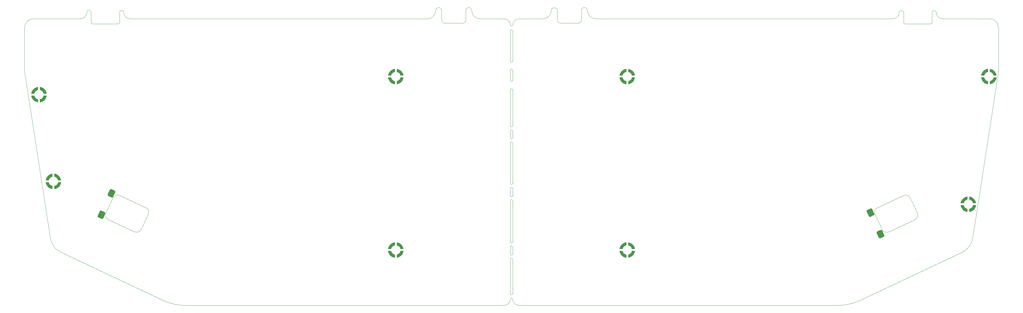
<source format=gbr>
G04 #@! TF.GenerationSoftware,KiCad,Pcbnew,(5.1.5-0-10_14)*
G04 #@! TF.CreationDate,2020-07-20T20:49:14-07:00*
G04 #@! TF.ProjectId,basis_combined_PROTON,62617369-735f-4636-9f6d-62696e65645f,rev?*
G04 #@! TF.SameCoordinates,Original*
G04 #@! TF.FileFunction,Paste,Top*
G04 #@! TF.FilePolarity,Positive*
%FSLAX46Y46*%
G04 Gerber Fmt 4.6, Leading zero omitted, Abs format (unit mm)*
G04 Created by KiCad (PCBNEW (5.1.5-0-10_14)) date 2020-07-20 20:49:14*
%MOMM*%
%LPD*%
G04 APERTURE LIST*
%ADD10C,0.100000*%
%ADD11C,0.120000*%
G04 APERTURE END LIST*
D10*
X-123824375Y-116507500D02*
G75*
G02X-120824375Y-113507500I3000000J0D01*
G01*
X193855625Y-113507500D02*
G75*
G02X196855625Y-116507500I0J-3000000D01*
G01*
X144055625Y-207957499D02*
G75*
G03X150814190Y-206469023I28566J15958475D01*
G01*
X-71044375Y-207957499D02*
G75*
G02X-77802940Y-206469023I-28566J15958475D01*
G01*
X-123824375Y-130787500D02*
G75*
G03X-123788921Y-131207500I2505453J-1D01*
G01*
X196845625Y-130807500D02*
G75*
G02X196810171Y-131227500I-2505453J-1D01*
G01*
X184953082Y-190431995D02*
G75*
G03X188415624Y-185387499I-2817457J5644495D01*
G01*
X-111934375Y-190427500D02*
G75*
G02X-115396917Y-185383004I2817457J5644495D01*
G01*
X-89079308Y-113534373D02*
G75*
G02X-91119308Y-111494373I0J2040000D01*
G01*
X-103332251Y-111461252D02*
G75*
G02X-105372251Y-113501252I-2040000J0D01*
G01*
X-92559375Y-111484375D02*
G75*
G02X-91119308Y-111494373I720068J1D01*
G01*
X-103332251Y-111461252D02*
G75*
G02X-101909375Y-111484375I711626J1D01*
G01*
X178415624Y-113537498D02*
G75*
G02X176375624Y-111497498I0J2040000D01*
G01*
X164144306Y-111474377D02*
G75*
G02X162104306Y-113514377I-2040000J0D01*
G01*
X174935557Y-111487500D02*
G75*
G02X176375624Y-111497498I720068J1D01*
G01*
X164144306Y-111474377D02*
G75*
G02X165584375Y-111484375I720069J1D01*
G01*
X64215625Y-113537500D02*
G75*
G02X61515625Y-110837500I0J2700000D01*
G01*
X49623602Y-110727275D02*
G75*
G02X46823602Y-113527275I-2800000J0D01*
G01*
X59516865Y-110787718D02*
G75*
G02X61515625Y-110837500I998760J-49782D01*
G01*
X49623602Y-110727275D02*
G75*
G02X51612500Y-110787500I992023J-110225D01*
G01*
X26115625Y-113537500D02*
G75*
G02X23415625Y-110837500I0J2700000D01*
G01*
X11515625Y-110837500D02*
G75*
G02X8815625Y-113537500I-2700000J0D01*
G01*
X11517497Y-110837500D02*
G75*
G02X13512500Y-110787500I998128J0D01*
G01*
X21416865Y-110787718D02*
G75*
G02X23415625Y-110837500I998760J-49782D01*
G01*
X36915625Y-115537500D02*
G75*
G02X38915625Y-113537500I2000000J0D01*
G01*
X34115625Y-113537500D02*
G75*
G02X36115625Y-115537500I0J-2000000D01*
G01*
X38915625Y-207937500D02*
G75*
G02X36915625Y-205937500I0J2000000D01*
G01*
X36115625Y-205937500D02*
G75*
G02X34115625Y-207937500I-2000000J0D01*
G01*
X36115625Y-205937500D02*
G75*
G02X36915625Y-205937500I400000J0D01*
G01*
X36915625Y-115537500D02*
G75*
G02X36115625Y-115537500I-400000J0D01*
G01*
X150814190Y-206469023D02*
X184953082Y-190431995D01*
X8815625Y-113537500D02*
X-89079308Y-113534373D01*
X-105372251Y-113501252D02*
X-118268750Y-113506250D01*
X36900000Y-204000000D02*
G75*
G02X36100000Y-204000000I-400000J0D01*
G01*
X36100000Y-192750000D02*
G75*
G02X36900000Y-192750000I400000J0D01*
G01*
X36900000Y-191000000D02*
G75*
G02X36100000Y-191000000I-400000J0D01*
G01*
X36100000Y-188750000D02*
G75*
G02X36900000Y-188750000I400000J0D01*
G01*
X36900000Y-187000000D02*
G75*
G02X36100000Y-187000000I-400000J0D01*
G01*
X36100000Y-173500000D02*
G75*
G02X36900000Y-173500000I400000J0D01*
G01*
X36900000Y-171750000D02*
G75*
G02X36100000Y-171750000I-400000J0D01*
G01*
X36100000Y-169500000D02*
G75*
G02X36900000Y-169500000I400000J0D01*
G01*
X36900000Y-167750000D02*
G75*
G02X36100000Y-167750000I-400000J0D01*
G01*
X36100000Y-154500000D02*
G75*
G02X36900000Y-154500000I400000J0D01*
G01*
X36900000Y-152750000D02*
G75*
G02X36100000Y-152750000I-400000J0D01*
G01*
X36100000Y-150500000D02*
G75*
G02X36900000Y-150500000I400000J0D01*
G01*
X36900000Y-148750000D02*
G75*
G02X36100000Y-148750000I-400000J0D01*
G01*
X36100000Y-137000000D02*
G75*
G02X36900000Y-137000000I400000J0D01*
G01*
X36900000Y-133750000D02*
G75*
G02X36100000Y-133750000I-400000J0D01*
G01*
X36100000Y-130500000D02*
G75*
G02X36900000Y-130500000I400000J0D01*
G01*
X36900000Y-127500000D02*
G75*
G02X36100000Y-127500000I-400000J0D01*
G01*
X36100000Y-117500000D02*
G75*
G02X36900000Y-117500000I400000J0D01*
G01*
X36100000Y-133750000D02*
X36100000Y-130500000D01*
X36900000Y-130500000D02*
X36900000Y-133750000D01*
X36100000Y-152750000D02*
X36100000Y-150500000D01*
X36900000Y-150500000D02*
X36900000Y-152750000D01*
X36100000Y-171750000D02*
X36100000Y-169500000D01*
X36900000Y-169500000D02*
X36900000Y-171750000D01*
X36100000Y-191000000D02*
X36100000Y-188750000D01*
X36900000Y-188750000D02*
X36900000Y-191000000D01*
X36900000Y-192750000D02*
X36900000Y-204000000D01*
X36100000Y-204000000D02*
X36100000Y-192750000D01*
X36100000Y-187000000D02*
X36100000Y-173500000D01*
X36900000Y-173500000D02*
X36900000Y-187000000D01*
X36900000Y-167750000D02*
X36900000Y-154500000D01*
X36100000Y-154500000D02*
X36100000Y-167750000D01*
X36100000Y-148750000D02*
X36100000Y-137000000D01*
X36900000Y-137000000D02*
X36900000Y-148750000D01*
X36900000Y-127500000D02*
X36900000Y-117500000D01*
X36100000Y-117500000D02*
X36100000Y-127500000D01*
X26115625Y-113537500D02*
X33337500Y-113537500D01*
X64215625Y-113537500D02*
X162104306Y-113514377D01*
X46823602Y-113527275D02*
X39687500Y-113537500D01*
X178415624Y-113537498D02*
X193855625Y-113507500D01*
X39687500Y-113537500D02*
X38915625Y-113537500D01*
X196855625Y-116507500D02*
X196845625Y-130807500D01*
X196810171Y-131227500D02*
X188415624Y-185387499D01*
X38915625Y-207937500D02*
X144055625Y-207957500D01*
X-77802940Y-206469023D02*
X-111934375Y-190427500D01*
X34115625Y-207937500D02*
X-71044375Y-207957500D01*
X-123788921Y-131207500D02*
X-115396917Y-185383004D01*
X-123824375Y-116507500D02*
X-123824375Y-130787500D01*
X33337500Y-113537500D02*
X34115625Y-113537500D01*
X-118268750Y-113506250D02*
X-120824375Y-113507500D01*
D11*
X169257367Y-179765550D02*
X160738073Y-183738161D01*
X167797500Y-172612313D02*
X170079639Y-177506375D01*
X157019033Y-175762653D02*
X165538326Y-171790041D01*
X158478899Y-182915889D02*
X156196761Y-178021827D01*
X160738073Y-183738161D02*
G75*
G02X158478899Y-182915889I-718451J1540723D01*
G01*
X170079639Y-177506376D02*
G75*
G02X169257367Y-179765550I-1540723J-718451D01*
G01*
X165538326Y-171790041D02*
G75*
G02X167797500Y-172612313I718451J-1540723D01*
G01*
X156196761Y-178021827D02*
G75*
G02X157019033Y-175762653I1540723J718451D01*
G01*
X-87642181Y-183697401D02*
X-96161474Y-179724789D01*
X-83100868Y-177981067D02*
X-85383007Y-182875129D01*
X-92442433Y-171749281D02*
X-83923140Y-175721892D01*
X-96983746Y-177465615D02*
X-94701608Y-172571553D01*
X-96161474Y-179724789D02*
G75*
G02X-96983746Y-177465615I718451J1540723D01*
G01*
X-85383007Y-182875129D02*
G75*
G02X-87642181Y-183697401I-1540723J718451D01*
G01*
X-83923140Y-175721893D02*
G75*
G02X-83100868Y-177981067I-718451J-1540723D01*
G01*
X-94701607Y-172571553D02*
G75*
G02X-92442433Y-171749281I1540723J-718451D01*
G01*
D10*
X-101909375Y-114709375D02*
X-101909375Y-111484375D01*
X-93059375Y-115209375D02*
X-101409375Y-115209375D01*
X-92559375Y-111484375D02*
X-92559375Y-114709375D01*
X-101909375Y-114709375D02*
G75*
G03X-101409375Y-115209375I500000J0D01*
G01*
X-93059375Y-115209375D02*
G75*
G03X-92559375Y-114709375I0J500000D01*
G01*
X165584375Y-114709375D02*
X165584375Y-111484375D01*
X174434375Y-115209375D02*
X166084375Y-115209375D01*
X174934375Y-111484375D02*
X174934375Y-114709375D01*
X165584375Y-114709375D02*
G75*
G03X166084375Y-115209375I500000J0D01*
G01*
X174434375Y-115209375D02*
G75*
G03X174934375Y-114709375I0J500000D01*
G01*
X51612500Y-110787500D02*
X51612500Y-114117500D01*
X52412500Y-114917500D02*
X58712500Y-114917500D01*
X59512500Y-114117500D02*
X59512500Y-110787500D01*
X58712500Y-114917500D02*
G75*
G03X59512500Y-114117500I0J800000D01*
G01*
X51612500Y-114117500D02*
G75*
G03X52412500Y-114917500I800000J0D01*
G01*
X13512500Y-110787500D02*
X13512500Y-114117500D01*
X14312500Y-114917500D02*
X20612500Y-114917500D01*
X21412500Y-114117500D02*
X21412500Y-110787500D01*
X20612500Y-114917500D02*
G75*
G03X21412500Y-114117500I0J800000D01*
G01*
X13512500Y-114117500D02*
G75*
G03X14312500Y-114917500I800000J0D01*
G01*
G36*
X158152549Y-183078043D02*
G01*
X158201354Y-183083118D01*
X158249426Y-183092953D01*
X158296302Y-183107453D01*
X158341532Y-183126477D01*
X158384679Y-183149843D01*
X158425328Y-183177326D01*
X158463087Y-183208660D01*
X158497594Y-183243545D01*
X158528514Y-183281644D01*
X158555552Y-183322591D01*
X158578446Y-183365990D01*
X159212374Y-184725452D01*
X159230904Y-184770886D01*
X159244891Y-184817918D01*
X159254201Y-184866094D01*
X159258744Y-184914951D01*
X159258476Y-184964018D01*
X159253401Y-185012823D01*
X159243566Y-185060894D01*
X159229066Y-185107771D01*
X159210042Y-185153000D01*
X159186676Y-185196148D01*
X159159193Y-185236797D01*
X159127859Y-185274556D01*
X159092974Y-185309062D01*
X159054875Y-185339983D01*
X159013929Y-185367021D01*
X158970529Y-185389915D01*
X158064221Y-185812533D01*
X158018787Y-185831063D01*
X157971755Y-185845050D01*
X157923578Y-185854360D01*
X157874722Y-185858903D01*
X157825655Y-185858635D01*
X157776850Y-185853560D01*
X157728778Y-185843725D01*
X157681902Y-185829225D01*
X157636672Y-185810201D01*
X157593525Y-185786835D01*
X157552876Y-185759352D01*
X157515117Y-185728018D01*
X157480610Y-185693133D01*
X157449690Y-185655034D01*
X157422652Y-185614087D01*
X157399758Y-185570688D01*
X156765830Y-184211226D01*
X156747300Y-184165792D01*
X156733313Y-184118760D01*
X156724003Y-184070584D01*
X156719460Y-184021727D01*
X156719728Y-183972660D01*
X156724803Y-183923855D01*
X156734638Y-183875784D01*
X156749138Y-183828907D01*
X156768162Y-183783678D01*
X156791528Y-183740530D01*
X156819011Y-183699881D01*
X156850345Y-183662122D01*
X156885230Y-183627616D01*
X156923329Y-183596695D01*
X156964275Y-183569657D01*
X157007675Y-183546763D01*
X157913983Y-183124145D01*
X157959417Y-183105615D01*
X158006449Y-183091628D01*
X158054626Y-183082318D01*
X158103482Y-183077775D01*
X158152549Y-183078043D01*
G37*
G36*
X154856127Y-176008842D02*
G01*
X154904932Y-176013917D01*
X154953004Y-176023752D01*
X154999880Y-176038252D01*
X155045110Y-176057276D01*
X155088257Y-176080642D01*
X155128906Y-176108125D01*
X155166665Y-176139459D01*
X155201172Y-176174344D01*
X155232092Y-176212443D01*
X155259130Y-176253390D01*
X155282024Y-176296789D01*
X155915952Y-177656251D01*
X155934482Y-177701685D01*
X155948469Y-177748717D01*
X155957779Y-177796893D01*
X155962322Y-177845750D01*
X155962054Y-177894817D01*
X155956979Y-177943622D01*
X155947144Y-177991693D01*
X155932644Y-178038570D01*
X155913620Y-178083799D01*
X155890254Y-178126947D01*
X155862771Y-178167596D01*
X155831437Y-178205355D01*
X155796552Y-178239861D01*
X155758453Y-178270782D01*
X155717507Y-178297820D01*
X155674107Y-178320714D01*
X154767799Y-178743332D01*
X154722365Y-178761862D01*
X154675333Y-178775849D01*
X154627156Y-178785159D01*
X154578300Y-178789702D01*
X154529233Y-178789434D01*
X154480428Y-178784359D01*
X154432356Y-178774524D01*
X154385480Y-178760024D01*
X154340250Y-178741000D01*
X154297103Y-178717634D01*
X154256454Y-178690151D01*
X154218695Y-178658817D01*
X154184188Y-178623932D01*
X154153268Y-178585833D01*
X154126230Y-178544886D01*
X154103336Y-178501487D01*
X153469408Y-177142025D01*
X153450878Y-177096591D01*
X153436891Y-177049559D01*
X153427581Y-177001383D01*
X153423038Y-176952526D01*
X153423306Y-176903459D01*
X153428381Y-176854654D01*
X153438216Y-176806583D01*
X153452716Y-176759706D01*
X153471740Y-176714477D01*
X153495106Y-176671329D01*
X153522589Y-176630680D01*
X153553923Y-176592921D01*
X153588808Y-176558415D01*
X153626907Y-176527494D01*
X153667853Y-176500456D01*
X153711253Y-176477562D01*
X154617561Y-176054944D01*
X154662995Y-176036414D01*
X154710027Y-176022427D01*
X154758204Y-176013117D01*
X154807060Y-176008574D01*
X154856127Y-176008842D01*
G37*
G36*
X-98553350Y-176702283D02*
G01*
X-98505174Y-176711593D01*
X-98458142Y-176725580D01*
X-98412708Y-176744110D01*
X-97506400Y-177166728D01*
X-97463001Y-177189622D01*
X-97422054Y-177216660D01*
X-97383955Y-177247580D01*
X-97349070Y-177282087D01*
X-97317736Y-177319846D01*
X-97290253Y-177360495D01*
X-97266887Y-177403642D01*
X-97247863Y-177448872D01*
X-97233363Y-177495748D01*
X-97223528Y-177543820D01*
X-97218453Y-177592625D01*
X-97218185Y-177641692D01*
X-97222728Y-177690548D01*
X-97232038Y-177738725D01*
X-97246025Y-177785757D01*
X-97264555Y-177831191D01*
X-97898483Y-179190653D01*
X-97921377Y-179234053D01*
X-97948415Y-179274999D01*
X-97979336Y-179313098D01*
X-98013842Y-179347983D01*
X-98051601Y-179379317D01*
X-98092250Y-179406800D01*
X-98135398Y-179430166D01*
X-98180627Y-179449190D01*
X-98227504Y-179463690D01*
X-98275575Y-179473525D01*
X-98324380Y-179478600D01*
X-98373447Y-179478868D01*
X-98422304Y-179474325D01*
X-98470480Y-179465015D01*
X-98517512Y-179451028D01*
X-98562946Y-179432498D01*
X-99469254Y-179009880D01*
X-99512653Y-178986986D01*
X-99553600Y-178959948D01*
X-99591699Y-178929028D01*
X-99626584Y-178894521D01*
X-99657918Y-178856762D01*
X-99685401Y-178816113D01*
X-99708767Y-178772966D01*
X-99727791Y-178727736D01*
X-99742291Y-178680860D01*
X-99752126Y-178632788D01*
X-99757201Y-178583983D01*
X-99757469Y-178534916D01*
X-99752926Y-178486060D01*
X-99743616Y-178437883D01*
X-99729629Y-178390851D01*
X-99711099Y-178345417D01*
X-99077171Y-176985955D01*
X-99054277Y-176942555D01*
X-99027239Y-176901609D01*
X-98996318Y-176863510D01*
X-98961812Y-176828625D01*
X-98924053Y-176797291D01*
X-98883404Y-176769808D01*
X-98840256Y-176746442D01*
X-98795027Y-176727418D01*
X-98748150Y-176712918D01*
X-98700079Y-176703083D01*
X-98651274Y-176698008D01*
X-98602207Y-176697740D01*
X-98553350Y-176702283D01*
G37*
G36*
X-95256927Y-169633083D02*
G01*
X-95208751Y-169642393D01*
X-95161719Y-169656380D01*
X-95116285Y-169674910D01*
X-94209977Y-170097528D01*
X-94166578Y-170120422D01*
X-94125631Y-170147460D01*
X-94087532Y-170178380D01*
X-94052647Y-170212887D01*
X-94021313Y-170250646D01*
X-93993830Y-170291295D01*
X-93970464Y-170334442D01*
X-93951440Y-170379672D01*
X-93936940Y-170426548D01*
X-93927105Y-170474620D01*
X-93922030Y-170523425D01*
X-93921762Y-170572492D01*
X-93926305Y-170621348D01*
X-93935615Y-170669525D01*
X-93949602Y-170716557D01*
X-93968132Y-170761991D01*
X-94602060Y-172121453D01*
X-94624954Y-172164853D01*
X-94651992Y-172205799D01*
X-94682913Y-172243898D01*
X-94717419Y-172278783D01*
X-94755178Y-172310117D01*
X-94795827Y-172337600D01*
X-94838975Y-172360966D01*
X-94884204Y-172379990D01*
X-94931081Y-172394490D01*
X-94979152Y-172404325D01*
X-95027957Y-172409400D01*
X-95077024Y-172409668D01*
X-95125881Y-172405125D01*
X-95174057Y-172395815D01*
X-95221089Y-172381828D01*
X-95266523Y-172363298D01*
X-96172831Y-171940680D01*
X-96216230Y-171917786D01*
X-96257177Y-171890748D01*
X-96295276Y-171859828D01*
X-96330161Y-171825321D01*
X-96361495Y-171787562D01*
X-96388978Y-171746913D01*
X-96412344Y-171703766D01*
X-96431368Y-171658536D01*
X-96445868Y-171611660D01*
X-96455703Y-171563588D01*
X-96460778Y-171514783D01*
X-96461046Y-171465716D01*
X-96456503Y-171416860D01*
X-96447193Y-171368683D01*
X-96433206Y-171321651D01*
X-96414676Y-171276217D01*
X-95780748Y-169916755D01*
X-95757854Y-169873355D01*
X-95730816Y-169832409D01*
X-95699895Y-169794310D01*
X-95665389Y-169759425D01*
X-95627630Y-169728091D01*
X-95586981Y-169700608D01*
X-95543833Y-169677242D01*
X-95498604Y-169658218D01*
X-95451727Y-169643718D01*
X-95403656Y-169633883D01*
X-95354851Y-169628808D01*
X-95305784Y-169628540D01*
X-95256927Y-169633083D01*
G37*
G36*
X-113898810Y-164557144D02*
G01*
X-113898327Y-164557128D01*
X-113893931Y-164557417D01*
X-113889547Y-164557662D01*
X-113889071Y-164557736D01*
X-113888579Y-164557768D01*
X-113884242Y-164558483D01*
X-113879892Y-164559156D01*
X-113879414Y-164559279D01*
X-113878939Y-164559357D01*
X-113643989Y-164609975D01*
X-113642626Y-164610279D01*
X-113638602Y-164611414D01*
X-113634550Y-164612497D01*
X-113405685Y-164685792D01*
X-113405660Y-164685799D01*
X-113405632Y-164685810D01*
X-113404334Y-164686235D01*
X-113400483Y-164687741D01*
X-113396513Y-164689230D01*
X-113175869Y-164784518D01*
X-113174592Y-164785081D01*
X-113170867Y-164786975D01*
X-113167100Y-164788826D01*
X-112956823Y-164905183D01*
X-112956807Y-164905191D01*
X-112956789Y-164905202D01*
X-112955590Y-164905876D01*
X-112952057Y-164908132D01*
X-112948500Y-164910334D01*
X-112750567Y-165046664D01*
X-112749423Y-165047464D01*
X-112746139Y-165050044D01*
X-112742801Y-165052592D01*
X-112559116Y-165207587D01*
X-112558056Y-165208495D01*
X-112555049Y-165211374D01*
X-112551966Y-165214245D01*
X-112384282Y-165386425D01*
X-112383315Y-165387432D01*
X-112380567Y-165390633D01*
X-112377816Y-165393749D01*
X-112227745Y-165581458D01*
X-112227734Y-165581470D01*
X-112227723Y-165581485D01*
X-112226871Y-165582566D01*
X-112224472Y-165585987D01*
X-112222014Y-165589390D01*
X-112090967Y-165790860D01*
X-112090214Y-165792036D01*
X-112088153Y-165795687D01*
X-112086046Y-165799301D01*
X-111975284Y-166012598D01*
X-111974650Y-166013841D01*
X-111972953Y-166017680D01*
X-111971211Y-166021478D01*
X-111881800Y-166244548D01*
X-111881792Y-166244565D01*
X-111881785Y-166244586D01*
X-111881283Y-166245865D01*
X-111879993Y-166249777D01*
X-111878605Y-166253800D01*
X-111811382Y-166484549D01*
X-111811001Y-166485892D01*
X-111810238Y-166489295D01*
X-111809378Y-166492682D01*
X-111775316Y-166660974D01*
X-111775049Y-166662344D01*
X-111774708Y-166664817D01*
X-111774510Y-166665637D01*
X-111773151Y-166675312D01*
X-111772741Y-166685073D01*
X-111773287Y-166694828D01*
X-111774781Y-166704483D01*
X-111777211Y-166713946D01*
X-111780553Y-166723127D01*
X-111784774Y-166731937D01*
X-111789835Y-166740294D01*
X-111795688Y-166748117D01*
X-111802276Y-166755332D01*
X-111809536Y-166761869D01*
X-111817400Y-166767667D01*
X-111825792Y-166772670D01*
X-111834632Y-166776830D01*
X-111843836Y-166780107D01*
X-111853316Y-166782471D01*
X-111862981Y-166783898D01*
X-111872739Y-166784375D01*
X-112699219Y-166784375D01*
X-112700615Y-166784365D01*
X-112710366Y-166783752D01*
X-112720010Y-166782190D01*
X-112729456Y-166779694D01*
X-112738613Y-166776289D01*
X-112747394Y-166772006D01*
X-112755716Y-166766886D01*
X-112763498Y-166760979D01*
X-112770666Y-166754341D01*
X-112777153Y-166747035D01*
X-112782895Y-166739131D01*
X-112787839Y-166730705D01*
X-112791937Y-166721836D01*
X-112793520Y-166717289D01*
X-112793577Y-166717153D01*
X-112793645Y-166716932D01*
X-112795150Y-166712609D01*
X-112795836Y-166709774D01*
X-112796437Y-166707811D01*
X-112797929Y-166701926D01*
X-112843314Y-166555038D01*
X-112901921Y-166415417D01*
X-112973870Y-166282185D01*
X-113058485Y-166156597D01*
X-113154941Y-166039881D01*
X-113262333Y-165933125D01*
X-113379623Y-165837364D01*
X-113505711Y-165753498D01*
X-113639362Y-165682345D01*
X-113779335Y-165624568D01*
X-113928953Y-165579311D01*
X-113929516Y-165579136D01*
X-113929571Y-165579122D01*
X-113929626Y-165579102D01*
X-113930286Y-165578897D01*
X-113934474Y-165577337D01*
X-113938752Y-165575780D01*
X-113939090Y-165575618D01*
X-113939442Y-165575487D01*
X-113943523Y-165573494D01*
X-113947562Y-165571559D01*
X-113947879Y-165571367D01*
X-113948221Y-165571200D01*
X-113952071Y-165568828D01*
X-113955919Y-165566498D01*
X-113956222Y-165566271D01*
X-113956539Y-165566076D01*
X-113960161Y-165563324D01*
X-113963742Y-165560645D01*
X-113964012Y-165560399D01*
X-113964318Y-165560166D01*
X-113967693Y-165557037D01*
X-113970957Y-165554057D01*
X-113971204Y-165553782D01*
X-113971483Y-165553524D01*
X-113974500Y-165550122D01*
X-113977494Y-165546797D01*
X-113977716Y-165546496D01*
X-113977966Y-165546214D01*
X-113980634Y-165542538D01*
X-113983292Y-165538933D01*
X-113983482Y-165538614D01*
X-113983705Y-165538307D01*
X-113985989Y-165534409D01*
X-113988295Y-165530541D01*
X-113988456Y-165530199D01*
X-113988644Y-165529878D01*
X-113990527Y-165525797D01*
X-113992455Y-165521701D01*
X-113992582Y-165521343D01*
X-113992738Y-165521006D01*
X-113994223Y-165516734D01*
X-113995732Y-165512497D01*
X-113995826Y-165512121D01*
X-113995945Y-165511778D01*
X-113996976Y-165507510D01*
X-113998096Y-165503017D01*
X-113998152Y-165502639D01*
X-113998238Y-165502282D01*
X-113998855Y-165497876D01*
X-113999523Y-165493352D01*
X-113999541Y-165492974D01*
X-113999593Y-165492606D01*
X-113999778Y-165488134D01*
X-114000000Y-165483594D01*
X-114000000Y-164657114D01*
X-113999990Y-164655718D01*
X-113999960Y-164655235D01*
X-113999972Y-164654744D01*
X-113999654Y-164650376D01*
X-113999377Y-164645967D01*
X-113999298Y-164645478D01*
X-113999263Y-164645000D01*
X-113998524Y-164640699D01*
X-113997815Y-164636323D01*
X-113997691Y-164635853D01*
X-113997608Y-164635371D01*
X-113996439Y-164631114D01*
X-113995319Y-164626877D01*
X-113995149Y-164626420D01*
X-113995020Y-164625950D01*
X-113993443Y-164621832D01*
X-113991914Y-164617720D01*
X-113991702Y-164617284D01*
X-113991526Y-164616826D01*
X-113989554Y-164612882D01*
X-113987631Y-164608939D01*
X-113987375Y-164608522D01*
X-113987157Y-164608087D01*
X-113984814Y-164604360D01*
X-113982511Y-164600617D01*
X-113982217Y-164600230D01*
X-113981957Y-164599816D01*
X-113979260Y-164596334D01*
X-113976604Y-164592835D01*
X-113976272Y-164592477D01*
X-113975975Y-164592093D01*
X-113972958Y-164588898D01*
X-113969966Y-164585667D01*
X-113969602Y-164585344D01*
X-113969267Y-164584989D01*
X-113965963Y-164582113D01*
X-113962660Y-164579180D01*
X-113962262Y-164578891D01*
X-113961898Y-164578574D01*
X-113958321Y-164576028D01*
X-113954756Y-164573438D01*
X-113954338Y-164573193D01*
X-113953938Y-164572908D01*
X-113950124Y-164570720D01*
X-113946330Y-164568494D01*
X-113945884Y-164568288D01*
X-113945464Y-164568047D01*
X-113941451Y-164566240D01*
X-113937461Y-164564396D01*
X-113937005Y-164564237D01*
X-113936556Y-164564035D01*
X-113932343Y-164562614D01*
X-113928234Y-164561183D01*
X-113927765Y-164561069D01*
X-113927298Y-164560912D01*
X-113922991Y-164559914D01*
X-113918738Y-164558885D01*
X-113918256Y-164558817D01*
X-113917780Y-164558707D01*
X-113913383Y-164558133D01*
X-113909063Y-164557526D01*
X-113908581Y-164557506D01*
X-113908093Y-164557442D01*
X-113903702Y-164557301D01*
X-113899302Y-164557116D01*
X-113898810Y-164557144D01*
G37*
G36*
X-114689547Y-164557662D02*
G01*
X-114679892Y-164559156D01*
X-114670429Y-164561586D01*
X-114661248Y-164564928D01*
X-114652438Y-164569149D01*
X-114644081Y-164574210D01*
X-114636258Y-164580063D01*
X-114629043Y-164586651D01*
X-114622506Y-164593911D01*
X-114616708Y-164601775D01*
X-114611705Y-164610167D01*
X-114607545Y-164619007D01*
X-114604268Y-164628211D01*
X-114601904Y-164637691D01*
X-114600477Y-164647356D01*
X-114600000Y-164657114D01*
X-114600000Y-165483594D01*
X-114600010Y-165484990D01*
X-114600623Y-165494741D01*
X-114602185Y-165504385D01*
X-114604681Y-165513831D01*
X-114608086Y-165522988D01*
X-114612369Y-165531769D01*
X-114617489Y-165540091D01*
X-114623396Y-165547873D01*
X-114630034Y-165555041D01*
X-114637340Y-165561528D01*
X-114645244Y-165567270D01*
X-114653670Y-165572214D01*
X-114662539Y-165576312D01*
X-114667086Y-165577895D01*
X-114667222Y-165577952D01*
X-114667443Y-165578020D01*
X-114671766Y-165579525D01*
X-114674601Y-165580211D01*
X-114676564Y-165580812D01*
X-114682449Y-165582304D01*
X-114829337Y-165627689D01*
X-114968958Y-165686296D01*
X-115102190Y-165758245D01*
X-115227778Y-165842860D01*
X-115344494Y-165939316D01*
X-115451250Y-166046708D01*
X-115547011Y-166163998D01*
X-115630877Y-166290086D01*
X-115702030Y-166423737D01*
X-115759807Y-166563710D01*
X-115805064Y-166713328D01*
X-115805239Y-166713891D01*
X-115805253Y-166713946D01*
X-115805273Y-166714001D01*
X-115805478Y-166714661D01*
X-115807038Y-166718849D01*
X-115808595Y-166723127D01*
X-115808757Y-166723465D01*
X-115808888Y-166723817D01*
X-115810866Y-166727867D01*
X-115812816Y-166731937D01*
X-115813008Y-166732254D01*
X-115813175Y-166732596D01*
X-115815547Y-166736446D01*
X-115817877Y-166740294D01*
X-115818104Y-166740597D01*
X-115818299Y-166740914D01*
X-115821051Y-166744536D01*
X-115823730Y-166748117D01*
X-115823976Y-166748387D01*
X-115824209Y-166748693D01*
X-115827309Y-166752037D01*
X-115830318Y-166755332D01*
X-115830593Y-166755579D01*
X-115830851Y-166755858D01*
X-115834253Y-166758875D01*
X-115837578Y-166761869D01*
X-115837879Y-166762091D01*
X-115838161Y-166762341D01*
X-115841837Y-166765009D01*
X-115845442Y-166767667D01*
X-115845761Y-166767857D01*
X-115846068Y-166768080D01*
X-115849966Y-166770364D01*
X-115853834Y-166772670D01*
X-115854176Y-166772831D01*
X-115854497Y-166773019D01*
X-115858547Y-166774888D01*
X-115862674Y-166776830D01*
X-115863032Y-166776957D01*
X-115863369Y-166777113D01*
X-115867546Y-166778565D01*
X-115871878Y-166780107D01*
X-115872254Y-166780201D01*
X-115872597Y-166780320D01*
X-115876865Y-166781351D01*
X-115881358Y-166782471D01*
X-115881736Y-166782527D01*
X-115882093Y-166782613D01*
X-115886493Y-166783229D01*
X-115891023Y-166783898D01*
X-115891401Y-166783916D01*
X-115891769Y-166783968D01*
X-115896241Y-166784153D01*
X-115900781Y-166784375D01*
X-116727261Y-166784375D01*
X-116728657Y-166784365D01*
X-116729140Y-166784335D01*
X-116729631Y-166784347D01*
X-116733999Y-166784029D01*
X-116738408Y-166783752D01*
X-116738897Y-166783673D01*
X-116739375Y-166783638D01*
X-116743676Y-166782899D01*
X-116748052Y-166782190D01*
X-116748522Y-166782066D01*
X-116749004Y-166781983D01*
X-116753261Y-166780814D01*
X-116757498Y-166779694D01*
X-116757955Y-166779524D01*
X-116758425Y-166779395D01*
X-116762543Y-166777818D01*
X-116766655Y-166776289D01*
X-116767091Y-166776077D01*
X-116767549Y-166775901D01*
X-116771493Y-166773929D01*
X-116775436Y-166772006D01*
X-116775853Y-166771750D01*
X-116776288Y-166771532D01*
X-116780015Y-166769189D01*
X-116783758Y-166766886D01*
X-116784145Y-166766592D01*
X-116784559Y-166766332D01*
X-116788041Y-166763635D01*
X-116791540Y-166760979D01*
X-116791898Y-166760647D01*
X-116792282Y-166760350D01*
X-116795477Y-166757333D01*
X-116798708Y-166754341D01*
X-116799031Y-166753977D01*
X-116799386Y-166753642D01*
X-116802262Y-166750338D01*
X-116805195Y-166747035D01*
X-116805484Y-166746637D01*
X-116805801Y-166746273D01*
X-116808347Y-166742696D01*
X-116810937Y-166739131D01*
X-116811182Y-166738713D01*
X-116811467Y-166738313D01*
X-116813655Y-166734499D01*
X-116815881Y-166730705D01*
X-116816087Y-166730259D01*
X-116816328Y-166729839D01*
X-116818135Y-166725826D01*
X-116819979Y-166721836D01*
X-116820138Y-166721380D01*
X-116820340Y-166720931D01*
X-116821761Y-166716718D01*
X-116823192Y-166712609D01*
X-116823306Y-166712140D01*
X-116823463Y-166711673D01*
X-116824461Y-166707366D01*
X-116825490Y-166703113D01*
X-116825558Y-166702631D01*
X-116825668Y-166702155D01*
X-116826242Y-166697758D01*
X-116826849Y-166693438D01*
X-116826869Y-166692956D01*
X-116826933Y-166692468D01*
X-116827074Y-166688077D01*
X-116827259Y-166683677D01*
X-116827231Y-166683185D01*
X-116827247Y-166682702D01*
X-116826958Y-166678306D01*
X-116826713Y-166673922D01*
X-116826639Y-166673446D01*
X-116826607Y-166672954D01*
X-116825892Y-166668617D01*
X-116825219Y-166664267D01*
X-116825096Y-166663789D01*
X-116825018Y-166663314D01*
X-116774400Y-166428364D01*
X-116774096Y-166427001D01*
X-116772952Y-166422945D01*
X-116771878Y-166418925D01*
X-116698583Y-166190060D01*
X-116698576Y-166190035D01*
X-116698565Y-166190007D01*
X-116698140Y-166188709D01*
X-116696631Y-166184850D01*
X-116695145Y-166180888D01*
X-116599857Y-165960244D01*
X-116599294Y-165958967D01*
X-116597400Y-165955242D01*
X-116595549Y-165951475D01*
X-116479192Y-165741198D01*
X-116479184Y-165741182D01*
X-116479173Y-165741164D01*
X-116478499Y-165739965D01*
X-116476243Y-165736432D01*
X-116474041Y-165732875D01*
X-116337711Y-165534942D01*
X-116336911Y-165533798D01*
X-116334331Y-165530514D01*
X-116331783Y-165527176D01*
X-116176788Y-165343491D01*
X-116175880Y-165342431D01*
X-116172987Y-165339409D01*
X-116170130Y-165336341D01*
X-115997950Y-165168657D01*
X-115996943Y-165167690D01*
X-115993742Y-165164942D01*
X-115990626Y-165162191D01*
X-115802917Y-165012120D01*
X-115802905Y-165012109D01*
X-115802890Y-165012098D01*
X-115801809Y-165011246D01*
X-115798388Y-165008847D01*
X-115794985Y-165006389D01*
X-115593515Y-164875342D01*
X-115592339Y-164874589D01*
X-115588688Y-164872528D01*
X-115585074Y-164870421D01*
X-115371777Y-164759659D01*
X-115370534Y-164759025D01*
X-115366695Y-164757328D01*
X-115362897Y-164755586D01*
X-115139827Y-164666175D01*
X-115139810Y-164666167D01*
X-115139789Y-164666160D01*
X-115138510Y-164665658D01*
X-115134598Y-164664368D01*
X-115130575Y-164662980D01*
X-114899826Y-164595757D01*
X-114898483Y-164595376D01*
X-114895080Y-164594613D01*
X-114891693Y-164593753D01*
X-114723401Y-164559691D01*
X-114722031Y-164559424D01*
X-114719558Y-164559083D01*
X-114718738Y-164558885D01*
X-114709063Y-164557526D01*
X-114699302Y-164557116D01*
X-114689547Y-164557662D01*
G37*
G36*
X-115899385Y-167384385D02*
G01*
X-115889634Y-167384998D01*
X-115879990Y-167386560D01*
X-115870544Y-167389056D01*
X-115861387Y-167392461D01*
X-115852606Y-167396744D01*
X-115844284Y-167401864D01*
X-115836502Y-167407771D01*
X-115829334Y-167414409D01*
X-115822847Y-167421715D01*
X-115817105Y-167429619D01*
X-115812161Y-167438045D01*
X-115808063Y-167446914D01*
X-115806480Y-167451461D01*
X-115806423Y-167451597D01*
X-115806355Y-167451818D01*
X-115804850Y-167456141D01*
X-115804164Y-167458976D01*
X-115803563Y-167460939D01*
X-115802071Y-167466824D01*
X-115756685Y-167613714D01*
X-115698077Y-167753338D01*
X-115626130Y-167886565D01*
X-115541518Y-168012147D01*
X-115445059Y-168128869D01*
X-115337663Y-168235629D01*
X-115220382Y-168331383D01*
X-115094289Y-168415252D01*
X-114960638Y-168486405D01*
X-114820665Y-168544182D01*
X-114671048Y-168589439D01*
X-114670487Y-168589613D01*
X-114670429Y-168589628D01*
X-114670371Y-168589649D01*
X-114669714Y-168589853D01*
X-114665546Y-168591406D01*
X-114661248Y-168592970D01*
X-114660907Y-168593133D01*
X-114660559Y-168593263D01*
X-114656530Y-168595231D01*
X-114652438Y-168597191D01*
X-114652117Y-168597386D01*
X-114651780Y-168597550D01*
X-114647961Y-168599902D01*
X-114644081Y-168602252D01*
X-114643778Y-168602479D01*
X-114643461Y-168602674D01*
X-114639839Y-168605426D01*
X-114636258Y-168608105D01*
X-114635988Y-168608351D01*
X-114635682Y-168608584D01*
X-114632307Y-168611713D01*
X-114629043Y-168614693D01*
X-114628796Y-168614968D01*
X-114628517Y-168615226D01*
X-114625500Y-168618628D01*
X-114622506Y-168621953D01*
X-114622284Y-168622254D01*
X-114622034Y-168622536D01*
X-114619396Y-168626172D01*
X-114616708Y-168629817D01*
X-114616513Y-168630143D01*
X-114616296Y-168630443D01*
X-114614050Y-168634275D01*
X-114611705Y-168638209D01*
X-114611544Y-168638552D01*
X-114611356Y-168638872D01*
X-114609510Y-168642872D01*
X-114607545Y-168647049D01*
X-114607414Y-168647416D01*
X-114607263Y-168647744D01*
X-114605834Y-168651856D01*
X-114604268Y-168656253D01*
X-114604174Y-168656629D01*
X-114604055Y-168656972D01*
X-114603024Y-168661240D01*
X-114601904Y-168665733D01*
X-114601848Y-168666111D01*
X-114601762Y-168666468D01*
X-114601156Y-168670802D01*
X-114600477Y-168675398D01*
X-114600458Y-168675787D01*
X-114600408Y-168676144D01*
X-114600233Y-168680381D01*
X-114600000Y-168685156D01*
X-114600000Y-169511636D01*
X-114600010Y-169513032D01*
X-114600040Y-169513515D01*
X-114600028Y-169514006D01*
X-114600342Y-169518316D01*
X-114600623Y-169522783D01*
X-114600702Y-169523272D01*
X-114600737Y-169523750D01*
X-114601476Y-169528051D01*
X-114602185Y-169532427D01*
X-114602309Y-169532897D01*
X-114602392Y-169533379D01*
X-114603561Y-169537636D01*
X-114604681Y-169541873D01*
X-114604851Y-169542330D01*
X-114604980Y-169542800D01*
X-114606557Y-169546918D01*
X-114608086Y-169551030D01*
X-114608298Y-169551466D01*
X-114608474Y-169551924D01*
X-114610464Y-169555905D01*
X-114612369Y-169559811D01*
X-114612620Y-169560220D01*
X-114612842Y-169560663D01*
X-114615211Y-169564430D01*
X-114617489Y-169568133D01*
X-114617782Y-169568519D01*
X-114618043Y-169568934D01*
X-114620740Y-169572416D01*
X-114623396Y-169575915D01*
X-114623728Y-169576273D01*
X-114624025Y-169576657D01*
X-114627065Y-169579877D01*
X-114630034Y-169583083D01*
X-114630392Y-169583401D01*
X-114630732Y-169583761D01*
X-114634064Y-169586661D01*
X-114637340Y-169589570D01*
X-114637738Y-169589859D01*
X-114638102Y-169590176D01*
X-114641701Y-169592738D01*
X-114645244Y-169595312D01*
X-114645656Y-169595554D01*
X-114646061Y-169595842D01*
X-114649920Y-169598056D01*
X-114653670Y-169600256D01*
X-114654111Y-169600460D01*
X-114654535Y-169600703D01*
X-114658570Y-169602520D01*
X-114662539Y-169604354D01*
X-114662995Y-169604513D01*
X-114663444Y-169604715D01*
X-114667657Y-169606136D01*
X-114671766Y-169607567D01*
X-114672235Y-169607681D01*
X-114672702Y-169607838D01*
X-114677019Y-169608838D01*
X-114681262Y-169609865D01*
X-114681741Y-169609932D01*
X-114682219Y-169610043D01*
X-114686624Y-169610618D01*
X-114690937Y-169611224D01*
X-114691419Y-169611244D01*
X-114691907Y-169611308D01*
X-114696299Y-169611449D01*
X-114700698Y-169611634D01*
X-114701190Y-169611606D01*
X-114701672Y-169611622D01*
X-114706066Y-169611334D01*
X-114710453Y-169611088D01*
X-114710930Y-169611014D01*
X-114711421Y-169610982D01*
X-114715758Y-169610267D01*
X-114720108Y-169609594D01*
X-114720586Y-169609471D01*
X-114721061Y-169609393D01*
X-114956011Y-169558775D01*
X-114957374Y-169558471D01*
X-114961398Y-169557336D01*
X-114965450Y-169556253D01*
X-115194326Y-169482954D01*
X-115194339Y-169482951D01*
X-115194353Y-169482946D01*
X-115195666Y-169482515D01*
X-115199528Y-169481005D01*
X-115203487Y-169479520D01*
X-115424123Y-169384235D01*
X-115424131Y-169384232D01*
X-115424140Y-169384228D01*
X-115425408Y-169383669D01*
X-115429100Y-169381791D01*
X-115432900Y-169379925D01*
X-115643177Y-169263567D01*
X-115643193Y-169263559D01*
X-115643211Y-169263548D01*
X-115644409Y-169262874D01*
X-115647924Y-169260630D01*
X-115651500Y-169258416D01*
X-115849419Y-169122096D01*
X-115849433Y-169122087D01*
X-115849449Y-169122075D01*
X-115850577Y-169121286D01*
X-115853861Y-169118706D01*
X-115857198Y-169116158D01*
X-116040884Y-168961163D01*
X-116041944Y-168960255D01*
X-116044951Y-168957376D01*
X-116048034Y-168954505D01*
X-116215708Y-168782335D01*
X-116215719Y-168782325D01*
X-116215730Y-168782312D01*
X-116216685Y-168781318D01*
X-116219398Y-168778158D01*
X-116222185Y-168775001D01*
X-116372255Y-168587292D01*
X-116372266Y-168587280D01*
X-116372277Y-168587265D01*
X-116373129Y-168586184D01*
X-116375528Y-168582763D01*
X-116377986Y-168579360D01*
X-116509033Y-168377889D01*
X-116509786Y-168376714D01*
X-116511855Y-168373049D01*
X-116513954Y-168369449D01*
X-116624716Y-168156152D01*
X-116625350Y-168154909D01*
X-116627047Y-168151070D01*
X-116628789Y-168147272D01*
X-116718203Y-167924194D01*
X-116718208Y-167924184D01*
X-116718212Y-167924171D01*
X-116718717Y-167922885D01*
X-116720014Y-167918950D01*
X-116721395Y-167914949D01*
X-116788618Y-167684201D01*
X-116788999Y-167682858D01*
X-116789762Y-167679454D01*
X-116790622Y-167676068D01*
X-116824684Y-167507775D01*
X-116824951Y-167506405D01*
X-116825291Y-167503934D01*
X-116825490Y-167503113D01*
X-116826849Y-167493438D01*
X-116827259Y-167483677D01*
X-116826713Y-167473922D01*
X-116825219Y-167464267D01*
X-116822789Y-167454804D01*
X-116819447Y-167445623D01*
X-116815226Y-167436813D01*
X-116810165Y-167428456D01*
X-116804312Y-167420633D01*
X-116797724Y-167413418D01*
X-116790464Y-167406881D01*
X-116782600Y-167401083D01*
X-116774208Y-167396080D01*
X-116765368Y-167391920D01*
X-116756164Y-167388643D01*
X-116746684Y-167386279D01*
X-116737019Y-167384852D01*
X-116727261Y-167384375D01*
X-115900781Y-167384375D01*
X-115899385Y-167384385D01*
G37*
G36*
X-111871343Y-167384385D02*
G01*
X-111870860Y-167384415D01*
X-111870369Y-167384403D01*
X-111866001Y-167384721D01*
X-111861592Y-167384998D01*
X-111861103Y-167385077D01*
X-111860625Y-167385112D01*
X-111856324Y-167385851D01*
X-111851948Y-167386560D01*
X-111851478Y-167386684D01*
X-111850996Y-167386767D01*
X-111846739Y-167387936D01*
X-111842502Y-167389056D01*
X-111842045Y-167389226D01*
X-111841575Y-167389355D01*
X-111837457Y-167390932D01*
X-111833345Y-167392461D01*
X-111832909Y-167392673D01*
X-111832451Y-167392849D01*
X-111828504Y-167394822D01*
X-111824564Y-167396744D01*
X-111824155Y-167396995D01*
X-111823712Y-167397217D01*
X-111819945Y-167399586D01*
X-111816242Y-167401864D01*
X-111815856Y-167402157D01*
X-111815441Y-167402418D01*
X-111811959Y-167405115D01*
X-111808460Y-167407771D01*
X-111808102Y-167408103D01*
X-111807718Y-167408400D01*
X-111804498Y-167411440D01*
X-111801292Y-167414409D01*
X-111800974Y-167414767D01*
X-111800614Y-167415107D01*
X-111797714Y-167418439D01*
X-111794805Y-167421715D01*
X-111794516Y-167422113D01*
X-111794199Y-167422477D01*
X-111791637Y-167426076D01*
X-111789063Y-167429619D01*
X-111788821Y-167430031D01*
X-111788533Y-167430436D01*
X-111786319Y-167434295D01*
X-111784119Y-167438045D01*
X-111783915Y-167438486D01*
X-111783672Y-167438910D01*
X-111781855Y-167442945D01*
X-111780021Y-167446914D01*
X-111779862Y-167447370D01*
X-111779660Y-167447819D01*
X-111778239Y-167452032D01*
X-111776808Y-167456141D01*
X-111776694Y-167456610D01*
X-111776537Y-167457077D01*
X-111775552Y-167461330D01*
X-111774510Y-167465637D01*
X-111774443Y-167466116D01*
X-111774332Y-167466594D01*
X-111773757Y-167470999D01*
X-111773151Y-167475312D01*
X-111773131Y-167475794D01*
X-111773067Y-167476282D01*
X-111772926Y-167480674D01*
X-111772741Y-167485073D01*
X-111772769Y-167485565D01*
X-111772753Y-167486047D01*
X-111773041Y-167490441D01*
X-111773287Y-167494828D01*
X-111773361Y-167495305D01*
X-111773393Y-167495796D01*
X-111774108Y-167500133D01*
X-111774781Y-167504483D01*
X-111774904Y-167504961D01*
X-111774982Y-167505436D01*
X-111825600Y-167740386D01*
X-111825904Y-167741749D01*
X-111827039Y-167745773D01*
X-111828122Y-167749825D01*
X-111901421Y-167978701D01*
X-111901424Y-167978714D01*
X-111901429Y-167978728D01*
X-111901860Y-167980041D01*
X-111903369Y-167983900D01*
X-111904855Y-167987862D01*
X-112000143Y-168208505D01*
X-112000706Y-168209783D01*
X-112002584Y-168213475D01*
X-112004450Y-168217275D01*
X-112120808Y-168427552D01*
X-112120816Y-168427568D01*
X-112120827Y-168427586D01*
X-112121501Y-168428784D01*
X-112123745Y-168432299D01*
X-112125959Y-168435875D01*
X-112262279Y-168633794D01*
X-112262288Y-168633808D01*
X-112262300Y-168633824D01*
X-112263089Y-168634952D01*
X-112265648Y-168638209D01*
X-112268217Y-168641573D01*
X-112423212Y-168825259D01*
X-112424120Y-168826319D01*
X-112426998Y-168829325D01*
X-112429870Y-168832409D01*
X-112602040Y-169000083D01*
X-112602050Y-169000094D01*
X-112602063Y-169000105D01*
X-112603057Y-169001060D01*
X-112606217Y-169003773D01*
X-112609374Y-169006560D01*
X-112797083Y-169156630D01*
X-112797095Y-169156641D01*
X-112797110Y-169156652D01*
X-112798191Y-169157504D01*
X-112801612Y-169159903D01*
X-112805015Y-169162361D01*
X-113006486Y-169293408D01*
X-113007661Y-169294161D01*
X-113011326Y-169296230D01*
X-113014926Y-169298329D01*
X-113228223Y-169409091D01*
X-113229466Y-169409725D01*
X-113233305Y-169411422D01*
X-113237103Y-169413164D01*
X-113460181Y-169502578D01*
X-113460191Y-169502583D01*
X-113460204Y-169502587D01*
X-113461490Y-169503092D01*
X-113465425Y-169504389D01*
X-113469426Y-169505770D01*
X-113700174Y-169572993D01*
X-113701517Y-169573374D01*
X-113704921Y-169574137D01*
X-113708307Y-169574997D01*
X-113876600Y-169609059D01*
X-113877970Y-169609326D01*
X-113880441Y-169609666D01*
X-113881262Y-169609865D01*
X-113890937Y-169611224D01*
X-113900698Y-169611634D01*
X-113910453Y-169611088D01*
X-113920108Y-169609594D01*
X-113929571Y-169607164D01*
X-113938752Y-169603822D01*
X-113947562Y-169599601D01*
X-113955919Y-169594540D01*
X-113963742Y-169588687D01*
X-113970957Y-169582099D01*
X-113977494Y-169574839D01*
X-113983292Y-169566975D01*
X-113988295Y-169558583D01*
X-113992455Y-169549743D01*
X-113995732Y-169540539D01*
X-113998096Y-169531059D01*
X-113999523Y-169521394D01*
X-114000000Y-169511636D01*
X-114000000Y-168685156D01*
X-113999990Y-168683760D01*
X-113999377Y-168674009D01*
X-113997815Y-168664365D01*
X-113995319Y-168654919D01*
X-113991914Y-168645762D01*
X-113987631Y-168636981D01*
X-113982511Y-168628659D01*
X-113976604Y-168620877D01*
X-113969966Y-168613709D01*
X-113962660Y-168607222D01*
X-113954756Y-168601480D01*
X-113946330Y-168596536D01*
X-113937461Y-168592438D01*
X-113932914Y-168590855D01*
X-113932778Y-168590798D01*
X-113932557Y-168590730D01*
X-113928234Y-168589225D01*
X-113925399Y-168588539D01*
X-113923436Y-168587938D01*
X-113917551Y-168586446D01*
X-113770661Y-168541060D01*
X-113631037Y-168482452D01*
X-113497810Y-168410505D01*
X-113372228Y-168325893D01*
X-113255506Y-168229434D01*
X-113148746Y-168122038D01*
X-113052992Y-168004757D01*
X-112969123Y-167878664D01*
X-112897970Y-167745013D01*
X-112840193Y-167605040D01*
X-112794936Y-167455423D01*
X-112794762Y-167454862D01*
X-112794747Y-167454804D01*
X-112794726Y-167454746D01*
X-112794522Y-167454089D01*
X-112792969Y-167449921D01*
X-112791405Y-167445623D01*
X-112791242Y-167445282D01*
X-112791112Y-167444934D01*
X-112789144Y-167440905D01*
X-112787184Y-167436813D01*
X-112786989Y-167436492D01*
X-112786825Y-167436155D01*
X-112784473Y-167432336D01*
X-112782123Y-167428456D01*
X-112781896Y-167428153D01*
X-112781701Y-167427836D01*
X-112778949Y-167424214D01*
X-112776270Y-167420633D01*
X-112776024Y-167420363D01*
X-112775791Y-167420057D01*
X-112772662Y-167416682D01*
X-112769682Y-167413418D01*
X-112769407Y-167413171D01*
X-112769149Y-167412892D01*
X-112765719Y-167409850D01*
X-112762422Y-167406881D01*
X-112762121Y-167406659D01*
X-112761839Y-167406409D01*
X-112758203Y-167403771D01*
X-112754558Y-167401083D01*
X-112754232Y-167400888D01*
X-112753932Y-167400671D01*
X-112750087Y-167398417D01*
X-112746166Y-167396080D01*
X-112745823Y-167395919D01*
X-112745503Y-167395731D01*
X-112741503Y-167393885D01*
X-112737326Y-167391920D01*
X-112736959Y-167391789D01*
X-112736631Y-167391638D01*
X-112732519Y-167390209D01*
X-112728122Y-167388643D01*
X-112727746Y-167388549D01*
X-112727403Y-167388430D01*
X-112723135Y-167387399D01*
X-112718642Y-167386279D01*
X-112718264Y-167386223D01*
X-112717907Y-167386137D01*
X-112713566Y-167385530D01*
X-112708977Y-167384852D01*
X-112708588Y-167384833D01*
X-112708231Y-167384783D01*
X-112703892Y-167384603D01*
X-112699219Y-167384375D01*
X-111872739Y-167384375D01*
X-111871343Y-167384385D01*
G37*
G36*
X77041157Y-132856260D02*
G01*
X77041640Y-132856290D01*
X77042131Y-132856278D01*
X77046499Y-132856596D01*
X77050908Y-132856873D01*
X77051397Y-132856952D01*
X77051875Y-132856987D01*
X77056176Y-132857726D01*
X77060552Y-132858435D01*
X77061022Y-132858559D01*
X77061504Y-132858642D01*
X77065761Y-132859811D01*
X77069998Y-132860931D01*
X77070455Y-132861101D01*
X77070925Y-132861230D01*
X77075043Y-132862807D01*
X77079155Y-132864336D01*
X77079591Y-132864548D01*
X77080049Y-132864724D01*
X77083996Y-132866697D01*
X77087936Y-132868619D01*
X77088345Y-132868870D01*
X77088788Y-132869092D01*
X77092555Y-132871461D01*
X77096258Y-132873739D01*
X77096644Y-132874032D01*
X77097059Y-132874293D01*
X77100541Y-132876990D01*
X77104040Y-132879646D01*
X77104398Y-132879978D01*
X77104782Y-132880275D01*
X77108002Y-132883315D01*
X77111208Y-132886284D01*
X77111526Y-132886642D01*
X77111886Y-132886982D01*
X77114786Y-132890314D01*
X77117695Y-132893590D01*
X77117984Y-132893988D01*
X77118301Y-132894352D01*
X77120863Y-132897951D01*
X77123437Y-132901494D01*
X77123679Y-132901906D01*
X77123967Y-132902311D01*
X77126181Y-132906170D01*
X77128381Y-132909920D01*
X77128585Y-132910361D01*
X77128828Y-132910785D01*
X77130645Y-132914820D01*
X77132479Y-132918789D01*
X77132638Y-132919245D01*
X77132840Y-132919694D01*
X77134261Y-132923907D01*
X77135692Y-132928016D01*
X77135806Y-132928485D01*
X77135963Y-132928952D01*
X77136948Y-132933205D01*
X77137990Y-132937512D01*
X77138057Y-132937991D01*
X77138168Y-132938469D01*
X77138743Y-132942874D01*
X77139349Y-132947187D01*
X77139369Y-132947669D01*
X77139433Y-132948157D01*
X77139574Y-132952549D01*
X77139759Y-132956948D01*
X77139731Y-132957440D01*
X77139747Y-132957922D01*
X77139459Y-132962316D01*
X77139213Y-132966703D01*
X77139139Y-132967180D01*
X77139107Y-132967671D01*
X77138392Y-132972008D01*
X77137719Y-132976358D01*
X77137596Y-132976836D01*
X77137518Y-132977311D01*
X77086900Y-133212261D01*
X77086596Y-133213624D01*
X77085461Y-133217648D01*
X77084378Y-133221700D01*
X77011079Y-133450576D01*
X77011076Y-133450589D01*
X77011071Y-133450603D01*
X77010640Y-133451916D01*
X77009131Y-133455775D01*
X77007645Y-133459737D01*
X76912357Y-133680380D01*
X76911794Y-133681658D01*
X76909916Y-133685350D01*
X76908050Y-133689150D01*
X76791692Y-133899427D01*
X76791684Y-133899443D01*
X76791673Y-133899461D01*
X76790999Y-133900659D01*
X76788755Y-133904174D01*
X76786541Y-133907750D01*
X76650221Y-134105669D01*
X76650212Y-134105683D01*
X76650200Y-134105699D01*
X76649411Y-134106827D01*
X76646852Y-134110084D01*
X76644283Y-134113448D01*
X76489288Y-134297134D01*
X76488380Y-134298194D01*
X76485502Y-134301200D01*
X76482630Y-134304284D01*
X76310460Y-134471958D01*
X76310450Y-134471969D01*
X76310437Y-134471980D01*
X76309443Y-134472935D01*
X76306283Y-134475648D01*
X76303126Y-134478435D01*
X76115417Y-134628505D01*
X76115405Y-134628516D01*
X76115390Y-134628527D01*
X76114309Y-134629379D01*
X76110888Y-134631778D01*
X76107485Y-134634236D01*
X75906014Y-134765283D01*
X75904839Y-134766036D01*
X75901174Y-134768105D01*
X75897574Y-134770204D01*
X75684277Y-134880966D01*
X75683034Y-134881600D01*
X75679195Y-134883297D01*
X75675397Y-134885039D01*
X75452319Y-134974453D01*
X75452309Y-134974458D01*
X75452296Y-134974462D01*
X75451010Y-134974967D01*
X75447075Y-134976264D01*
X75443074Y-134977645D01*
X75212326Y-135044868D01*
X75210983Y-135045249D01*
X75207579Y-135046012D01*
X75204193Y-135046872D01*
X75035900Y-135080934D01*
X75034530Y-135081201D01*
X75032059Y-135081541D01*
X75031238Y-135081740D01*
X75021563Y-135083099D01*
X75011802Y-135083509D01*
X75002047Y-135082963D01*
X74992392Y-135081469D01*
X74982929Y-135079039D01*
X74973748Y-135075697D01*
X74964938Y-135071476D01*
X74956581Y-135066415D01*
X74948758Y-135060562D01*
X74941543Y-135053974D01*
X74935006Y-135046714D01*
X74929208Y-135038850D01*
X74924205Y-135030458D01*
X74920045Y-135021618D01*
X74916768Y-135012414D01*
X74914404Y-135002934D01*
X74912977Y-134993269D01*
X74912500Y-134983511D01*
X74912500Y-134157031D01*
X74912510Y-134155635D01*
X74913123Y-134145884D01*
X74914685Y-134136240D01*
X74917181Y-134126794D01*
X74920586Y-134117637D01*
X74924869Y-134108856D01*
X74929989Y-134100534D01*
X74935896Y-134092752D01*
X74942534Y-134085584D01*
X74949840Y-134079097D01*
X74957744Y-134073355D01*
X74966170Y-134068411D01*
X74975039Y-134064313D01*
X74979586Y-134062730D01*
X74979722Y-134062673D01*
X74979943Y-134062605D01*
X74984266Y-134061100D01*
X74987101Y-134060414D01*
X74989064Y-134059813D01*
X74994949Y-134058321D01*
X75141839Y-134012935D01*
X75281463Y-133954327D01*
X75414690Y-133882380D01*
X75540272Y-133797768D01*
X75656994Y-133701309D01*
X75763754Y-133593913D01*
X75859508Y-133476632D01*
X75943377Y-133350539D01*
X76014530Y-133216888D01*
X76072307Y-133076915D01*
X76117564Y-132927298D01*
X76117738Y-132926737D01*
X76117753Y-132926679D01*
X76117774Y-132926621D01*
X76117978Y-132925964D01*
X76119531Y-132921796D01*
X76121095Y-132917498D01*
X76121258Y-132917157D01*
X76121388Y-132916809D01*
X76123356Y-132912780D01*
X76125316Y-132908688D01*
X76125511Y-132908367D01*
X76125675Y-132908030D01*
X76128027Y-132904211D01*
X76130377Y-132900331D01*
X76130604Y-132900028D01*
X76130799Y-132899711D01*
X76133551Y-132896089D01*
X76136230Y-132892508D01*
X76136476Y-132892238D01*
X76136709Y-132891932D01*
X76139838Y-132888557D01*
X76142818Y-132885293D01*
X76143093Y-132885046D01*
X76143351Y-132884767D01*
X76146781Y-132881725D01*
X76150078Y-132878756D01*
X76150379Y-132878534D01*
X76150661Y-132878284D01*
X76154297Y-132875646D01*
X76157942Y-132872958D01*
X76158268Y-132872763D01*
X76158568Y-132872546D01*
X76162413Y-132870292D01*
X76166334Y-132867955D01*
X76166677Y-132867794D01*
X76166997Y-132867606D01*
X76170997Y-132865760D01*
X76175174Y-132863795D01*
X76175541Y-132863664D01*
X76175869Y-132863513D01*
X76179981Y-132862084D01*
X76184378Y-132860518D01*
X76184754Y-132860424D01*
X76185097Y-132860305D01*
X76189365Y-132859274D01*
X76193858Y-132858154D01*
X76194236Y-132858098D01*
X76194593Y-132858012D01*
X76198934Y-132857405D01*
X76203523Y-132856727D01*
X76203912Y-132856708D01*
X76204269Y-132856658D01*
X76208608Y-132856478D01*
X76213281Y-132856250D01*
X77039761Y-132856250D01*
X77041157Y-132856260D01*
G37*
G36*
X73013115Y-132856260D02*
G01*
X73022866Y-132856873D01*
X73032510Y-132858435D01*
X73041956Y-132860931D01*
X73051113Y-132864336D01*
X73059894Y-132868619D01*
X73068216Y-132873739D01*
X73075998Y-132879646D01*
X73083166Y-132886284D01*
X73089653Y-132893590D01*
X73095395Y-132901494D01*
X73100339Y-132909920D01*
X73104437Y-132918789D01*
X73106020Y-132923336D01*
X73106077Y-132923472D01*
X73106145Y-132923693D01*
X73107650Y-132928016D01*
X73108336Y-132930851D01*
X73108937Y-132932814D01*
X73110429Y-132938699D01*
X73155815Y-133085589D01*
X73214423Y-133225213D01*
X73286370Y-133358440D01*
X73370982Y-133484022D01*
X73467441Y-133600744D01*
X73574837Y-133707504D01*
X73692118Y-133803258D01*
X73818211Y-133887127D01*
X73951862Y-133958280D01*
X74091835Y-134016057D01*
X74241452Y-134061314D01*
X74242013Y-134061488D01*
X74242071Y-134061503D01*
X74242129Y-134061524D01*
X74242786Y-134061728D01*
X74246954Y-134063281D01*
X74251252Y-134064845D01*
X74251593Y-134065008D01*
X74251941Y-134065138D01*
X74255970Y-134067106D01*
X74260062Y-134069066D01*
X74260383Y-134069261D01*
X74260720Y-134069425D01*
X74264539Y-134071777D01*
X74268419Y-134074127D01*
X74268722Y-134074354D01*
X74269039Y-134074549D01*
X74272661Y-134077301D01*
X74276242Y-134079980D01*
X74276512Y-134080226D01*
X74276818Y-134080459D01*
X74280193Y-134083588D01*
X74283457Y-134086568D01*
X74283704Y-134086843D01*
X74283983Y-134087101D01*
X74287000Y-134090503D01*
X74289994Y-134093828D01*
X74290216Y-134094129D01*
X74290466Y-134094411D01*
X74293104Y-134098047D01*
X74295792Y-134101692D01*
X74295987Y-134102018D01*
X74296204Y-134102318D01*
X74298450Y-134106150D01*
X74300795Y-134110084D01*
X74300956Y-134110427D01*
X74301144Y-134110747D01*
X74302990Y-134114747D01*
X74304955Y-134118924D01*
X74305086Y-134119291D01*
X74305237Y-134119619D01*
X74306666Y-134123731D01*
X74308232Y-134128128D01*
X74308326Y-134128504D01*
X74308445Y-134128847D01*
X74309476Y-134133115D01*
X74310596Y-134137608D01*
X74310652Y-134137986D01*
X74310738Y-134138343D01*
X74311344Y-134142677D01*
X74312023Y-134147273D01*
X74312042Y-134147662D01*
X74312092Y-134148019D01*
X74312267Y-134152256D01*
X74312500Y-134157031D01*
X74312500Y-134983511D01*
X74312490Y-134984907D01*
X74312460Y-134985390D01*
X74312472Y-134985881D01*
X74312158Y-134990191D01*
X74311877Y-134994658D01*
X74311798Y-134995147D01*
X74311763Y-134995625D01*
X74311024Y-134999926D01*
X74310315Y-135004302D01*
X74310191Y-135004772D01*
X74310108Y-135005254D01*
X74308939Y-135009511D01*
X74307819Y-135013748D01*
X74307649Y-135014205D01*
X74307520Y-135014675D01*
X74305943Y-135018793D01*
X74304414Y-135022905D01*
X74304202Y-135023341D01*
X74304026Y-135023799D01*
X74302036Y-135027780D01*
X74300131Y-135031686D01*
X74299880Y-135032095D01*
X74299658Y-135032538D01*
X74297289Y-135036305D01*
X74295011Y-135040008D01*
X74294718Y-135040394D01*
X74294457Y-135040809D01*
X74291760Y-135044291D01*
X74289104Y-135047790D01*
X74288772Y-135048148D01*
X74288475Y-135048532D01*
X74285435Y-135051752D01*
X74282466Y-135054958D01*
X74282108Y-135055276D01*
X74281768Y-135055636D01*
X74278436Y-135058536D01*
X74275160Y-135061445D01*
X74274762Y-135061734D01*
X74274398Y-135062051D01*
X74270799Y-135064613D01*
X74267256Y-135067187D01*
X74266844Y-135067429D01*
X74266439Y-135067717D01*
X74262580Y-135069931D01*
X74258830Y-135072131D01*
X74258389Y-135072335D01*
X74257965Y-135072578D01*
X74253930Y-135074395D01*
X74249961Y-135076229D01*
X74249505Y-135076388D01*
X74249056Y-135076590D01*
X74244843Y-135078011D01*
X74240734Y-135079442D01*
X74240265Y-135079556D01*
X74239798Y-135079713D01*
X74235481Y-135080713D01*
X74231238Y-135081740D01*
X74230759Y-135081807D01*
X74230281Y-135081918D01*
X74225876Y-135082493D01*
X74221563Y-135083099D01*
X74221081Y-135083119D01*
X74220593Y-135083183D01*
X74216201Y-135083324D01*
X74211802Y-135083509D01*
X74211310Y-135083481D01*
X74210828Y-135083497D01*
X74206434Y-135083209D01*
X74202047Y-135082963D01*
X74201570Y-135082889D01*
X74201079Y-135082857D01*
X74196742Y-135082142D01*
X74192392Y-135081469D01*
X74191914Y-135081346D01*
X74191439Y-135081268D01*
X73956489Y-135030650D01*
X73955126Y-135030346D01*
X73951102Y-135029211D01*
X73947050Y-135028128D01*
X73718174Y-134954829D01*
X73718161Y-134954826D01*
X73718147Y-134954821D01*
X73716834Y-134954390D01*
X73712972Y-134952880D01*
X73709013Y-134951395D01*
X73488377Y-134856110D01*
X73488369Y-134856107D01*
X73488360Y-134856103D01*
X73487092Y-134855544D01*
X73483400Y-134853666D01*
X73479600Y-134851800D01*
X73269323Y-134735442D01*
X73269307Y-134735434D01*
X73269289Y-134735423D01*
X73268091Y-134734749D01*
X73264576Y-134732505D01*
X73261000Y-134730291D01*
X73063081Y-134593971D01*
X73063067Y-134593962D01*
X73063051Y-134593950D01*
X73061923Y-134593161D01*
X73058639Y-134590581D01*
X73055302Y-134588033D01*
X72871616Y-134433038D01*
X72870556Y-134432130D01*
X72867549Y-134429251D01*
X72864466Y-134426380D01*
X72696792Y-134254210D01*
X72696781Y-134254200D01*
X72696770Y-134254187D01*
X72695815Y-134253193D01*
X72693102Y-134250033D01*
X72690315Y-134246876D01*
X72540245Y-134059167D01*
X72540234Y-134059155D01*
X72540223Y-134059140D01*
X72539371Y-134058059D01*
X72536972Y-134054638D01*
X72534514Y-134051235D01*
X72403467Y-133849764D01*
X72402714Y-133848589D01*
X72400645Y-133844924D01*
X72398546Y-133841324D01*
X72287784Y-133628027D01*
X72287150Y-133626784D01*
X72285453Y-133622945D01*
X72283711Y-133619147D01*
X72194297Y-133396069D01*
X72194292Y-133396059D01*
X72194288Y-133396046D01*
X72193783Y-133394760D01*
X72192486Y-133390825D01*
X72191105Y-133386824D01*
X72123882Y-133156076D01*
X72123501Y-133154733D01*
X72122738Y-133151329D01*
X72121878Y-133147943D01*
X72087816Y-132979650D01*
X72087549Y-132978280D01*
X72087209Y-132975809D01*
X72087010Y-132974988D01*
X72085651Y-132965313D01*
X72085241Y-132955552D01*
X72085787Y-132945797D01*
X72087281Y-132936142D01*
X72089711Y-132926679D01*
X72093053Y-132917498D01*
X72097274Y-132908688D01*
X72102335Y-132900331D01*
X72108188Y-132892508D01*
X72114776Y-132885293D01*
X72122036Y-132878756D01*
X72129900Y-132872958D01*
X72138292Y-132867955D01*
X72147132Y-132863795D01*
X72156336Y-132860518D01*
X72165816Y-132858154D01*
X72175481Y-132856727D01*
X72185239Y-132856250D01*
X73011719Y-132856250D01*
X73013115Y-132856260D01*
G37*
G36*
X74222953Y-130029537D02*
G01*
X74232608Y-130031031D01*
X74242071Y-130033461D01*
X74251252Y-130036803D01*
X74260062Y-130041024D01*
X74268419Y-130046085D01*
X74276242Y-130051938D01*
X74283457Y-130058526D01*
X74289994Y-130065786D01*
X74295792Y-130073650D01*
X74300795Y-130082042D01*
X74304955Y-130090882D01*
X74308232Y-130100086D01*
X74310596Y-130109566D01*
X74312023Y-130119231D01*
X74312500Y-130128989D01*
X74312500Y-130955469D01*
X74312490Y-130956865D01*
X74311877Y-130966616D01*
X74310315Y-130976260D01*
X74307819Y-130985706D01*
X74304414Y-130994863D01*
X74300131Y-131003644D01*
X74295011Y-131011966D01*
X74289104Y-131019748D01*
X74282466Y-131026916D01*
X74275160Y-131033403D01*
X74267256Y-131039145D01*
X74258830Y-131044089D01*
X74249961Y-131048187D01*
X74245414Y-131049770D01*
X74245278Y-131049827D01*
X74245057Y-131049895D01*
X74240734Y-131051400D01*
X74237899Y-131052086D01*
X74235936Y-131052687D01*
X74230051Y-131054179D01*
X74083163Y-131099564D01*
X73943542Y-131158171D01*
X73810310Y-131230120D01*
X73684722Y-131314735D01*
X73568006Y-131411191D01*
X73461250Y-131518583D01*
X73365489Y-131635873D01*
X73281623Y-131761961D01*
X73210470Y-131895612D01*
X73152693Y-132035585D01*
X73107436Y-132185203D01*
X73107261Y-132185766D01*
X73107247Y-132185821D01*
X73107227Y-132185876D01*
X73107022Y-132186536D01*
X73105462Y-132190724D01*
X73103905Y-132195002D01*
X73103743Y-132195340D01*
X73103612Y-132195692D01*
X73101634Y-132199742D01*
X73099684Y-132203812D01*
X73099492Y-132204129D01*
X73099325Y-132204471D01*
X73096953Y-132208321D01*
X73094623Y-132212169D01*
X73094396Y-132212472D01*
X73094201Y-132212789D01*
X73091449Y-132216411D01*
X73088770Y-132219992D01*
X73088524Y-132220262D01*
X73088291Y-132220568D01*
X73085191Y-132223912D01*
X73082182Y-132227207D01*
X73081907Y-132227454D01*
X73081649Y-132227733D01*
X73078247Y-132230750D01*
X73074922Y-132233744D01*
X73074621Y-132233966D01*
X73074339Y-132234216D01*
X73070663Y-132236884D01*
X73067058Y-132239542D01*
X73066739Y-132239732D01*
X73066432Y-132239955D01*
X73062534Y-132242239D01*
X73058666Y-132244545D01*
X73058324Y-132244706D01*
X73058003Y-132244894D01*
X73053953Y-132246763D01*
X73049826Y-132248705D01*
X73049468Y-132248832D01*
X73049131Y-132248988D01*
X73044954Y-132250440D01*
X73040622Y-132251982D01*
X73040246Y-132252076D01*
X73039903Y-132252195D01*
X73035635Y-132253226D01*
X73031142Y-132254346D01*
X73030764Y-132254402D01*
X73030407Y-132254488D01*
X73026007Y-132255104D01*
X73021477Y-132255773D01*
X73021099Y-132255791D01*
X73020731Y-132255843D01*
X73016259Y-132256028D01*
X73011719Y-132256250D01*
X72185239Y-132256250D01*
X72183843Y-132256240D01*
X72183360Y-132256210D01*
X72182869Y-132256222D01*
X72178501Y-132255904D01*
X72174092Y-132255627D01*
X72173603Y-132255548D01*
X72173125Y-132255513D01*
X72168824Y-132254774D01*
X72164448Y-132254065D01*
X72163978Y-132253941D01*
X72163496Y-132253858D01*
X72159239Y-132252689D01*
X72155002Y-132251569D01*
X72154545Y-132251399D01*
X72154075Y-132251270D01*
X72149957Y-132249693D01*
X72145845Y-132248164D01*
X72145409Y-132247952D01*
X72144951Y-132247776D01*
X72141007Y-132245804D01*
X72137064Y-132243881D01*
X72136647Y-132243625D01*
X72136212Y-132243407D01*
X72132485Y-132241064D01*
X72128742Y-132238761D01*
X72128355Y-132238467D01*
X72127941Y-132238207D01*
X72124459Y-132235510D01*
X72120960Y-132232854D01*
X72120602Y-132232522D01*
X72120218Y-132232225D01*
X72117023Y-132229208D01*
X72113792Y-132226216D01*
X72113469Y-132225852D01*
X72113114Y-132225517D01*
X72110238Y-132222213D01*
X72107305Y-132218910D01*
X72107016Y-132218512D01*
X72106699Y-132218148D01*
X72104153Y-132214571D01*
X72101563Y-132211006D01*
X72101318Y-132210588D01*
X72101033Y-132210188D01*
X72098845Y-132206374D01*
X72096619Y-132202580D01*
X72096413Y-132202134D01*
X72096172Y-132201714D01*
X72094365Y-132197701D01*
X72092521Y-132193711D01*
X72092362Y-132193255D01*
X72092160Y-132192806D01*
X72090739Y-132188593D01*
X72089308Y-132184484D01*
X72089194Y-132184015D01*
X72089037Y-132183548D01*
X72088039Y-132179241D01*
X72087010Y-132174988D01*
X72086942Y-132174506D01*
X72086832Y-132174030D01*
X72086258Y-132169633D01*
X72085651Y-132165313D01*
X72085631Y-132164831D01*
X72085567Y-132164343D01*
X72085426Y-132159952D01*
X72085241Y-132155552D01*
X72085269Y-132155060D01*
X72085253Y-132154577D01*
X72085542Y-132150181D01*
X72085787Y-132145797D01*
X72085861Y-132145321D01*
X72085893Y-132144829D01*
X72086608Y-132140492D01*
X72087281Y-132136142D01*
X72087404Y-132135664D01*
X72087482Y-132135189D01*
X72138100Y-131900239D01*
X72138404Y-131898876D01*
X72139548Y-131894820D01*
X72140622Y-131890800D01*
X72213917Y-131661935D01*
X72213924Y-131661910D01*
X72213935Y-131661882D01*
X72214360Y-131660584D01*
X72215869Y-131656725D01*
X72217355Y-131652763D01*
X72312643Y-131432119D01*
X72313206Y-131430842D01*
X72315100Y-131427117D01*
X72316951Y-131423350D01*
X72433308Y-131213073D01*
X72433316Y-131213057D01*
X72433327Y-131213039D01*
X72434001Y-131211840D01*
X72436257Y-131208307D01*
X72438459Y-131204750D01*
X72574789Y-131006817D01*
X72575589Y-131005673D01*
X72578169Y-131002389D01*
X72580717Y-130999051D01*
X72735712Y-130815366D01*
X72736620Y-130814306D01*
X72739513Y-130811284D01*
X72742370Y-130808216D01*
X72914550Y-130640532D01*
X72915557Y-130639565D01*
X72918758Y-130636817D01*
X72921874Y-130634066D01*
X73109583Y-130483995D01*
X73109595Y-130483984D01*
X73109610Y-130483973D01*
X73110691Y-130483121D01*
X73114112Y-130480722D01*
X73117515Y-130478264D01*
X73318985Y-130347217D01*
X73320161Y-130346464D01*
X73323812Y-130344403D01*
X73327426Y-130342296D01*
X73540723Y-130231534D01*
X73541966Y-130230900D01*
X73545805Y-130229203D01*
X73549603Y-130227461D01*
X73772673Y-130138050D01*
X73772690Y-130138042D01*
X73772711Y-130138035D01*
X73773990Y-130137533D01*
X73777902Y-130136243D01*
X73781925Y-130134855D01*
X74012674Y-130067632D01*
X74014017Y-130067251D01*
X74017420Y-130066488D01*
X74020807Y-130065628D01*
X74189099Y-130031566D01*
X74190469Y-130031299D01*
X74192942Y-130030958D01*
X74193762Y-130030760D01*
X74203437Y-130029401D01*
X74213198Y-130028991D01*
X74222953Y-130029537D01*
G37*
G36*
X75013690Y-130029019D02*
G01*
X75014173Y-130029003D01*
X75018569Y-130029292D01*
X75022953Y-130029537D01*
X75023429Y-130029611D01*
X75023921Y-130029643D01*
X75028258Y-130030358D01*
X75032608Y-130031031D01*
X75033086Y-130031154D01*
X75033561Y-130031232D01*
X75268511Y-130081850D01*
X75269874Y-130082154D01*
X75273898Y-130083289D01*
X75277950Y-130084372D01*
X75506815Y-130157667D01*
X75506840Y-130157674D01*
X75506868Y-130157685D01*
X75508166Y-130158110D01*
X75512017Y-130159616D01*
X75515987Y-130161105D01*
X75736631Y-130256393D01*
X75737908Y-130256956D01*
X75741633Y-130258850D01*
X75745400Y-130260701D01*
X75955677Y-130377058D01*
X75955693Y-130377066D01*
X75955711Y-130377077D01*
X75956910Y-130377751D01*
X75960443Y-130380007D01*
X75964000Y-130382209D01*
X76161933Y-130518539D01*
X76163077Y-130519339D01*
X76166361Y-130521919D01*
X76169699Y-130524467D01*
X76353384Y-130679462D01*
X76354444Y-130680370D01*
X76357451Y-130683249D01*
X76360534Y-130686120D01*
X76528218Y-130858300D01*
X76529185Y-130859307D01*
X76531933Y-130862508D01*
X76534684Y-130865624D01*
X76684755Y-131053333D01*
X76684766Y-131053345D01*
X76684777Y-131053360D01*
X76685629Y-131054441D01*
X76688028Y-131057862D01*
X76690486Y-131061265D01*
X76821533Y-131262735D01*
X76822286Y-131263911D01*
X76824347Y-131267562D01*
X76826454Y-131271176D01*
X76937216Y-131484473D01*
X76937850Y-131485716D01*
X76939547Y-131489555D01*
X76941289Y-131493353D01*
X77030700Y-131716423D01*
X77030708Y-131716440D01*
X77030715Y-131716461D01*
X77031217Y-131717740D01*
X77032507Y-131721652D01*
X77033895Y-131725675D01*
X77101118Y-131956424D01*
X77101499Y-131957767D01*
X77102262Y-131961170D01*
X77103122Y-131964557D01*
X77137184Y-132132849D01*
X77137451Y-132134219D01*
X77137792Y-132136692D01*
X77137990Y-132137512D01*
X77139349Y-132147187D01*
X77139759Y-132156948D01*
X77139213Y-132166703D01*
X77137719Y-132176358D01*
X77135289Y-132185821D01*
X77131947Y-132195002D01*
X77127726Y-132203812D01*
X77122665Y-132212169D01*
X77116812Y-132219992D01*
X77110224Y-132227207D01*
X77102964Y-132233744D01*
X77095100Y-132239542D01*
X77086708Y-132244545D01*
X77077868Y-132248705D01*
X77068664Y-132251982D01*
X77059184Y-132254346D01*
X77049519Y-132255773D01*
X77039761Y-132256250D01*
X76213281Y-132256250D01*
X76211885Y-132256240D01*
X76202134Y-132255627D01*
X76192490Y-132254065D01*
X76183044Y-132251569D01*
X76173887Y-132248164D01*
X76165106Y-132243881D01*
X76156784Y-132238761D01*
X76149002Y-132232854D01*
X76141834Y-132226216D01*
X76135347Y-132218910D01*
X76129605Y-132211006D01*
X76124661Y-132202580D01*
X76120563Y-132193711D01*
X76118980Y-132189164D01*
X76118923Y-132189028D01*
X76118855Y-132188807D01*
X76117350Y-132184484D01*
X76116664Y-132181649D01*
X76116063Y-132179686D01*
X76114571Y-132173801D01*
X76069186Y-132026913D01*
X76010579Y-131887292D01*
X75938630Y-131754060D01*
X75854015Y-131628472D01*
X75757559Y-131511756D01*
X75650167Y-131405000D01*
X75532877Y-131309239D01*
X75406789Y-131225373D01*
X75273138Y-131154220D01*
X75133165Y-131096443D01*
X74983547Y-131051186D01*
X74982984Y-131051011D01*
X74982929Y-131050997D01*
X74982874Y-131050977D01*
X74982214Y-131050772D01*
X74978026Y-131049212D01*
X74973748Y-131047655D01*
X74973410Y-131047493D01*
X74973058Y-131047362D01*
X74968977Y-131045369D01*
X74964938Y-131043434D01*
X74964621Y-131043242D01*
X74964279Y-131043075D01*
X74960429Y-131040703D01*
X74956581Y-131038373D01*
X74956278Y-131038146D01*
X74955961Y-131037951D01*
X74952339Y-131035199D01*
X74948758Y-131032520D01*
X74948488Y-131032274D01*
X74948182Y-131032041D01*
X74944807Y-131028912D01*
X74941543Y-131025932D01*
X74941296Y-131025657D01*
X74941017Y-131025399D01*
X74938000Y-131021997D01*
X74935006Y-131018672D01*
X74934784Y-131018371D01*
X74934534Y-131018089D01*
X74931866Y-131014413D01*
X74929208Y-131010808D01*
X74929018Y-131010489D01*
X74928795Y-131010182D01*
X74926511Y-131006284D01*
X74924205Y-131002416D01*
X74924044Y-131002074D01*
X74923856Y-131001753D01*
X74921973Y-130997672D01*
X74920045Y-130993576D01*
X74919918Y-130993218D01*
X74919762Y-130992881D01*
X74918277Y-130988609D01*
X74916768Y-130984372D01*
X74916674Y-130983996D01*
X74916555Y-130983653D01*
X74915524Y-130979385D01*
X74914404Y-130974892D01*
X74914348Y-130974514D01*
X74914262Y-130974157D01*
X74913645Y-130969751D01*
X74912977Y-130965227D01*
X74912959Y-130964849D01*
X74912907Y-130964481D01*
X74912722Y-130960009D01*
X74912500Y-130955469D01*
X74912500Y-130128989D01*
X74912510Y-130127593D01*
X74912540Y-130127110D01*
X74912528Y-130126619D01*
X74912846Y-130122251D01*
X74913123Y-130117842D01*
X74913202Y-130117353D01*
X74913237Y-130116875D01*
X74913976Y-130112574D01*
X74914685Y-130108198D01*
X74914809Y-130107728D01*
X74914892Y-130107246D01*
X74916061Y-130102989D01*
X74917181Y-130098752D01*
X74917351Y-130098295D01*
X74917480Y-130097825D01*
X74919057Y-130093707D01*
X74920586Y-130089595D01*
X74920798Y-130089159D01*
X74920974Y-130088701D01*
X74922946Y-130084757D01*
X74924869Y-130080814D01*
X74925125Y-130080397D01*
X74925343Y-130079962D01*
X74927686Y-130076235D01*
X74929989Y-130072492D01*
X74930283Y-130072105D01*
X74930543Y-130071691D01*
X74933240Y-130068209D01*
X74935896Y-130064710D01*
X74936228Y-130064352D01*
X74936525Y-130063968D01*
X74939542Y-130060773D01*
X74942534Y-130057542D01*
X74942898Y-130057219D01*
X74943233Y-130056864D01*
X74946537Y-130053988D01*
X74949840Y-130051055D01*
X74950238Y-130050766D01*
X74950602Y-130050449D01*
X74954179Y-130047903D01*
X74957744Y-130045313D01*
X74958162Y-130045068D01*
X74958562Y-130044783D01*
X74962376Y-130042595D01*
X74966170Y-130040369D01*
X74966616Y-130040163D01*
X74967036Y-130039922D01*
X74971049Y-130038115D01*
X74975039Y-130036271D01*
X74975495Y-130036112D01*
X74975944Y-130035910D01*
X74980157Y-130034489D01*
X74984266Y-130033058D01*
X74984735Y-130032944D01*
X74985202Y-130032787D01*
X74989509Y-130031789D01*
X74993762Y-130030760D01*
X74994244Y-130030692D01*
X74994720Y-130030582D01*
X74999117Y-130030008D01*
X75003437Y-130029401D01*
X75003919Y-130029381D01*
X75004407Y-130029317D01*
X75008798Y-130029176D01*
X75013198Y-130028991D01*
X75013690Y-130029019D01*
G37*
G36*
X841157Y-132856260D02*
G01*
X841640Y-132856290D01*
X842131Y-132856278D01*
X846499Y-132856596D01*
X850908Y-132856873D01*
X851397Y-132856952D01*
X851875Y-132856987D01*
X856176Y-132857726D01*
X860552Y-132858435D01*
X861022Y-132858559D01*
X861504Y-132858642D01*
X865761Y-132859811D01*
X869998Y-132860931D01*
X870455Y-132861101D01*
X870925Y-132861230D01*
X875043Y-132862807D01*
X879155Y-132864336D01*
X879591Y-132864548D01*
X880049Y-132864724D01*
X883996Y-132866697D01*
X887936Y-132868619D01*
X888345Y-132868870D01*
X888788Y-132869092D01*
X892555Y-132871461D01*
X896258Y-132873739D01*
X896644Y-132874032D01*
X897059Y-132874293D01*
X900541Y-132876990D01*
X904040Y-132879646D01*
X904398Y-132879978D01*
X904782Y-132880275D01*
X908002Y-132883315D01*
X911208Y-132886284D01*
X911526Y-132886642D01*
X911886Y-132886982D01*
X914786Y-132890314D01*
X917695Y-132893590D01*
X917984Y-132893988D01*
X918301Y-132894352D01*
X920863Y-132897951D01*
X923437Y-132901494D01*
X923679Y-132901906D01*
X923967Y-132902311D01*
X926181Y-132906170D01*
X928381Y-132909920D01*
X928585Y-132910361D01*
X928828Y-132910785D01*
X930645Y-132914820D01*
X932479Y-132918789D01*
X932638Y-132919245D01*
X932840Y-132919694D01*
X934261Y-132923907D01*
X935692Y-132928016D01*
X935806Y-132928485D01*
X935963Y-132928952D01*
X936948Y-132933205D01*
X937990Y-132937512D01*
X938057Y-132937991D01*
X938168Y-132938469D01*
X938743Y-132942874D01*
X939349Y-132947187D01*
X939369Y-132947669D01*
X939433Y-132948157D01*
X939574Y-132952549D01*
X939759Y-132956948D01*
X939731Y-132957440D01*
X939747Y-132957922D01*
X939459Y-132962316D01*
X939213Y-132966703D01*
X939139Y-132967180D01*
X939107Y-132967671D01*
X938392Y-132972008D01*
X937719Y-132976358D01*
X937596Y-132976836D01*
X937518Y-132977311D01*
X886900Y-133212261D01*
X886596Y-133213624D01*
X885461Y-133217648D01*
X884378Y-133221700D01*
X811079Y-133450576D01*
X811076Y-133450589D01*
X811071Y-133450603D01*
X810640Y-133451916D01*
X809131Y-133455775D01*
X807645Y-133459737D01*
X712357Y-133680380D01*
X711794Y-133681658D01*
X709916Y-133685350D01*
X708050Y-133689150D01*
X591692Y-133899427D01*
X591684Y-133899443D01*
X591673Y-133899461D01*
X590999Y-133900659D01*
X588755Y-133904174D01*
X586541Y-133907750D01*
X450221Y-134105669D01*
X450212Y-134105683D01*
X450200Y-134105699D01*
X449411Y-134106827D01*
X446852Y-134110084D01*
X444283Y-134113448D01*
X289288Y-134297134D01*
X288380Y-134298194D01*
X285502Y-134301200D01*
X282630Y-134304284D01*
X110460Y-134471958D01*
X110450Y-134471969D01*
X110437Y-134471980D01*
X109443Y-134472935D01*
X106283Y-134475648D01*
X103126Y-134478435D01*
X-84583Y-134628505D01*
X-84595Y-134628516D01*
X-84610Y-134628527D01*
X-85691Y-134629379D01*
X-89112Y-134631778D01*
X-92515Y-134634236D01*
X-293986Y-134765283D01*
X-295161Y-134766036D01*
X-298826Y-134768105D01*
X-302426Y-134770204D01*
X-515723Y-134880966D01*
X-516966Y-134881600D01*
X-520805Y-134883297D01*
X-524603Y-134885039D01*
X-747681Y-134974453D01*
X-747691Y-134974458D01*
X-747704Y-134974462D01*
X-748990Y-134974967D01*
X-752925Y-134976264D01*
X-756926Y-134977645D01*
X-987674Y-135044868D01*
X-989017Y-135045249D01*
X-992421Y-135046012D01*
X-995807Y-135046872D01*
X-1164100Y-135080934D01*
X-1165470Y-135081201D01*
X-1167941Y-135081541D01*
X-1168762Y-135081740D01*
X-1178437Y-135083099D01*
X-1188198Y-135083509D01*
X-1197953Y-135082963D01*
X-1207608Y-135081469D01*
X-1217071Y-135079039D01*
X-1226252Y-135075697D01*
X-1235062Y-135071476D01*
X-1243419Y-135066415D01*
X-1251242Y-135060562D01*
X-1258457Y-135053974D01*
X-1264994Y-135046714D01*
X-1270792Y-135038850D01*
X-1275795Y-135030458D01*
X-1279955Y-135021618D01*
X-1283232Y-135012414D01*
X-1285596Y-135002934D01*
X-1287023Y-134993269D01*
X-1287500Y-134983511D01*
X-1287500Y-134157031D01*
X-1287490Y-134155635D01*
X-1286877Y-134145884D01*
X-1285315Y-134136240D01*
X-1282819Y-134126794D01*
X-1279414Y-134117637D01*
X-1275131Y-134108856D01*
X-1270011Y-134100534D01*
X-1264104Y-134092752D01*
X-1257466Y-134085584D01*
X-1250160Y-134079097D01*
X-1242256Y-134073355D01*
X-1233830Y-134068411D01*
X-1224961Y-134064313D01*
X-1220414Y-134062730D01*
X-1220278Y-134062673D01*
X-1220057Y-134062605D01*
X-1215734Y-134061100D01*
X-1212899Y-134060414D01*
X-1210936Y-134059813D01*
X-1205051Y-134058321D01*
X-1058161Y-134012935D01*
X-918537Y-133954327D01*
X-785310Y-133882380D01*
X-659728Y-133797768D01*
X-543006Y-133701309D01*
X-436246Y-133593913D01*
X-340492Y-133476632D01*
X-256623Y-133350539D01*
X-185470Y-133216888D01*
X-127693Y-133076915D01*
X-82436Y-132927298D01*
X-82262Y-132926737D01*
X-82247Y-132926679D01*
X-82226Y-132926621D01*
X-82022Y-132925964D01*
X-80469Y-132921796D01*
X-78905Y-132917498D01*
X-78742Y-132917157D01*
X-78612Y-132916809D01*
X-76644Y-132912780D01*
X-74684Y-132908688D01*
X-74489Y-132908367D01*
X-74325Y-132908030D01*
X-71973Y-132904211D01*
X-69623Y-132900331D01*
X-69396Y-132900028D01*
X-69201Y-132899711D01*
X-66449Y-132896089D01*
X-63770Y-132892508D01*
X-63524Y-132892238D01*
X-63291Y-132891932D01*
X-60162Y-132888557D01*
X-57182Y-132885293D01*
X-56907Y-132885046D01*
X-56649Y-132884767D01*
X-53219Y-132881725D01*
X-49922Y-132878756D01*
X-49621Y-132878534D01*
X-49339Y-132878284D01*
X-45703Y-132875646D01*
X-42058Y-132872958D01*
X-41732Y-132872763D01*
X-41432Y-132872546D01*
X-37587Y-132870292D01*
X-33666Y-132867955D01*
X-33323Y-132867794D01*
X-33003Y-132867606D01*
X-29003Y-132865760D01*
X-24826Y-132863795D01*
X-24459Y-132863664D01*
X-24131Y-132863513D01*
X-20019Y-132862084D01*
X-15622Y-132860518D01*
X-15246Y-132860424D01*
X-14903Y-132860305D01*
X-10635Y-132859274D01*
X-6142Y-132858154D01*
X-5764Y-132858098D01*
X-5407Y-132858012D01*
X-1066Y-132857405D01*
X3523Y-132856727D01*
X3912Y-132856708D01*
X4269Y-132856658D01*
X8608Y-132856478D01*
X13281Y-132856250D01*
X839761Y-132856250D01*
X841157Y-132856260D01*
G37*
G36*
X-3186885Y-132856260D02*
G01*
X-3177134Y-132856873D01*
X-3167490Y-132858435D01*
X-3158044Y-132860931D01*
X-3148887Y-132864336D01*
X-3140106Y-132868619D01*
X-3131784Y-132873739D01*
X-3124002Y-132879646D01*
X-3116834Y-132886284D01*
X-3110347Y-132893590D01*
X-3104605Y-132901494D01*
X-3099661Y-132909920D01*
X-3095563Y-132918789D01*
X-3093980Y-132923336D01*
X-3093923Y-132923472D01*
X-3093855Y-132923693D01*
X-3092350Y-132928016D01*
X-3091664Y-132930851D01*
X-3091063Y-132932814D01*
X-3089571Y-132938699D01*
X-3044185Y-133085589D01*
X-2985577Y-133225213D01*
X-2913630Y-133358440D01*
X-2829018Y-133484022D01*
X-2732559Y-133600744D01*
X-2625163Y-133707504D01*
X-2507882Y-133803258D01*
X-2381789Y-133887127D01*
X-2248138Y-133958280D01*
X-2108165Y-134016057D01*
X-1958548Y-134061314D01*
X-1957987Y-134061488D01*
X-1957929Y-134061503D01*
X-1957871Y-134061524D01*
X-1957214Y-134061728D01*
X-1953046Y-134063281D01*
X-1948748Y-134064845D01*
X-1948407Y-134065008D01*
X-1948059Y-134065138D01*
X-1944030Y-134067106D01*
X-1939938Y-134069066D01*
X-1939617Y-134069261D01*
X-1939280Y-134069425D01*
X-1935461Y-134071777D01*
X-1931581Y-134074127D01*
X-1931278Y-134074354D01*
X-1930961Y-134074549D01*
X-1927339Y-134077301D01*
X-1923758Y-134079980D01*
X-1923488Y-134080226D01*
X-1923182Y-134080459D01*
X-1919807Y-134083588D01*
X-1916543Y-134086568D01*
X-1916296Y-134086843D01*
X-1916017Y-134087101D01*
X-1913000Y-134090503D01*
X-1910006Y-134093828D01*
X-1909784Y-134094129D01*
X-1909534Y-134094411D01*
X-1906896Y-134098047D01*
X-1904208Y-134101692D01*
X-1904013Y-134102018D01*
X-1903796Y-134102318D01*
X-1901550Y-134106150D01*
X-1899205Y-134110084D01*
X-1899044Y-134110427D01*
X-1898856Y-134110747D01*
X-1897010Y-134114747D01*
X-1895045Y-134118924D01*
X-1894914Y-134119291D01*
X-1894763Y-134119619D01*
X-1893334Y-134123731D01*
X-1891768Y-134128128D01*
X-1891674Y-134128504D01*
X-1891555Y-134128847D01*
X-1890524Y-134133115D01*
X-1889404Y-134137608D01*
X-1889348Y-134137986D01*
X-1889262Y-134138343D01*
X-1888656Y-134142677D01*
X-1887977Y-134147273D01*
X-1887958Y-134147662D01*
X-1887908Y-134148019D01*
X-1887733Y-134152256D01*
X-1887500Y-134157031D01*
X-1887500Y-134983511D01*
X-1887510Y-134984907D01*
X-1887540Y-134985390D01*
X-1887528Y-134985881D01*
X-1887842Y-134990191D01*
X-1888123Y-134994658D01*
X-1888202Y-134995147D01*
X-1888237Y-134995625D01*
X-1888976Y-134999926D01*
X-1889685Y-135004302D01*
X-1889809Y-135004772D01*
X-1889892Y-135005254D01*
X-1891061Y-135009511D01*
X-1892181Y-135013748D01*
X-1892351Y-135014205D01*
X-1892480Y-135014675D01*
X-1894057Y-135018793D01*
X-1895586Y-135022905D01*
X-1895798Y-135023341D01*
X-1895974Y-135023799D01*
X-1897964Y-135027780D01*
X-1899869Y-135031686D01*
X-1900120Y-135032095D01*
X-1900342Y-135032538D01*
X-1902711Y-135036305D01*
X-1904989Y-135040008D01*
X-1905282Y-135040394D01*
X-1905543Y-135040809D01*
X-1908240Y-135044291D01*
X-1910896Y-135047790D01*
X-1911228Y-135048148D01*
X-1911525Y-135048532D01*
X-1914565Y-135051752D01*
X-1917534Y-135054958D01*
X-1917892Y-135055276D01*
X-1918232Y-135055636D01*
X-1921564Y-135058536D01*
X-1924840Y-135061445D01*
X-1925238Y-135061734D01*
X-1925602Y-135062051D01*
X-1929201Y-135064613D01*
X-1932744Y-135067187D01*
X-1933156Y-135067429D01*
X-1933561Y-135067717D01*
X-1937420Y-135069931D01*
X-1941170Y-135072131D01*
X-1941611Y-135072335D01*
X-1942035Y-135072578D01*
X-1946070Y-135074395D01*
X-1950039Y-135076229D01*
X-1950495Y-135076388D01*
X-1950944Y-135076590D01*
X-1955157Y-135078011D01*
X-1959266Y-135079442D01*
X-1959735Y-135079556D01*
X-1960202Y-135079713D01*
X-1964519Y-135080713D01*
X-1968762Y-135081740D01*
X-1969241Y-135081807D01*
X-1969719Y-135081918D01*
X-1974124Y-135082493D01*
X-1978437Y-135083099D01*
X-1978919Y-135083119D01*
X-1979407Y-135083183D01*
X-1983799Y-135083324D01*
X-1988198Y-135083509D01*
X-1988690Y-135083481D01*
X-1989172Y-135083497D01*
X-1993566Y-135083209D01*
X-1997953Y-135082963D01*
X-1998430Y-135082889D01*
X-1998921Y-135082857D01*
X-2003258Y-135082142D01*
X-2007608Y-135081469D01*
X-2008086Y-135081346D01*
X-2008561Y-135081268D01*
X-2243511Y-135030650D01*
X-2244874Y-135030346D01*
X-2248898Y-135029211D01*
X-2252950Y-135028128D01*
X-2481826Y-134954829D01*
X-2481839Y-134954826D01*
X-2481853Y-134954821D01*
X-2483166Y-134954390D01*
X-2487028Y-134952880D01*
X-2490987Y-134951395D01*
X-2711623Y-134856110D01*
X-2711631Y-134856107D01*
X-2711640Y-134856103D01*
X-2712908Y-134855544D01*
X-2716600Y-134853666D01*
X-2720400Y-134851800D01*
X-2930677Y-134735442D01*
X-2930693Y-134735434D01*
X-2930711Y-134735423D01*
X-2931909Y-134734749D01*
X-2935424Y-134732505D01*
X-2939000Y-134730291D01*
X-3136919Y-134593971D01*
X-3136933Y-134593962D01*
X-3136949Y-134593950D01*
X-3138077Y-134593161D01*
X-3141361Y-134590581D01*
X-3144698Y-134588033D01*
X-3328384Y-134433038D01*
X-3329444Y-134432130D01*
X-3332451Y-134429251D01*
X-3335534Y-134426380D01*
X-3503208Y-134254210D01*
X-3503219Y-134254200D01*
X-3503230Y-134254187D01*
X-3504185Y-134253193D01*
X-3506898Y-134250033D01*
X-3509685Y-134246876D01*
X-3659755Y-134059167D01*
X-3659766Y-134059155D01*
X-3659777Y-134059140D01*
X-3660629Y-134058059D01*
X-3663028Y-134054638D01*
X-3665486Y-134051235D01*
X-3796533Y-133849764D01*
X-3797286Y-133848589D01*
X-3799355Y-133844924D01*
X-3801454Y-133841324D01*
X-3912216Y-133628027D01*
X-3912850Y-133626784D01*
X-3914547Y-133622945D01*
X-3916289Y-133619147D01*
X-4005703Y-133396069D01*
X-4005708Y-133396059D01*
X-4005712Y-133396046D01*
X-4006217Y-133394760D01*
X-4007514Y-133390825D01*
X-4008895Y-133386824D01*
X-4076118Y-133156076D01*
X-4076499Y-133154733D01*
X-4077262Y-133151329D01*
X-4078122Y-133147943D01*
X-4112184Y-132979650D01*
X-4112451Y-132978280D01*
X-4112791Y-132975809D01*
X-4112990Y-132974988D01*
X-4114349Y-132965313D01*
X-4114759Y-132955552D01*
X-4114213Y-132945797D01*
X-4112719Y-132936142D01*
X-4110289Y-132926679D01*
X-4106947Y-132917498D01*
X-4102726Y-132908688D01*
X-4097665Y-132900331D01*
X-4091812Y-132892508D01*
X-4085224Y-132885293D01*
X-4077964Y-132878756D01*
X-4070100Y-132872958D01*
X-4061708Y-132867955D01*
X-4052868Y-132863795D01*
X-4043664Y-132860518D01*
X-4034184Y-132858154D01*
X-4024519Y-132856727D01*
X-4014761Y-132856250D01*
X-3188281Y-132856250D01*
X-3186885Y-132856260D01*
G37*
G36*
X-1977047Y-130029537D02*
G01*
X-1967392Y-130031031D01*
X-1957929Y-130033461D01*
X-1948748Y-130036803D01*
X-1939938Y-130041024D01*
X-1931581Y-130046085D01*
X-1923758Y-130051938D01*
X-1916543Y-130058526D01*
X-1910006Y-130065786D01*
X-1904208Y-130073650D01*
X-1899205Y-130082042D01*
X-1895045Y-130090882D01*
X-1891768Y-130100086D01*
X-1889404Y-130109566D01*
X-1887977Y-130119231D01*
X-1887500Y-130128989D01*
X-1887500Y-130955469D01*
X-1887510Y-130956865D01*
X-1888123Y-130966616D01*
X-1889685Y-130976260D01*
X-1892181Y-130985706D01*
X-1895586Y-130994863D01*
X-1899869Y-131003644D01*
X-1904989Y-131011966D01*
X-1910896Y-131019748D01*
X-1917534Y-131026916D01*
X-1924840Y-131033403D01*
X-1932744Y-131039145D01*
X-1941170Y-131044089D01*
X-1950039Y-131048187D01*
X-1954586Y-131049770D01*
X-1954722Y-131049827D01*
X-1954943Y-131049895D01*
X-1959266Y-131051400D01*
X-1962101Y-131052086D01*
X-1964064Y-131052687D01*
X-1969949Y-131054179D01*
X-2116837Y-131099564D01*
X-2256458Y-131158171D01*
X-2389690Y-131230120D01*
X-2515278Y-131314735D01*
X-2631994Y-131411191D01*
X-2738750Y-131518583D01*
X-2834511Y-131635873D01*
X-2918377Y-131761961D01*
X-2989530Y-131895612D01*
X-3047307Y-132035585D01*
X-3092564Y-132185203D01*
X-3092739Y-132185766D01*
X-3092753Y-132185821D01*
X-3092773Y-132185876D01*
X-3092978Y-132186536D01*
X-3094538Y-132190724D01*
X-3096095Y-132195002D01*
X-3096257Y-132195340D01*
X-3096388Y-132195692D01*
X-3098366Y-132199742D01*
X-3100316Y-132203812D01*
X-3100508Y-132204129D01*
X-3100675Y-132204471D01*
X-3103047Y-132208321D01*
X-3105377Y-132212169D01*
X-3105604Y-132212472D01*
X-3105799Y-132212789D01*
X-3108551Y-132216411D01*
X-3111230Y-132219992D01*
X-3111476Y-132220262D01*
X-3111709Y-132220568D01*
X-3114809Y-132223912D01*
X-3117818Y-132227207D01*
X-3118093Y-132227454D01*
X-3118351Y-132227733D01*
X-3121753Y-132230750D01*
X-3125078Y-132233744D01*
X-3125379Y-132233966D01*
X-3125661Y-132234216D01*
X-3129337Y-132236884D01*
X-3132942Y-132239542D01*
X-3133261Y-132239732D01*
X-3133568Y-132239955D01*
X-3137466Y-132242239D01*
X-3141334Y-132244545D01*
X-3141676Y-132244706D01*
X-3141997Y-132244894D01*
X-3146047Y-132246763D01*
X-3150174Y-132248705D01*
X-3150532Y-132248832D01*
X-3150869Y-132248988D01*
X-3155046Y-132250440D01*
X-3159378Y-132251982D01*
X-3159754Y-132252076D01*
X-3160097Y-132252195D01*
X-3164365Y-132253226D01*
X-3168858Y-132254346D01*
X-3169236Y-132254402D01*
X-3169593Y-132254488D01*
X-3173993Y-132255104D01*
X-3178523Y-132255773D01*
X-3178901Y-132255791D01*
X-3179269Y-132255843D01*
X-3183741Y-132256028D01*
X-3188281Y-132256250D01*
X-4014761Y-132256250D01*
X-4016157Y-132256240D01*
X-4016640Y-132256210D01*
X-4017131Y-132256222D01*
X-4021499Y-132255904D01*
X-4025908Y-132255627D01*
X-4026397Y-132255548D01*
X-4026875Y-132255513D01*
X-4031176Y-132254774D01*
X-4035552Y-132254065D01*
X-4036022Y-132253941D01*
X-4036504Y-132253858D01*
X-4040761Y-132252689D01*
X-4044998Y-132251569D01*
X-4045455Y-132251399D01*
X-4045925Y-132251270D01*
X-4050043Y-132249693D01*
X-4054155Y-132248164D01*
X-4054591Y-132247952D01*
X-4055049Y-132247776D01*
X-4058993Y-132245804D01*
X-4062936Y-132243881D01*
X-4063353Y-132243625D01*
X-4063788Y-132243407D01*
X-4067515Y-132241064D01*
X-4071258Y-132238761D01*
X-4071645Y-132238467D01*
X-4072059Y-132238207D01*
X-4075541Y-132235510D01*
X-4079040Y-132232854D01*
X-4079398Y-132232522D01*
X-4079782Y-132232225D01*
X-4082977Y-132229208D01*
X-4086208Y-132226216D01*
X-4086531Y-132225852D01*
X-4086886Y-132225517D01*
X-4089762Y-132222213D01*
X-4092695Y-132218910D01*
X-4092984Y-132218512D01*
X-4093301Y-132218148D01*
X-4095847Y-132214571D01*
X-4098437Y-132211006D01*
X-4098682Y-132210588D01*
X-4098967Y-132210188D01*
X-4101155Y-132206374D01*
X-4103381Y-132202580D01*
X-4103587Y-132202134D01*
X-4103828Y-132201714D01*
X-4105635Y-132197701D01*
X-4107479Y-132193711D01*
X-4107638Y-132193255D01*
X-4107840Y-132192806D01*
X-4109261Y-132188593D01*
X-4110692Y-132184484D01*
X-4110806Y-132184015D01*
X-4110963Y-132183548D01*
X-4111961Y-132179241D01*
X-4112990Y-132174988D01*
X-4113058Y-132174506D01*
X-4113168Y-132174030D01*
X-4113742Y-132169633D01*
X-4114349Y-132165313D01*
X-4114369Y-132164831D01*
X-4114433Y-132164343D01*
X-4114574Y-132159952D01*
X-4114759Y-132155552D01*
X-4114731Y-132155060D01*
X-4114747Y-132154577D01*
X-4114458Y-132150181D01*
X-4114213Y-132145797D01*
X-4114139Y-132145321D01*
X-4114107Y-132144829D01*
X-4113392Y-132140492D01*
X-4112719Y-132136142D01*
X-4112596Y-132135664D01*
X-4112518Y-132135189D01*
X-4061900Y-131900239D01*
X-4061596Y-131898876D01*
X-4060452Y-131894820D01*
X-4059378Y-131890800D01*
X-3986083Y-131661935D01*
X-3986076Y-131661910D01*
X-3986065Y-131661882D01*
X-3985640Y-131660584D01*
X-3984131Y-131656725D01*
X-3982645Y-131652763D01*
X-3887357Y-131432119D01*
X-3886794Y-131430842D01*
X-3884900Y-131427117D01*
X-3883049Y-131423350D01*
X-3766692Y-131213073D01*
X-3766684Y-131213057D01*
X-3766673Y-131213039D01*
X-3765999Y-131211840D01*
X-3763743Y-131208307D01*
X-3761541Y-131204750D01*
X-3625211Y-131006817D01*
X-3624411Y-131005673D01*
X-3621831Y-131002389D01*
X-3619283Y-130999051D01*
X-3464288Y-130815366D01*
X-3463380Y-130814306D01*
X-3460487Y-130811284D01*
X-3457630Y-130808216D01*
X-3285450Y-130640532D01*
X-3284443Y-130639565D01*
X-3281242Y-130636817D01*
X-3278126Y-130634066D01*
X-3090417Y-130483995D01*
X-3090405Y-130483984D01*
X-3090390Y-130483973D01*
X-3089309Y-130483121D01*
X-3085888Y-130480722D01*
X-3082485Y-130478264D01*
X-2881015Y-130347217D01*
X-2879839Y-130346464D01*
X-2876188Y-130344403D01*
X-2872574Y-130342296D01*
X-2659277Y-130231534D01*
X-2658034Y-130230900D01*
X-2654195Y-130229203D01*
X-2650397Y-130227461D01*
X-2427327Y-130138050D01*
X-2427310Y-130138042D01*
X-2427289Y-130138035D01*
X-2426010Y-130137533D01*
X-2422098Y-130136243D01*
X-2418075Y-130134855D01*
X-2187326Y-130067632D01*
X-2185983Y-130067251D01*
X-2182580Y-130066488D01*
X-2179193Y-130065628D01*
X-2010901Y-130031566D01*
X-2009531Y-130031299D01*
X-2007058Y-130030958D01*
X-2006238Y-130030760D01*
X-1996563Y-130029401D01*
X-1986802Y-130028991D01*
X-1977047Y-130029537D01*
G37*
G36*
X-1186310Y-130029019D02*
G01*
X-1185827Y-130029003D01*
X-1181431Y-130029292D01*
X-1177047Y-130029537D01*
X-1176571Y-130029611D01*
X-1176079Y-130029643D01*
X-1171742Y-130030358D01*
X-1167392Y-130031031D01*
X-1166914Y-130031154D01*
X-1166439Y-130031232D01*
X-931489Y-130081850D01*
X-930126Y-130082154D01*
X-926102Y-130083289D01*
X-922050Y-130084372D01*
X-693185Y-130157667D01*
X-693160Y-130157674D01*
X-693132Y-130157685D01*
X-691834Y-130158110D01*
X-687983Y-130159616D01*
X-684013Y-130161105D01*
X-463369Y-130256393D01*
X-462092Y-130256956D01*
X-458367Y-130258850D01*
X-454600Y-130260701D01*
X-244323Y-130377058D01*
X-244307Y-130377066D01*
X-244289Y-130377077D01*
X-243090Y-130377751D01*
X-239557Y-130380007D01*
X-236000Y-130382209D01*
X-38067Y-130518539D01*
X-36923Y-130519339D01*
X-33639Y-130521919D01*
X-30301Y-130524467D01*
X153384Y-130679462D01*
X154444Y-130680370D01*
X157451Y-130683249D01*
X160534Y-130686120D01*
X328218Y-130858300D01*
X329185Y-130859307D01*
X331933Y-130862508D01*
X334684Y-130865624D01*
X484755Y-131053333D01*
X484766Y-131053345D01*
X484777Y-131053360D01*
X485629Y-131054441D01*
X488028Y-131057862D01*
X490486Y-131061265D01*
X621533Y-131262735D01*
X622286Y-131263911D01*
X624347Y-131267562D01*
X626454Y-131271176D01*
X737216Y-131484473D01*
X737850Y-131485716D01*
X739547Y-131489555D01*
X741289Y-131493353D01*
X830700Y-131716423D01*
X830708Y-131716440D01*
X830715Y-131716461D01*
X831217Y-131717740D01*
X832507Y-131721652D01*
X833895Y-131725675D01*
X901118Y-131956424D01*
X901499Y-131957767D01*
X902262Y-131961170D01*
X903122Y-131964557D01*
X937184Y-132132849D01*
X937451Y-132134219D01*
X937792Y-132136692D01*
X937990Y-132137512D01*
X939349Y-132147187D01*
X939759Y-132156948D01*
X939213Y-132166703D01*
X937719Y-132176358D01*
X935289Y-132185821D01*
X931947Y-132195002D01*
X927726Y-132203812D01*
X922665Y-132212169D01*
X916812Y-132219992D01*
X910224Y-132227207D01*
X902964Y-132233744D01*
X895100Y-132239542D01*
X886708Y-132244545D01*
X877868Y-132248705D01*
X868664Y-132251982D01*
X859184Y-132254346D01*
X849519Y-132255773D01*
X839761Y-132256250D01*
X13281Y-132256250D01*
X11885Y-132256240D01*
X2134Y-132255627D01*
X-7510Y-132254065D01*
X-16956Y-132251569D01*
X-26113Y-132248164D01*
X-34894Y-132243881D01*
X-43216Y-132238761D01*
X-50998Y-132232854D01*
X-58166Y-132226216D01*
X-64653Y-132218910D01*
X-70395Y-132211006D01*
X-75339Y-132202580D01*
X-79437Y-132193711D01*
X-81020Y-132189164D01*
X-81077Y-132189028D01*
X-81145Y-132188807D01*
X-82650Y-132184484D01*
X-83336Y-132181649D01*
X-83937Y-132179686D01*
X-85429Y-132173801D01*
X-130814Y-132026913D01*
X-189421Y-131887292D01*
X-261370Y-131754060D01*
X-345985Y-131628472D01*
X-442441Y-131511756D01*
X-549833Y-131405000D01*
X-667123Y-131309239D01*
X-793211Y-131225373D01*
X-926862Y-131154220D01*
X-1066835Y-131096443D01*
X-1216453Y-131051186D01*
X-1217016Y-131051011D01*
X-1217071Y-131050997D01*
X-1217126Y-131050977D01*
X-1217786Y-131050772D01*
X-1221974Y-131049212D01*
X-1226252Y-131047655D01*
X-1226590Y-131047493D01*
X-1226942Y-131047362D01*
X-1231023Y-131045369D01*
X-1235062Y-131043434D01*
X-1235379Y-131043242D01*
X-1235721Y-131043075D01*
X-1239571Y-131040703D01*
X-1243419Y-131038373D01*
X-1243722Y-131038146D01*
X-1244039Y-131037951D01*
X-1247661Y-131035199D01*
X-1251242Y-131032520D01*
X-1251512Y-131032274D01*
X-1251818Y-131032041D01*
X-1255193Y-131028912D01*
X-1258457Y-131025932D01*
X-1258704Y-131025657D01*
X-1258983Y-131025399D01*
X-1262000Y-131021997D01*
X-1264994Y-131018672D01*
X-1265216Y-131018371D01*
X-1265466Y-131018089D01*
X-1268134Y-131014413D01*
X-1270792Y-131010808D01*
X-1270982Y-131010489D01*
X-1271205Y-131010182D01*
X-1273489Y-131006284D01*
X-1275795Y-131002416D01*
X-1275956Y-131002074D01*
X-1276144Y-131001753D01*
X-1278027Y-130997672D01*
X-1279955Y-130993576D01*
X-1280082Y-130993218D01*
X-1280238Y-130992881D01*
X-1281723Y-130988609D01*
X-1283232Y-130984372D01*
X-1283326Y-130983996D01*
X-1283445Y-130983653D01*
X-1284476Y-130979385D01*
X-1285596Y-130974892D01*
X-1285652Y-130974514D01*
X-1285738Y-130974157D01*
X-1286355Y-130969751D01*
X-1287023Y-130965227D01*
X-1287041Y-130964849D01*
X-1287093Y-130964481D01*
X-1287278Y-130960009D01*
X-1287500Y-130955469D01*
X-1287500Y-130128989D01*
X-1287490Y-130127593D01*
X-1287460Y-130127110D01*
X-1287472Y-130126619D01*
X-1287154Y-130122251D01*
X-1286877Y-130117842D01*
X-1286798Y-130117353D01*
X-1286763Y-130116875D01*
X-1286024Y-130112574D01*
X-1285315Y-130108198D01*
X-1285191Y-130107728D01*
X-1285108Y-130107246D01*
X-1283939Y-130102989D01*
X-1282819Y-130098752D01*
X-1282649Y-130098295D01*
X-1282520Y-130097825D01*
X-1280943Y-130093707D01*
X-1279414Y-130089595D01*
X-1279202Y-130089159D01*
X-1279026Y-130088701D01*
X-1277054Y-130084757D01*
X-1275131Y-130080814D01*
X-1274875Y-130080397D01*
X-1274657Y-130079962D01*
X-1272314Y-130076235D01*
X-1270011Y-130072492D01*
X-1269717Y-130072105D01*
X-1269457Y-130071691D01*
X-1266760Y-130068209D01*
X-1264104Y-130064710D01*
X-1263772Y-130064352D01*
X-1263475Y-130063968D01*
X-1260458Y-130060773D01*
X-1257466Y-130057542D01*
X-1257102Y-130057219D01*
X-1256767Y-130056864D01*
X-1253463Y-130053988D01*
X-1250160Y-130051055D01*
X-1249762Y-130050766D01*
X-1249398Y-130050449D01*
X-1245821Y-130047903D01*
X-1242256Y-130045313D01*
X-1241838Y-130045068D01*
X-1241438Y-130044783D01*
X-1237624Y-130042595D01*
X-1233830Y-130040369D01*
X-1233384Y-130040163D01*
X-1232964Y-130039922D01*
X-1228951Y-130038115D01*
X-1224961Y-130036271D01*
X-1224505Y-130036112D01*
X-1224056Y-130035910D01*
X-1219843Y-130034489D01*
X-1215734Y-130033058D01*
X-1215265Y-130032944D01*
X-1214798Y-130032787D01*
X-1210491Y-130031789D01*
X-1206238Y-130030760D01*
X-1205756Y-130030692D01*
X-1205280Y-130030582D01*
X-1200883Y-130030008D01*
X-1196563Y-130029401D01*
X-1196081Y-130029381D01*
X-1195593Y-130029317D01*
X-1191202Y-130029176D01*
X-1186802Y-130028991D01*
X-1186310Y-130029019D01*
G37*
G36*
X-118661310Y-135982144D02*
G01*
X-118660827Y-135982128D01*
X-118656431Y-135982417D01*
X-118652047Y-135982662D01*
X-118651571Y-135982736D01*
X-118651079Y-135982768D01*
X-118646742Y-135983483D01*
X-118642392Y-135984156D01*
X-118641914Y-135984279D01*
X-118641439Y-135984357D01*
X-118406489Y-136034975D01*
X-118405126Y-136035279D01*
X-118401102Y-136036414D01*
X-118397050Y-136037497D01*
X-118168185Y-136110792D01*
X-118168160Y-136110799D01*
X-118168132Y-136110810D01*
X-118166834Y-136111235D01*
X-118162983Y-136112741D01*
X-118159013Y-136114230D01*
X-117938369Y-136209518D01*
X-117937092Y-136210081D01*
X-117933367Y-136211975D01*
X-117929600Y-136213826D01*
X-117719323Y-136330183D01*
X-117719307Y-136330191D01*
X-117719289Y-136330202D01*
X-117718090Y-136330876D01*
X-117714557Y-136333132D01*
X-117711000Y-136335334D01*
X-117513067Y-136471664D01*
X-117511923Y-136472464D01*
X-117508639Y-136475044D01*
X-117505301Y-136477592D01*
X-117321616Y-136632587D01*
X-117320556Y-136633495D01*
X-117317549Y-136636374D01*
X-117314466Y-136639245D01*
X-117146782Y-136811425D01*
X-117145815Y-136812432D01*
X-117143067Y-136815633D01*
X-117140316Y-136818749D01*
X-116990245Y-137006458D01*
X-116990234Y-137006470D01*
X-116990223Y-137006485D01*
X-116989371Y-137007566D01*
X-116986972Y-137010987D01*
X-116984514Y-137014390D01*
X-116853467Y-137215860D01*
X-116852714Y-137217036D01*
X-116850653Y-137220687D01*
X-116848546Y-137224301D01*
X-116737784Y-137437598D01*
X-116737150Y-137438841D01*
X-116735453Y-137442680D01*
X-116733711Y-137446478D01*
X-116644300Y-137669548D01*
X-116644292Y-137669565D01*
X-116644285Y-137669586D01*
X-116643783Y-137670865D01*
X-116642493Y-137674777D01*
X-116641105Y-137678800D01*
X-116573882Y-137909549D01*
X-116573501Y-137910892D01*
X-116572738Y-137914295D01*
X-116571878Y-137917682D01*
X-116537816Y-138085974D01*
X-116537549Y-138087344D01*
X-116537208Y-138089817D01*
X-116537010Y-138090637D01*
X-116535651Y-138100312D01*
X-116535241Y-138110073D01*
X-116535787Y-138119828D01*
X-116537281Y-138129483D01*
X-116539711Y-138138946D01*
X-116543053Y-138148127D01*
X-116547274Y-138156937D01*
X-116552335Y-138165294D01*
X-116558188Y-138173117D01*
X-116564776Y-138180332D01*
X-116572036Y-138186869D01*
X-116579900Y-138192667D01*
X-116588292Y-138197670D01*
X-116597132Y-138201830D01*
X-116606336Y-138205107D01*
X-116615816Y-138207471D01*
X-116625481Y-138208898D01*
X-116635239Y-138209375D01*
X-117461719Y-138209375D01*
X-117463115Y-138209365D01*
X-117472866Y-138208752D01*
X-117482510Y-138207190D01*
X-117491956Y-138204694D01*
X-117501113Y-138201289D01*
X-117509894Y-138197006D01*
X-117518216Y-138191886D01*
X-117525998Y-138185979D01*
X-117533166Y-138179341D01*
X-117539653Y-138172035D01*
X-117545395Y-138164131D01*
X-117550339Y-138155705D01*
X-117554437Y-138146836D01*
X-117556020Y-138142289D01*
X-117556077Y-138142153D01*
X-117556145Y-138141932D01*
X-117557650Y-138137609D01*
X-117558336Y-138134774D01*
X-117558937Y-138132811D01*
X-117560429Y-138126926D01*
X-117605814Y-137980038D01*
X-117664421Y-137840417D01*
X-117736370Y-137707185D01*
X-117820985Y-137581597D01*
X-117917441Y-137464881D01*
X-118024833Y-137358125D01*
X-118142123Y-137262364D01*
X-118268211Y-137178498D01*
X-118401862Y-137107345D01*
X-118541835Y-137049568D01*
X-118691453Y-137004311D01*
X-118692016Y-137004136D01*
X-118692071Y-137004122D01*
X-118692126Y-137004102D01*
X-118692786Y-137003897D01*
X-118696974Y-137002337D01*
X-118701252Y-137000780D01*
X-118701590Y-137000618D01*
X-118701942Y-137000487D01*
X-118706023Y-136998494D01*
X-118710062Y-136996559D01*
X-118710379Y-136996367D01*
X-118710721Y-136996200D01*
X-118714571Y-136993828D01*
X-118718419Y-136991498D01*
X-118718722Y-136991271D01*
X-118719039Y-136991076D01*
X-118722661Y-136988324D01*
X-118726242Y-136985645D01*
X-118726512Y-136985399D01*
X-118726818Y-136985166D01*
X-118730193Y-136982037D01*
X-118733457Y-136979057D01*
X-118733704Y-136978782D01*
X-118733983Y-136978524D01*
X-118737000Y-136975122D01*
X-118739994Y-136971797D01*
X-118740216Y-136971496D01*
X-118740466Y-136971214D01*
X-118743134Y-136967538D01*
X-118745792Y-136963933D01*
X-118745982Y-136963614D01*
X-118746205Y-136963307D01*
X-118748489Y-136959409D01*
X-118750795Y-136955541D01*
X-118750956Y-136955199D01*
X-118751144Y-136954878D01*
X-118753027Y-136950797D01*
X-118754955Y-136946701D01*
X-118755082Y-136946343D01*
X-118755238Y-136946006D01*
X-118756723Y-136941734D01*
X-118758232Y-136937497D01*
X-118758326Y-136937121D01*
X-118758445Y-136936778D01*
X-118759476Y-136932510D01*
X-118760596Y-136928017D01*
X-118760652Y-136927639D01*
X-118760738Y-136927282D01*
X-118761355Y-136922876D01*
X-118762023Y-136918352D01*
X-118762041Y-136917974D01*
X-118762093Y-136917606D01*
X-118762278Y-136913134D01*
X-118762500Y-136908594D01*
X-118762500Y-136082114D01*
X-118762490Y-136080718D01*
X-118762460Y-136080235D01*
X-118762472Y-136079744D01*
X-118762154Y-136075376D01*
X-118761877Y-136070967D01*
X-118761798Y-136070478D01*
X-118761763Y-136070000D01*
X-118761024Y-136065699D01*
X-118760315Y-136061323D01*
X-118760191Y-136060853D01*
X-118760108Y-136060371D01*
X-118758939Y-136056114D01*
X-118757819Y-136051877D01*
X-118757649Y-136051420D01*
X-118757520Y-136050950D01*
X-118755943Y-136046832D01*
X-118754414Y-136042720D01*
X-118754202Y-136042284D01*
X-118754026Y-136041826D01*
X-118752054Y-136037882D01*
X-118750131Y-136033939D01*
X-118749875Y-136033522D01*
X-118749657Y-136033087D01*
X-118747314Y-136029360D01*
X-118745011Y-136025617D01*
X-118744717Y-136025230D01*
X-118744457Y-136024816D01*
X-118741760Y-136021334D01*
X-118739104Y-136017835D01*
X-118738772Y-136017477D01*
X-118738475Y-136017093D01*
X-118735458Y-136013898D01*
X-118732466Y-136010667D01*
X-118732102Y-136010344D01*
X-118731767Y-136009989D01*
X-118728463Y-136007113D01*
X-118725160Y-136004180D01*
X-118724762Y-136003891D01*
X-118724398Y-136003574D01*
X-118720821Y-136001028D01*
X-118717256Y-135998438D01*
X-118716838Y-135998193D01*
X-118716438Y-135997908D01*
X-118712624Y-135995720D01*
X-118708830Y-135993494D01*
X-118708384Y-135993288D01*
X-118707964Y-135993047D01*
X-118703951Y-135991240D01*
X-118699961Y-135989396D01*
X-118699505Y-135989237D01*
X-118699056Y-135989035D01*
X-118694843Y-135987614D01*
X-118690734Y-135986183D01*
X-118690265Y-135986069D01*
X-118689798Y-135985912D01*
X-118685491Y-135984914D01*
X-118681238Y-135983885D01*
X-118680756Y-135983817D01*
X-118680280Y-135983707D01*
X-118675883Y-135983133D01*
X-118671563Y-135982526D01*
X-118671081Y-135982506D01*
X-118670593Y-135982442D01*
X-118666202Y-135982301D01*
X-118661802Y-135982116D01*
X-118661310Y-135982144D01*
G37*
G36*
X-119452047Y-135982662D02*
G01*
X-119442392Y-135984156D01*
X-119432929Y-135986586D01*
X-119423748Y-135989928D01*
X-119414938Y-135994149D01*
X-119406581Y-135999210D01*
X-119398758Y-136005063D01*
X-119391543Y-136011651D01*
X-119385006Y-136018911D01*
X-119379208Y-136026775D01*
X-119374205Y-136035167D01*
X-119370045Y-136044007D01*
X-119366768Y-136053211D01*
X-119364404Y-136062691D01*
X-119362977Y-136072356D01*
X-119362500Y-136082114D01*
X-119362500Y-136908594D01*
X-119362510Y-136909990D01*
X-119363123Y-136919741D01*
X-119364685Y-136929385D01*
X-119367181Y-136938831D01*
X-119370586Y-136947988D01*
X-119374869Y-136956769D01*
X-119379989Y-136965091D01*
X-119385896Y-136972873D01*
X-119392534Y-136980041D01*
X-119399840Y-136986528D01*
X-119407744Y-136992270D01*
X-119416170Y-136997214D01*
X-119425039Y-137001312D01*
X-119429586Y-137002895D01*
X-119429722Y-137002952D01*
X-119429943Y-137003020D01*
X-119434266Y-137004525D01*
X-119437101Y-137005211D01*
X-119439064Y-137005812D01*
X-119444949Y-137007304D01*
X-119591837Y-137052689D01*
X-119731458Y-137111296D01*
X-119864690Y-137183245D01*
X-119990278Y-137267860D01*
X-120106994Y-137364316D01*
X-120213750Y-137471708D01*
X-120309511Y-137588998D01*
X-120393377Y-137715086D01*
X-120464530Y-137848737D01*
X-120522307Y-137988710D01*
X-120567564Y-138138328D01*
X-120567739Y-138138891D01*
X-120567753Y-138138946D01*
X-120567773Y-138139001D01*
X-120567978Y-138139661D01*
X-120569538Y-138143849D01*
X-120571095Y-138148127D01*
X-120571257Y-138148465D01*
X-120571388Y-138148817D01*
X-120573366Y-138152867D01*
X-120575316Y-138156937D01*
X-120575508Y-138157254D01*
X-120575675Y-138157596D01*
X-120578047Y-138161446D01*
X-120580377Y-138165294D01*
X-120580604Y-138165597D01*
X-120580799Y-138165914D01*
X-120583551Y-138169536D01*
X-120586230Y-138173117D01*
X-120586476Y-138173387D01*
X-120586709Y-138173693D01*
X-120589809Y-138177037D01*
X-120592818Y-138180332D01*
X-120593093Y-138180579D01*
X-120593351Y-138180858D01*
X-120596753Y-138183875D01*
X-120600078Y-138186869D01*
X-120600379Y-138187091D01*
X-120600661Y-138187341D01*
X-120604337Y-138190009D01*
X-120607942Y-138192667D01*
X-120608261Y-138192857D01*
X-120608568Y-138193080D01*
X-120612466Y-138195364D01*
X-120616334Y-138197670D01*
X-120616676Y-138197831D01*
X-120616997Y-138198019D01*
X-120621047Y-138199888D01*
X-120625174Y-138201830D01*
X-120625532Y-138201957D01*
X-120625869Y-138202113D01*
X-120630046Y-138203565D01*
X-120634378Y-138205107D01*
X-120634754Y-138205201D01*
X-120635097Y-138205320D01*
X-120639365Y-138206351D01*
X-120643858Y-138207471D01*
X-120644236Y-138207527D01*
X-120644593Y-138207613D01*
X-120648993Y-138208229D01*
X-120653523Y-138208898D01*
X-120653901Y-138208916D01*
X-120654269Y-138208968D01*
X-120658741Y-138209153D01*
X-120663281Y-138209375D01*
X-121489761Y-138209375D01*
X-121491157Y-138209365D01*
X-121491640Y-138209335D01*
X-121492131Y-138209347D01*
X-121496499Y-138209029D01*
X-121500908Y-138208752D01*
X-121501397Y-138208673D01*
X-121501875Y-138208638D01*
X-121506176Y-138207899D01*
X-121510552Y-138207190D01*
X-121511022Y-138207066D01*
X-121511504Y-138206983D01*
X-121515761Y-138205814D01*
X-121519998Y-138204694D01*
X-121520455Y-138204524D01*
X-121520925Y-138204395D01*
X-121525043Y-138202818D01*
X-121529155Y-138201289D01*
X-121529591Y-138201077D01*
X-121530049Y-138200901D01*
X-121533993Y-138198929D01*
X-121537936Y-138197006D01*
X-121538353Y-138196750D01*
X-121538788Y-138196532D01*
X-121542515Y-138194189D01*
X-121546258Y-138191886D01*
X-121546645Y-138191592D01*
X-121547059Y-138191332D01*
X-121550541Y-138188635D01*
X-121554040Y-138185979D01*
X-121554398Y-138185647D01*
X-121554782Y-138185350D01*
X-121557977Y-138182333D01*
X-121561208Y-138179341D01*
X-121561531Y-138178977D01*
X-121561886Y-138178642D01*
X-121564762Y-138175338D01*
X-121567695Y-138172035D01*
X-121567984Y-138171637D01*
X-121568301Y-138171273D01*
X-121570847Y-138167696D01*
X-121573437Y-138164131D01*
X-121573682Y-138163713D01*
X-121573967Y-138163313D01*
X-121576155Y-138159499D01*
X-121578381Y-138155705D01*
X-121578587Y-138155259D01*
X-121578828Y-138154839D01*
X-121580635Y-138150826D01*
X-121582479Y-138146836D01*
X-121582638Y-138146380D01*
X-121582840Y-138145931D01*
X-121584261Y-138141718D01*
X-121585692Y-138137609D01*
X-121585806Y-138137140D01*
X-121585963Y-138136673D01*
X-121586961Y-138132366D01*
X-121587990Y-138128113D01*
X-121588058Y-138127631D01*
X-121588168Y-138127155D01*
X-121588742Y-138122758D01*
X-121589349Y-138118438D01*
X-121589369Y-138117956D01*
X-121589433Y-138117468D01*
X-121589574Y-138113077D01*
X-121589759Y-138108677D01*
X-121589731Y-138108185D01*
X-121589747Y-138107702D01*
X-121589458Y-138103306D01*
X-121589213Y-138098922D01*
X-121589139Y-138098446D01*
X-121589107Y-138097954D01*
X-121588392Y-138093617D01*
X-121587719Y-138089267D01*
X-121587596Y-138088789D01*
X-121587518Y-138088314D01*
X-121536900Y-137853364D01*
X-121536596Y-137852001D01*
X-121535452Y-137847945D01*
X-121534378Y-137843925D01*
X-121461083Y-137615060D01*
X-121461076Y-137615035D01*
X-121461065Y-137615007D01*
X-121460640Y-137613709D01*
X-121459131Y-137609850D01*
X-121457645Y-137605888D01*
X-121362357Y-137385244D01*
X-121361794Y-137383967D01*
X-121359900Y-137380242D01*
X-121358049Y-137376475D01*
X-121241692Y-137166198D01*
X-121241684Y-137166182D01*
X-121241673Y-137166164D01*
X-121240999Y-137164965D01*
X-121238743Y-137161432D01*
X-121236541Y-137157875D01*
X-121100211Y-136959942D01*
X-121099411Y-136958798D01*
X-121096831Y-136955514D01*
X-121094283Y-136952176D01*
X-120939288Y-136768491D01*
X-120938380Y-136767431D01*
X-120935487Y-136764409D01*
X-120932630Y-136761341D01*
X-120760450Y-136593657D01*
X-120759443Y-136592690D01*
X-120756242Y-136589942D01*
X-120753126Y-136587191D01*
X-120565417Y-136437120D01*
X-120565405Y-136437109D01*
X-120565390Y-136437098D01*
X-120564309Y-136436246D01*
X-120560888Y-136433847D01*
X-120557485Y-136431389D01*
X-120356015Y-136300342D01*
X-120354839Y-136299589D01*
X-120351188Y-136297528D01*
X-120347574Y-136295421D01*
X-120134277Y-136184659D01*
X-120133034Y-136184025D01*
X-120129195Y-136182328D01*
X-120125397Y-136180586D01*
X-119902327Y-136091175D01*
X-119902310Y-136091167D01*
X-119902289Y-136091160D01*
X-119901010Y-136090658D01*
X-119897098Y-136089368D01*
X-119893075Y-136087980D01*
X-119662326Y-136020757D01*
X-119660983Y-136020376D01*
X-119657580Y-136019613D01*
X-119654193Y-136018753D01*
X-119485901Y-135984691D01*
X-119484531Y-135984424D01*
X-119482058Y-135984083D01*
X-119481238Y-135983885D01*
X-119471563Y-135982526D01*
X-119461802Y-135982116D01*
X-119452047Y-135982662D01*
G37*
G36*
X-120661885Y-138809385D02*
G01*
X-120652134Y-138809998D01*
X-120642490Y-138811560D01*
X-120633044Y-138814056D01*
X-120623887Y-138817461D01*
X-120615106Y-138821744D01*
X-120606784Y-138826864D01*
X-120599002Y-138832771D01*
X-120591834Y-138839409D01*
X-120585347Y-138846715D01*
X-120579605Y-138854619D01*
X-120574661Y-138863045D01*
X-120570563Y-138871914D01*
X-120568980Y-138876461D01*
X-120568923Y-138876597D01*
X-120568855Y-138876818D01*
X-120567350Y-138881141D01*
X-120566664Y-138883976D01*
X-120566063Y-138885939D01*
X-120564571Y-138891824D01*
X-120519185Y-139038714D01*
X-120460577Y-139178338D01*
X-120388630Y-139311565D01*
X-120304018Y-139437147D01*
X-120207559Y-139553869D01*
X-120100163Y-139660629D01*
X-119982882Y-139756383D01*
X-119856789Y-139840252D01*
X-119723138Y-139911405D01*
X-119583165Y-139969182D01*
X-119433548Y-140014439D01*
X-119432987Y-140014613D01*
X-119432929Y-140014628D01*
X-119432871Y-140014649D01*
X-119432214Y-140014853D01*
X-119428046Y-140016406D01*
X-119423748Y-140017970D01*
X-119423407Y-140018133D01*
X-119423059Y-140018263D01*
X-119419030Y-140020231D01*
X-119414938Y-140022191D01*
X-119414617Y-140022386D01*
X-119414280Y-140022550D01*
X-119410461Y-140024902D01*
X-119406581Y-140027252D01*
X-119406278Y-140027479D01*
X-119405961Y-140027674D01*
X-119402339Y-140030426D01*
X-119398758Y-140033105D01*
X-119398488Y-140033351D01*
X-119398182Y-140033584D01*
X-119394807Y-140036713D01*
X-119391543Y-140039693D01*
X-119391296Y-140039968D01*
X-119391017Y-140040226D01*
X-119388000Y-140043628D01*
X-119385006Y-140046953D01*
X-119384784Y-140047254D01*
X-119384534Y-140047536D01*
X-119381896Y-140051172D01*
X-119379208Y-140054817D01*
X-119379013Y-140055143D01*
X-119378796Y-140055443D01*
X-119376550Y-140059275D01*
X-119374205Y-140063209D01*
X-119374044Y-140063552D01*
X-119373856Y-140063872D01*
X-119372010Y-140067872D01*
X-119370045Y-140072049D01*
X-119369914Y-140072416D01*
X-119369763Y-140072744D01*
X-119368334Y-140076856D01*
X-119366768Y-140081253D01*
X-119366674Y-140081629D01*
X-119366555Y-140081972D01*
X-119365524Y-140086240D01*
X-119364404Y-140090733D01*
X-119364348Y-140091111D01*
X-119364262Y-140091468D01*
X-119363656Y-140095802D01*
X-119362977Y-140100398D01*
X-119362958Y-140100787D01*
X-119362908Y-140101144D01*
X-119362733Y-140105381D01*
X-119362500Y-140110156D01*
X-119362500Y-140936636D01*
X-119362510Y-140938032D01*
X-119362540Y-140938515D01*
X-119362528Y-140939006D01*
X-119362842Y-140943316D01*
X-119363123Y-140947783D01*
X-119363202Y-140948272D01*
X-119363237Y-140948750D01*
X-119363976Y-140953051D01*
X-119364685Y-140957427D01*
X-119364809Y-140957897D01*
X-119364892Y-140958379D01*
X-119366061Y-140962636D01*
X-119367181Y-140966873D01*
X-119367351Y-140967330D01*
X-119367480Y-140967800D01*
X-119369057Y-140971918D01*
X-119370586Y-140976030D01*
X-119370798Y-140976466D01*
X-119370974Y-140976924D01*
X-119372964Y-140980905D01*
X-119374869Y-140984811D01*
X-119375120Y-140985220D01*
X-119375342Y-140985663D01*
X-119377711Y-140989430D01*
X-119379989Y-140993133D01*
X-119380282Y-140993519D01*
X-119380543Y-140993934D01*
X-119383240Y-140997416D01*
X-119385896Y-141000915D01*
X-119386228Y-141001273D01*
X-119386525Y-141001657D01*
X-119389565Y-141004877D01*
X-119392534Y-141008083D01*
X-119392892Y-141008401D01*
X-119393232Y-141008761D01*
X-119396564Y-141011661D01*
X-119399840Y-141014570D01*
X-119400238Y-141014859D01*
X-119400602Y-141015176D01*
X-119404201Y-141017738D01*
X-119407744Y-141020312D01*
X-119408156Y-141020554D01*
X-119408561Y-141020842D01*
X-119412420Y-141023056D01*
X-119416170Y-141025256D01*
X-119416611Y-141025460D01*
X-119417035Y-141025703D01*
X-119421070Y-141027520D01*
X-119425039Y-141029354D01*
X-119425495Y-141029513D01*
X-119425944Y-141029715D01*
X-119430157Y-141031136D01*
X-119434266Y-141032567D01*
X-119434735Y-141032681D01*
X-119435202Y-141032838D01*
X-119439519Y-141033838D01*
X-119443762Y-141034865D01*
X-119444241Y-141034932D01*
X-119444719Y-141035043D01*
X-119449124Y-141035618D01*
X-119453437Y-141036224D01*
X-119453919Y-141036244D01*
X-119454407Y-141036308D01*
X-119458799Y-141036449D01*
X-119463198Y-141036634D01*
X-119463690Y-141036606D01*
X-119464172Y-141036622D01*
X-119468566Y-141036334D01*
X-119472953Y-141036088D01*
X-119473430Y-141036014D01*
X-119473921Y-141035982D01*
X-119478258Y-141035267D01*
X-119482608Y-141034594D01*
X-119483086Y-141034471D01*
X-119483561Y-141034393D01*
X-119718511Y-140983775D01*
X-119719874Y-140983471D01*
X-119723898Y-140982336D01*
X-119727950Y-140981253D01*
X-119956826Y-140907954D01*
X-119956839Y-140907951D01*
X-119956853Y-140907946D01*
X-119958166Y-140907515D01*
X-119962028Y-140906005D01*
X-119965987Y-140904520D01*
X-120186623Y-140809235D01*
X-120186631Y-140809232D01*
X-120186640Y-140809228D01*
X-120187908Y-140808669D01*
X-120191600Y-140806791D01*
X-120195400Y-140804925D01*
X-120405677Y-140688567D01*
X-120405693Y-140688559D01*
X-120405711Y-140688548D01*
X-120406909Y-140687874D01*
X-120410424Y-140685630D01*
X-120414000Y-140683416D01*
X-120611919Y-140547096D01*
X-120611933Y-140547087D01*
X-120611949Y-140547075D01*
X-120613077Y-140546286D01*
X-120616361Y-140543706D01*
X-120619698Y-140541158D01*
X-120803384Y-140386163D01*
X-120804444Y-140385255D01*
X-120807451Y-140382376D01*
X-120810534Y-140379505D01*
X-120978208Y-140207335D01*
X-120978219Y-140207325D01*
X-120978230Y-140207312D01*
X-120979185Y-140206318D01*
X-120981898Y-140203158D01*
X-120984685Y-140200001D01*
X-121134755Y-140012292D01*
X-121134766Y-140012280D01*
X-121134777Y-140012265D01*
X-121135629Y-140011184D01*
X-121138028Y-140007763D01*
X-121140486Y-140004360D01*
X-121271533Y-139802889D01*
X-121272286Y-139801714D01*
X-121274355Y-139798049D01*
X-121276454Y-139794449D01*
X-121387216Y-139581152D01*
X-121387850Y-139579909D01*
X-121389547Y-139576070D01*
X-121391289Y-139572272D01*
X-121480703Y-139349194D01*
X-121480708Y-139349184D01*
X-121480712Y-139349171D01*
X-121481217Y-139347885D01*
X-121482514Y-139343950D01*
X-121483895Y-139339949D01*
X-121551118Y-139109201D01*
X-121551499Y-139107858D01*
X-121552262Y-139104454D01*
X-121553122Y-139101068D01*
X-121587184Y-138932775D01*
X-121587451Y-138931405D01*
X-121587791Y-138928934D01*
X-121587990Y-138928113D01*
X-121589349Y-138918438D01*
X-121589759Y-138908677D01*
X-121589213Y-138898922D01*
X-121587719Y-138889267D01*
X-121585289Y-138879804D01*
X-121581947Y-138870623D01*
X-121577726Y-138861813D01*
X-121572665Y-138853456D01*
X-121566812Y-138845633D01*
X-121560224Y-138838418D01*
X-121552964Y-138831881D01*
X-121545100Y-138826083D01*
X-121536708Y-138821080D01*
X-121527868Y-138816920D01*
X-121518664Y-138813643D01*
X-121509184Y-138811279D01*
X-121499519Y-138809852D01*
X-121489761Y-138809375D01*
X-120663281Y-138809375D01*
X-120661885Y-138809385D01*
G37*
G36*
X-116633843Y-138809385D02*
G01*
X-116633360Y-138809415D01*
X-116632869Y-138809403D01*
X-116628501Y-138809721D01*
X-116624092Y-138809998D01*
X-116623603Y-138810077D01*
X-116623125Y-138810112D01*
X-116618824Y-138810851D01*
X-116614448Y-138811560D01*
X-116613978Y-138811684D01*
X-116613496Y-138811767D01*
X-116609239Y-138812936D01*
X-116605002Y-138814056D01*
X-116604545Y-138814226D01*
X-116604075Y-138814355D01*
X-116599957Y-138815932D01*
X-116595845Y-138817461D01*
X-116595409Y-138817673D01*
X-116594951Y-138817849D01*
X-116591004Y-138819822D01*
X-116587064Y-138821744D01*
X-116586655Y-138821995D01*
X-116586212Y-138822217D01*
X-116582445Y-138824586D01*
X-116578742Y-138826864D01*
X-116578356Y-138827157D01*
X-116577941Y-138827418D01*
X-116574459Y-138830115D01*
X-116570960Y-138832771D01*
X-116570602Y-138833103D01*
X-116570218Y-138833400D01*
X-116566998Y-138836440D01*
X-116563792Y-138839409D01*
X-116563474Y-138839767D01*
X-116563114Y-138840107D01*
X-116560214Y-138843439D01*
X-116557305Y-138846715D01*
X-116557016Y-138847113D01*
X-116556699Y-138847477D01*
X-116554137Y-138851076D01*
X-116551563Y-138854619D01*
X-116551321Y-138855031D01*
X-116551033Y-138855436D01*
X-116548819Y-138859295D01*
X-116546619Y-138863045D01*
X-116546415Y-138863486D01*
X-116546172Y-138863910D01*
X-116544355Y-138867945D01*
X-116542521Y-138871914D01*
X-116542362Y-138872370D01*
X-116542160Y-138872819D01*
X-116540739Y-138877032D01*
X-116539308Y-138881141D01*
X-116539194Y-138881610D01*
X-116539037Y-138882077D01*
X-116538052Y-138886330D01*
X-116537010Y-138890637D01*
X-116536943Y-138891116D01*
X-116536832Y-138891594D01*
X-116536257Y-138895999D01*
X-116535651Y-138900312D01*
X-116535631Y-138900794D01*
X-116535567Y-138901282D01*
X-116535426Y-138905674D01*
X-116535241Y-138910073D01*
X-116535269Y-138910565D01*
X-116535253Y-138911047D01*
X-116535541Y-138915441D01*
X-116535787Y-138919828D01*
X-116535861Y-138920305D01*
X-116535893Y-138920796D01*
X-116536608Y-138925133D01*
X-116537281Y-138929483D01*
X-116537404Y-138929961D01*
X-116537482Y-138930436D01*
X-116588100Y-139165386D01*
X-116588404Y-139166749D01*
X-116589539Y-139170773D01*
X-116590622Y-139174825D01*
X-116663921Y-139403701D01*
X-116663924Y-139403714D01*
X-116663929Y-139403728D01*
X-116664360Y-139405041D01*
X-116665869Y-139408900D01*
X-116667355Y-139412862D01*
X-116762643Y-139633505D01*
X-116763206Y-139634783D01*
X-116765084Y-139638475D01*
X-116766950Y-139642275D01*
X-116883308Y-139852552D01*
X-116883316Y-139852568D01*
X-116883327Y-139852586D01*
X-116884001Y-139853784D01*
X-116886245Y-139857299D01*
X-116888459Y-139860875D01*
X-117024779Y-140058794D01*
X-117024788Y-140058808D01*
X-117024800Y-140058824D01*
X-117025589Y-140059952D01*
X-117028148Y-140063209D01*
X-117030717Y-140066573D01*
X-117185712Y-140250259D01*
X-117186620Y-140251319D01*
X-117189498Y-140254325D01*
X-117192370Y-140257409D01*
X-117364540Y-140425083D01*
X-117364550Y-140425094D01*
X-117364563Y-140425105D01*
X-117365557Y-140426060D01*
X-117368717Y-140428773D01*
X-117371874Y-140431560D01*
X-117559583Y-140581630D01*
X-117559595Y-140581641D01*
X-117559610Y-140581652D01*
X-117560691Y-140582504D01*
X-117564112Y-140584903D01*
X-117567515Y-140587361D01*
X-117768986Y-140718408D01*
X-117770161Y-140719161D01*
X-117773826Y-140721230D01*
X-117777426Y-140723329D01*
X-117990723Y-140834091D01*
X-117991966Y-140834725D01*
X-117995805Y-140836422D01*
X-117999603Y-140838164D01*
X-118222681Y-140927578D01*
X-118222691Y-140927583D01*
X-118222704Y-140927587D01*
X-118223990Y-140928092D01*
X-118227925Y-140929389D01*
X-118231926Y-140930770D01*
X-118462674Y-140997993D01*
X-118464017Y-140998374D01*
X-118467421Y-140999137D01*
X-118470807Y-140999997D01*
X-118639100Y-141034059D01*
X-118640470Y-141034326D01*
X-118642941Y-141034666D01*
X-118643762Y-141034865D01*
X-118653437Y-141036224D01*
X-118663198Y-141036634D01*
X-118672953Y-141036088D01*
X-118682608Y-141034594D01*
X-118692071Y-141032164D01*
X-118701252Y-141028822D01*
X-118710062Y-141024601D01*
X-118718419Y-141019540D01*
X-118726242Y-141013687D01*
X-118733457Y-141007099D01*
X-118739994Y-140999839D01*
X-118745792Y-140991975D01*
X-118750795Y-140983583D01*
X-118754955Y-140974743D01*
X-118758232Y-140965539D01*
X-118760596Y-140956059D01*
X-118762023Y-140946394D01*
X-118762500Y-140936636D01*
X-118762500Y-140110156D01*
X-118762490Y-140108760D01*
X-118761877Y-140099009D01*
X-118760315Y-140089365D01*
X-118757819Y-140079919D01*
X-118754414Y-140070762D01*
X-118750131Y-140061981D01*
X-118745011Y-140053659D01*
X-118739104Y-140045877D01*
X-118732466Y-140038709D01*
X-118725160Y-140032222D01*
X-118717256Y-140026480D01*
X-118708830Y-140021536D01*
X-118699961Y-140017438D01*
X-118695414Y-140015855D01*
X-118695278Y-140015798D01*
X-118695057Y-140015730D01*
X-118690734Y-140014225D01*
X-118687899Y-140013539D01*
X-118685936Y-140012938D01*
X-118680051Y-140011446D01*
X-118533161Y-139966060D01*
X-118393537Y-139907452D01*
X-118260310Y-139835505D01*
X-118134728Y-139750893D01*
X-118018006Y-139654434D01*
X-117911246Y-139547038D01*
X-117815492Y-139429757D01*
X-117731623Y-139303664D01*
X-117660470Y-139170013D01*
X-117602693Y-139030040D01*
X-117557436Y-138880423D01*
X-117557262Y-138879862D01*
X-117557247Y-138879804D01*
X-117557226Y-138879746D01*
X-117557022Y-138879089D01*
X-117555469Y-138874921D01*
X-117553905Y-138870623D01*
X-117553742Y-138870282D01*
X-117553612Y-138869934D01*
X-117551644Y-138865905D01*
X-117549684Y-138861813D01*
X-117549489Y-138861492D01*
X-117549325Y-138861155D01*
X-117546973Y-138857336D01*
X-117544623Y-138853456D01*
X-117544396Y-138853153D01*
X-117544201Y-138852836D01*
X-117541449Y-138849214D01*
X-117538770Y-138845633D01*
X-117538524Y-138845363D01*
X-117538291Y-138845057D01*
X-117535162Y-138841682D01*
X-117532182Y-138838418D01*
X-117531907Y-138838171D01*
X-117531649Y-138837892D01*
X-117528219Y-138834850D01*
X-117524922Y-138831881D01*
X-117524621Y-138831659D01*
X-117524339Y-138831409D01*
X-117520703Y-138828771D01*
X-117517058Y-138826083D01*
X-117516732Y-138825888D01*
X-117516432Y-138825671D01*
X-117512587Y-138823417D01*
X-117508666Y-138821080D01*
X-117508323Y-138820919D01*
X-117508003Y-138820731D01*
X-117504003Y-138818885D01*
X-117499826Y-138816920D01*
X-117499459Y-138816789D01*
X-117499131Y-138816638D01*
X-117495019Y-138815209D01*
X-117490622Y-138813643D01*
X-117490246Y-138813549D01*
X-117489903Y-138813430D01*
X-117485635Y-138812399D01*
X-117481142Y-138811279D01*
X-117480764Y-138811223D01*
X-117480407Y-138811137D01*
X-117476066Y-138810530D01*
X-117471477Y-138809852D01*
X-117471088Y-138809833D01*
X-117470731Y-138809783D01*
X-117466392Y-138809603D01*
X-117461719Y-138809375D01*
X-116635239Y-138809375D01*
X-116633843Y-138809385D01*
G37*
G36*
X841157Y-190006260D02*
G01*
X841640Y-190006290D01*
X842131Y-190006278D01*
X846499Y-190006596D01*
X850908Y-190006873D01*
X851397Y-190006952D01*
X851875Y-190006987D01*
X856176Y-190007726D01*
X860552Y-190008435D01*
X861022Y-190008559D01*
X861504Y-190008642D01*
X865761Y-190009811D01*
X869998Y-190010931D01*
X870455Y-190011101D01*
X870925Y-190011230D01*
X875043Y-190012807D01*
X879155Y-190014336D01*
X879591Y-190014548D01*
X880049Y-190014724D01*
X883996Y-190016697D01*
X887936Y-190018619D01*
X888345Y-190018870D01*
X888788Y-190019092D01*
X892555Y-190021461D01*
X896258Y-190023739D01*
X896644Y-190024032D01*
X897059Y-190024293D01*
X900541Y-190026990D01*
X904040Y-190029646D01*
X904398Y-190029978D01*
X904782Y-190030275D01*
X908002Y-190033315D01*
X911208Y-190036284D01*
X911526Y-190036642D01*
X911886Y-190036982D01*
X914786Y-190040314D01*
X917695Y-190043590D01*
X917984Y-190043988D01*
X918301Y-190044352D01*
X920863Y-190047951D01*
X923437Y-190051494D01*
X923679Y-190051906D01*
X923967Y-190052311D01*
X926181Y-190056170D01*
X928381Y-190059920D01*
X928585Y-190060361D01*
X928828Y-190060785D01*
X930645Y-190064820D01*
X932479Y-190068789D01*
X932638Y-190069245D01*
X932840Y-190069694D01*
X934261Y-190073907D01*
X935692Y-190078016D01*
X935806Y-190078485D01*
X935963Y-190078952D01*
X936948Y-190083205D01*
X937990Y-190087512D01*
X938057Y-190087991D01*
X938168Y-190088469D01*
X938743Y-190092874D01*
X939349Y-190097187D01*
X939369Y-190097669D01*
X939433Y-190098157D01*
X939574Y-190102549D01*
X939759Y-190106948D01*
X939731Y-190107440D01*
X939747Y-190107922D01*
X939459Y-190112316D01*
X939213Y-190116703D01*
X939139Y-190117180D01*
X939107Y-190117671D01*
X938392Y-190122008D01*
X937719Y-190126358D01*
X937596Y-190126836D01*
X937518Y-190127311D01*
X886900Y-190362261D01*
X886596Y-190363624D01*
X885461Y-190367648D01*
X884378Y-190371700D01*
X811079Y-190600576D01*
X811076Y-190600589D01*
X811071Y-190600603D01*
X810640Y-190601916D01*
X809131Y-190605775D01*
X807645Y-190609737D01*
X712357Y-190830380D01*
X711794Y-190831658D01*
X709916Y-190835350D01*
X708050Y-190839150D01*
X591692Y-191049427D01*
X591684Y-191049443D01*
X591673Y-191049461D01*
X590999Y-191050659D01*
X588755Y-191054174D01*
X586541Y-191057750D01*
X450221Y-191255669D01*
X450212Y-191255683D01*
X450200Y-191255699D01*
X449411Y-191256827D01*
X446852Y-191260084D01*
X444283Y-191263448D01*
X289288Y-191447134D01*
X288380Y-191448194D01*
X285502Y-191451200D01*
X282630Y-191454284D01*
X110460Y-191621958D01*
X110450Y-191621969D01*
X110437Y-191621980D01*
X109443Y-191622935D01*
X106283Y-191625648D01*
X103126Y-191628435D01*
X-84583Y-191778505D01*
X-84595Y-191778516D01*
X-84610Y-191778527D01*
X-85691Y-191779379D01*
X-89112Y-191781778D01*
X-92515Y-191784236D01*
X-293986Y-191915283D01*
X-295161Y-191916036D01*
X-298826Y-191918105D01*
X-302426Y-191920204D01*
X-515723Y-192030966D01*
X-516966Y-192031600D01*
X-520805Y-192033297D01*
X-524603Y-192035039D01*
X-747681Y-192124453D01*
X-747691Y-192124458D01*
X-747704Y-192124462D01*
X-748990Y-192124967D01*
X-752925Y-192126264D01*
X-756926Y-192127645D01*
X-987674Y-192194868D01*
X-989017Y-192195249D01*
X-992421Y-192196012D01*
X-995807Y-192196872D01*
X-1164100Y-192230934D01*
X-1165470Y-192231201D01*
X-1167941Y-192231541D01*
X-1168762Y-192231740D01*
X-1178437Y-192233099D01*
X-1188198Y-192233509D01*
X-1197953Y-192232963D01*
X-1207608Y-192231469D01*
X-1217071Y-192229039D01*
X-1226252Y-192225697D01*
X-1235062Y-192221476D01*
X-1243419Y-192216415D01*
X-1251242Y-192210562D01*
X-1258457Y-192203974D01*
X-1264994Y-192196714D01*
X-1270792Y-192188850D01*
X-1275795Y-192180458D01*
X-1279955Y-192171618D01*
X-1283232Y-192162414D01*
X-1285596Y-192152934D01*
X-1287023Y-192143269D01*
X-1287500Y-192133511D01*
X-1287500Y-191307031D01*
X-1287490Y-191305635D01*
X-1286877Y-191295884D01*
X-1285315Y-191286240D01*
X-1282819Y-191276794D01*
X-1279414Y-191267637D01*
X-1275131Y-191258856D01*
X-1270011Y-191250534D01*
X-1264104Y-191242752D01*
X-1257466Y-191235584D01*
X-1250160Y-191229097D01*
X-1242256Y-191223355D01*
X-1233830Y-191218411D01*
X-1224961Y-191214313D01*
X-1220414Y-191212730D01*
X-1220278Y-191212673D01*
X-1220057Y-191212605D01*
X-1215734Y-191211100D01*
X-1212899Y-191210414D01*
X-1210936Y-191209813D01*
X-1205051Y-191208321D01*
X-1058161Y-191162935D01*
X-918537Y-191104327D01*
X-785310Y-191032380D01*
X-659728Y-190947768D01*
X-543006Y-190851309D01*
X-436246Y-190743913D01*
X-340492Y-190626632D01*
X-256623Y-190500539D01*
X-185470Y-190366888D01*
X-127693Y-190226915D01*
X-82436Y-190077298D01*
X-82262Y-190076737D01*
X-82247Y-190076679D01*
X-82226Y-190076621D01*
X-82022Y-190075964D01*
X-80469Y-190071796D01*
X-78905Y-190067498D01*
X-78742Y-190067157D01*
X-78612Y-190066809D01*
X-76644Y-190062780D01*
X-74684Y-190058688D01*
X-74489Y-190058367D01*
X-74325Y-190058030D01*
X-71973Y-190054211D01*
X-69623Y-190050331D01*
X-69396Y-190050028D01*
X-69201Y-190049711D01*
X-66449Y-190046089D01*
X-63770Y-190042508D01*
X-63524Y-190042238D01*
X-63291Y-190041932D01*
X-60162Y-190038557D01*
X-57182Y-190035293D01*
X-56907Y-190035046D01*
X-56649Y-190034767D01*
X-53219Y-190031725D01*
X-49922Y-190028756D01*
X-49621Y-190028534D01*
X-49339Y-190028284D01*
X-45703Y-190025646D01*
X-42058Y-190022958D01*
X-41732Y-190022763D01*
X-41432Y-190022546D01*
X-37587Y-190020292D01*
X-33666Y-190017955D01*
X-33323Y-190017794D01*
X-33003Y-190017606D01*
X-29003Y-190015760D01*
X-24826Y-190013795D01*
X-24459Y-190013664D01*
X-24131Y-190013513D01*
X-20019Y-190012084D01*
X-15622Y-190010518D01*
X-15246Y-190010424D01*
X-14903Y-190010305D01*
X-10635Y-190009274D01*
X-6142Y-190008154D01*
X-5764Y-190008098D01*
X-5407Y-190008012D01*
X-1066Y-190007405D01*
X3523Y-190006727D01*
X3912Y-190006708D01*
X4269Y-190006658D01*
X8608Y-190006478D01*
X13281Y-190006250D01*
X839761Y-190006250D01*
X841157Y-190006260D01*
G37*
G36*
X-3186885Y-190006260D02*
G01*
X-3177134Y-190006873D01*
X-3167490Y-190008435D01*
X-3158044Y-190010931D01*
X-3148887Y-190014336D01*
X-3140106Y-190018619D01*
X-3131784Y-190023739D01*
X-3124002Y-190029646D01*
X-3116834Y-190036284D01*
X-3110347Y-190043590D01*
X-3104605Y-190051494D01*
X-3099661Y-190059920D01*
X-3095563Y-190068789D01*
X-3093980Y-190073336D01*
X-3093923Y-190073472D01*
X-3093855Y-190073693D01*
X-3092350Y-190078016D01*
X-3091664Y-190080851D01*
X-3091063Y-190082814D01*
X-3089571Y-190088699D01*
X-3044185Y-190235589D01*
X-2985577Y-190375213D01*
X-2913630Y-190508440D01*
X-2829018Y-190634022D01*
X-2732559Y-190750744D01*
X-2625163Y-190857504D01*
X-2507882Y-190953258D01*
X-2381789Y-191037127D01*
X-2248138Y-191108280D01*
X-2108165Y-191166057D01*
X-1958548Y-191211314D01*
X-1957987Y-191211488D01*
X-1957929Y-191211503D01*
X-1957871Y-191211524D01*
X-1957214Y-191211728D01*
X-1953046Y-191213281D01*
X-1948748Y-191214845D01*
X-1948407Y-191215008D01*
X-1948059Y-191215138D01*
X-1944030Y-191217106D01*
X-1939938Y-191219066D01*
X-1939617Y-191219261D01*
X-1939280Y-191219425D01*
X-1935461Y-191221777D01*
X-1931581Y-191224127D01*
X-1931278Y-191224354D01*
X-1930961Y-191224549D01*
X-1927339Y-191227301D01*
X-1923758Y-191229980D01*
X-1923488Y-191230226D01*
X-1923182Y-191230459D01*
X-1919807Y-191233588D01*
X-1916543Y-191236568D01*
X-1916296Y-191236843D01*
X-1916017Y-191237101D01*
X-1913000Y-191240503D01*
X-1910006Y-191243828D01*
X-1909784Y-191244129D01*
X-1909534Y-191244411D01*
X-1906896Y-191248047D01*
X-1904208Y-191251692D01*
X-1904013Y-191252018D01*
X-1903796Y-191252318D01*
X-1901550Y-191256150D01*
X-1899205Y-191260084D01*
X-1899044Y-191260427D01*
X-1898856Y-191260747D01*
X-1897010Y-191264747D01*
X-1895045Y-191268924D01*
X-1894914Y-191269291D01*
X-1894763Y-191269619D01*
X-1893334Y-191273731D01*
X-1891768Y-191278128D01*
X-1891674Y-191278504D01*
X-1891555Y-191278847D01*
X-1890524Y-191283115D01*
X-1889404Y-191287608D01*
X-1889348Y-191287986D01*
X-1889262Y-191288343D01*
X-1888656Y-191292677D01*
X-1887977Y-191297273D01*
X-1887958Y-191297662D01*
X-1887908Y-191298019D01*
X-1887733Y-191302256D01*
X-1887500Y-191307031D01*
X-1887500Y-192133511D01*
X-1887510Y-192134907D01*
X-1887540Y-192135390D01*
X-1887528Y-192135881D01*
X-1887842Y-192140191D01*
X-1888123Y-192144658D01*
X-1888202Y-192145147D01*
X-1888237Y-192145625D01*
X-1888976Y-192149926D01*
X-1889685Y-192154302D01*
X-1889809Y-192154772D01*
X-1889892Y-192155254D01*
X-1891061Y-192159511D01*
X-1892181Y-192163748D01*
X-1892351Y-192164205D01*
X-1892480Y-192164675D01*
X-1894057Y-192168793D01*
X-1895586Y-192172905D01*
X-1895798Y-192173341D01*
X-1895974Y-192173799D01*
X-1897964Y-192177780D01*
X-1899869Y-192181686D01*
X-1900120Y-192182095D01*
X-1900342Y-192182538D01*
X-1902711Y-192186305D01*
X-1904989Y-192190008D01*
X-1905282Y-192190394D01*
X-1905543Y-192190809D01*
X-1908240Y-192194291D01*
X-1910896Y-192197790D01*
X-1911228Y-192198148D01*
X-1911525Y-192198532D01*
X-1914565Y-192201752D01*
X-1917534Y-192204958D01*
X-1917892Y-192205276D01*
X-1918232Y-192205636D01*
X-1921564Y-192208536D01*
X-1924840Y-192211445D01*
X-1925238Y-192211734D01*
X-1925602Y-192212051D01*
X-1929201Y-192214613D01*
X-1932744Y-192217187D01*
X-1933156Y-192217429D01*
X-1933561Y-192217717D01*
X-1937420Y-192219931D01*
X-1941170Y-192222131D01*
X-1941611Y-192222335D01*
X-1942035Y-192222578D01*
X-1946070Y-192224395D01*
X-1950039Y-192226229D01*
X-1950495Y-192226388D01*
X-1950944Y-192226590D01*
X-1955157Y-192228011D01*
X-1959266Y-192229442D01*
X-1959735Y-192229556D01*
X-1960202Y-192229713D01*
X-1964519Y-192230713D01*
X-1968762Y-192231740D01*
X-1969241Y-192231807D01*
X-1969719Y-192231918D01*
X-1974124Y-192232493D01*
X-1978437Y-192233099D01*
X-1978919Y-192233119D01*
X-1979407Y-192233183D01*
X-1983799Y-192233324D01*
X-1988198Y-192233509D01*
X-1988690Y-192233481D01*
X-1989172Y-192233497D01*
X-1993566Y-192233209D01*
X-1997953Y-192232963D01*
X-1998430Y-192232889D01*
X-1998921Y-192232857D01*
X-2003258Y-192232142D01*
X-2007608Y-192231469D01*
X-2008086Y-192231346D01*
X-2008561Y-192231268D01*
X-2243511Y-192180650D01*
X-2244874Y-192180346D01*
X-2248898Y-192179211D01*
X-2252950Y-192178128D01*
X-2481826Y-192104829D01*
X-2481839Y-192104826D01*
X-2481853Y-192104821D01*
X-2483166Y-192104390D01*
X-2487028Y-192102880D01*
X-2490987Y-192101395D01*
X-2711623Y-192006110D01*
X-2711631Y-192006107D01*
X-2711640Y-192006103D01*
X-2712908Y-192005544D01*
X-2716600Y-192003666D01*
X-2720400Y-192001800D01*
X-2930677Y-191885442D01*
X-2930693Y-191885434D01*
X-2930711Y-191885423D01*
X-2931909Y-191884749D01*
X-2935424Y-191882505D01*
X-2939000Y-191880291D01*
X-3136919Y-191743971D01*
X-3136933Y-191743962D01*
X-3136949Y-191743950D01*
X-3138077Y-191743161D01*
X-3141361Y-191740581D01*
X-3144698Y-191738033D01*
X-3328384Y-191583038D01*
X-3329444Y-191582130D01*
X-3332451Y-191579251D01*
X-3335534Y-191576380D01*
X-3503208Y-191404210D01*
X-3503219Y-191404200D01*
X-3503230Y-191404187D01*
X-3504185Y-191403193D01*
X-3506898Y-191400033D01*
X-3509685Y-191396876D01*
X-3659755Y-191209167D01*
X-3659766Y-191209155D01*
X-3659777Y-191209140D01*
X-3660629Y-191208059D01*
X-3663028Y-191204638D01*
X-3665486Y-191201235D01*
X-3796533Y-190999764D01*
X-3797286Y-190998589D01*
X-3799355Y-190994924D01*
X-3801454Y-190991324D01*
X-3912216Y-190778027D01*
X-3912850Y-190776784D01*
X-3914547Y-190772945D01*
X-3916289Y-190769147D01*
X-4005703Y-190546069D01*
X-4005708Y-190546059D01*
X-4005712Y-190546046D01*
X-4006217Y-190544760D01*
X-4007514Y-190540825D01*
X-4008895Y-190536824D01*
X-4076118Y-190306076D01*
X-4076499Y-190304733D01*
X-4077262Y-190301329D01*
X-4078122Y-190297943D01*
X-4112184Y-190129650D01*
X-4112451Y-190128280D01*
X-4112791Y-190125809D01*
X-4112990Y-190124988D01*
X-4114349Y-190115313D01*
X-4114759Y-190105552D01*
X-4114213Y-190095797D01*
X-4112719Y-190086142D01*
X-4110289Y-190076679D01*
X-4106947Y-190067498D01*
X-4102726Y-190058688D01*
X-4097665Y-190050331D01*
X-4091812Y-190042508D01*
X-4085224Y-190035293D01*
X-4077964Y-190028756D01*
X-4070100Y-190022958D01*
X-4061708Y-190017955D01*
X-4052868Y-190013795D01*
X-4043664Y-190010518D01*
X-4034184Y-190008154D01*
X-4024519Y-190006727D01*
X-4014761Y-190006250D01*
X-3188281Y-190006250D01*
X-3186885Y-190006260D01*
G37*
G36*
X-1977047Y-187179537D02*
G01*
X-1967392Y-187181031D01*
X-1957929Y-187183461D01*
X-1948748Y-187186803D01*
X-1939938Y-187191024D01*
X-1931581Y-187196085D01*
X-1923758Y-187201938D01*
X-1916543Y-187208526D01*
X-1910006Y-187215786D01*
X-1904208Y-187223650D01*
X-1899205Y-187232042D01*
X-1895045Y-187240882D01*
X-1891768Y-187250086D01*
X-1889404Y-187259566D01*
X-1887977Y-187269231D01*
X-1887500Y-187278989D01*
X-1887500Y-188105469D01*
X-1887510Y-188106865D01*
X-1888123Y-188116616D01*
X-1889685Y-188126260D01*
X-1892181Y-188135706D01*
X-1895586Y-188144863D01*
X-1899869Y-188153644D01*
X-1904989Y-188161966D01*
X-1910896Y-188169748D01*
X-1917534Y-188176916D01*
X-1924840Y-188183403D01*
X-1932744Y-188189145D01*
X-1941170Y-188194089D01*
X-1950039Y-188198187D01*
X-1954586Y-188199770D01*
X-1954722Y-188199827D01*
X-1954943Y-188199895D01*
X-1959266Y-188201400D01*
X-1962101Y-188202086D01*
X-1964064Y-188202687D01*
X-1969949Y-188204179D01*
X-2116837Y-188249564D01*
X-2256458Y-188308171D01*
X-2389690Y-188380120D01*
X-2515278Y-188464735D01*
X-2631994Y-188561191D01*
X-2738750Y-188668583D01*
X-2834511Y-188785873D01*
X-2918377Y-188911961D01*
X-2989530Y-189045612D01*
X-3047307Y-189185585D01*
X-3092564Y-189335203D01*
X-3092739Y-189335766D01*
X-3092753Y-189335821D01*
X-3092773Y-189335876D01*
X-3092978Y-189336536D01*
X-3094538Y-189340724D01*
X-3096095Y-189345002D01*
X-3096257Y-189345340D01*
X-3096388Y-189345692D01*
X-3098366Y-189349742D01*
X-3100316Y-189353812D01*
X-3100508Y-189354129D01*
X-3100675Y-189354471D01*
X-3103047Y-189358321D01*
X-3105377Y-189362169D01*
X-3105604Y-189362472D01*
X-3105799Y-189362789D01*
X-3108551Y-189366411D01*
X-3111230Y-189369992D01*
X-3111476Y-189370262D01*
X-3111709Y-189370568D01*
X-3114809Y-189373912D01*
X-3117818Y-189377207D01*
X-3118093Y-189377454D01*
X-3118351Y-189377733D01*
X-3121753Y-189380750D01*
X-3125078Y-189383744D01*
X-3125379Y-189383966D01*
X-3125661Y-189384216D01*
X-3129337Y-189386884D01*
X-3132942Y-189389542D01*
X-3133261Y-189389732D01*
X-3133568Y-189389955D01*
X-3137466Y-189392239D01*
X-3141334Y-189394545D01*
X-3141676Y-189394706D01*
X-3141997Y-189394894D01*
X-3146047Y-189396763D01*
X-3150174Y-189398705D01*
X-3150532Y-189398832D01*
X-3150869Y-189398988D01*
X-3155046Y-189400440D01*
X-3159378Y-189401982D01*
X-3159754Y-189402076D01*
X-3160097Y-189402195D01*
X-3164365Y-189403226D01*
X-3168858Y-189404346D01*
X-3169236Y-189404402D01*
X-3169593Y-189404488D01*
X-3173993Y-189405104D01*
X-3178523Y-189405773D01*
X-3178901Y-189405791D01*
X-3179269Y-189405843D01*
X-3183741Y-189406028D01*
X-3188281Y-189406250D01*
X-4014761Y-189406250D01*
X-4016157Y-189406240D01*
X-4016640Y-189406210D01*
X-4017131Y-189406222D01*
X-4021499Y-189405904D01*
X-4025908Y-189405627D01*
X-4026397Y-189405548D01*
X-4026875Y-189405513D01*
X-4031176Y-189404774D01*
X-4035552Y-189404065D01*
X-4036022Y-189403941D01*
X-4036504Y-189403858D01*
X-4040761Y-189402689D01*
X-4044998Y-189401569D01*
X-4045455Y-189401399D01*
X-4045925Y-189401270D01*
X-4050043Y-189399693D01*
X-4054155Y-189398164D01*
X-4054591Y-189397952D01*
X-4055049Y-189397776D01*
X-4058993Y-189395804D01*
X-4062936Y-189393881D01*
X-4063353Y-189393625D01*
X-4063788Y-189393407D01*
X-4067515Y-189391064D01*
X-4071258Y-189388761D01*
X-4071645Y-189388467D01*
X-4072059Y-189388207D01*
X-4075541Y-189385510D01*
X-4079040Y-189382854D01*
X-4079398Y-189382522D01*
X-4079782Y-189382225D01*
X-4082977Y-189379208D01*
X-4086208Y-189376216D01*
X-4086531Y-189375852D01*
X-4086886Y-189375517D01*
X-4089762Y-189372213D01*
X-4092695Y-189368910D01*
X-4092984Y-189368512D01*
X-4093301Y-189368148D01*
X-4095847Y-189364571D01*
X-4098437Y-189361006D01*
X-4098682Y-189360588D01*
X-4098967Y-189360188D01*
X-4101155Y-189356374D01*
X-4103381Y-189352580D01*
X-4103587Y-189352134D01*
X-4103828Y-189351714D01*
X-4105635Y-189347701D01*
X-4107479Y-189343711D01*
X-4107638Y-189343255D01*
X-4107840Y-189342806D01*
X-4109261Y-189338593D01*
X-4110692Y-189334484D01*
X-4110806Y-189334015D01*
X-4110963Y-189333548D01*
X-4111961Y-189329241D01*
X-4112990Y-189324988D01*
X-4113058Y-189324506D01*
X-4113168Y-189324030D01*
X-4113742Y-189319633D01*
X-4114349Y-189315313D01*
X-4114369Y-189314831D01*
X-4114433Y-189314343D01*
X-4114574Y-189309952D01*
X-4114759Y-189305552D01*
X-4114731Y-189305060D01*
X-4114747Y-189304577D01*
X-4114458Y-189300181D01*
X-4114213Y-189295797D01*
X-4114139Y-189295321D01*
X-4114107Y-189294829D01*
X-4113392Y-189290492D01*
X-4112719Y-189286142D01*
X-4112596Y-189285664D01*
X-4112518Y-189285189D01*
X-4061900Y-189050239D01*
X-4061596Y-189048876D01*
X-4060452Y-189044820D01*
X-4059378Y-189040800D01*
X-3986083Y-188811935D01*
X-3986076Y-188811910D01*
X-3986065Y-188811882D01*
X-3985640Y-188810584D01*
X-3984131Y-188806725D01*
X-3982645Y-188802763D01*
X-3887357Y-188582119D01*
X-3886794Y-188580842D01*
X-3884900Y-188577117D01*
X-3883049Y-188573350D01*
X-3766692Y-188363073D01*
X-3766684Y-188363057D01*
X-3766673Y-188363039D01*
X-3765999Y-188361840D01*
X-3763743Y-188358307D01*
X-3761541Y-188354750D01*
X-3625211Y-188156817D01*
X-3624411Y-188155673D01*
X-3621831Y-188152389D01*
X-3619283Y-188149051D01*
X-3464288Y-187965366D01*
X-3463380Y-187964306D01*
X-3460487Y-187961284D01*
X-3457630Y-187958216D01*
X-3285450Y-187790532D01*
X-3284443Y-187789565D01*
X-3281242Y-187786817D01*
X-3278126Y-187784066D01*
X-3090417Y-187633995D01*
X-3090405Y-187633984D01*
X-3090390Y-187633973D01*
X-3089309Y-187633121D01*
X-3085888Y-187630722D01*
X-3082485Y-187628264D01*
X-2881015Y-187497217D01*
X-2879839Y-187496464D01*
X-2876188Y-187494403D01*
X-2872574Y-187492296D01*
X-2659277Y-187381534D01*
X-2658034Y-187380900D01*
X-2654195Y-187379203D01*
X-2650397Y-187377461D01*
X-2427327Y-187288050D01*
X-2427310Y-187288042D01*
X-2427289Y-187288035D01*
X-2426010Y-187287533D01*
X-2422098Y-187286243D01*
X-2418075Y-187284855D01*
X-2187326Y-187217632D01*
X-2185983Y-187217251D01*
X-2182580Y-187216488D01*
X-2179193Y-187215628D01*
X-2010901Y-187181566D01*
X-2009531Y-187181299D01*
X-2007058Y-187180958D01*
X-2006238Y-187180760D01*
X-1996563Y-187179401D01*
X-1986802Y-187178991D01*
X-1977047Y-187179537D01*
G37*
G36*
X-1186310Y-187179019D02*
G01*
X-1185827Y-187179003D01*
X-1181431Y-187179292D01*
X-1177047Y-187179537D01*
X-1176571Y-187179611D01*
X-1176079Y-187179643D01*
X-1171742Y-187180358D01*
X-1167392Y-187181031D01*
X-1166914Y-187181154D01*
X-1166439Y-187181232D01*
X-931489Y-187231850D01*
X-930126Y-187232154D01*
X-926102Y-187233289D01*
X-922050Y-187234372D01*
X-693185Y-187307667D01*
X-693160Y-187307674D01*
X-693132Y-187307685D01*
X-691834Y-187308110D01*
X-687983Y-187309616D01*
X-684013Y-187311105D01*
X-463369Y-187406393D01*
X-462092Y-187406956D01*
X-458367Y-187408850D01*
X-454600Y-187410701D01*
X-244323Y-187527058D01*
X-244307Y-187527066D01*
X-244289Y-187527077D01*
X-243090Y-187527751D01*
X-239557Y-187530007D01*
X-236000Y-187532209D01*
X-38067Y-187668539D01*
X-36923Y-187669339D01*
X-33639Y-187671919D01*
X-30301Y-187674467D01*
X153384Y-187829462D01*
X154444Y-187830370D01*
X157451Y-187833249D01*
X160534Y-187836120D01*
X328218Y-188008300D01*
X329185Y-188009307D01*
X331933Y-188012508D01*
X334684Y-188015624D01*
X484755Y-188203333D01*
X484766Y-188203345D01*
X484777Y-188203360D01*
X485629Y-188204441D01*
X488028Y-188207862D01*
X490486Y-188211265D01*
X621533Y-188412735D01*
X622286Y-188413911D01*
X624347Y-188417562D01*
X626454Y-188421176D01*
X737216Y-188634473D01*
X737850Y-188635716D01*
X739547Y-188639555D01*
X741289Y-188643353D01*
X830700Y-188866423D01*
X830708Y-188866440D01*
X830715Y-188866461D01*
X831217Y-188867740D01*
X832507Y-188871652D01*
X833895Y-188875675D01*
X901118Y-189106424D01*
X901499Y-189107767D01*
X902262Y-189111170D01*
X903122Y-189114557D01*
X937184Y-189282849D01*
X937451Y-189284219D01*
X937792Y-189286692D01*
X937990Y-189287512D01*
X939349Y-189297187D01*
X939759Y-189306948D01*
X939213Y-189316703D01*
X937719Y-189326358D01*
X935289Y-189335821D01*
X931947Y-189345002D01*
X927726Y-189353812D01*
X922665Y-189362169D01*
X916812Y-189369992D01*
X910224Y-189377207D01*
X902964Y-189383744D01*
X895100Y-189389542D01*
X886708Y-189394545D01*
X877868Y-189398705D01*
X868664Y-189401982D01*
X859184Y-189404346D01*
X849519Y-189405773D01*
X839761Y-189406250D01*
X13281Y-189406250D01*
X11885Y-189406240D01*
X2134Y-189405627D01*
X-7510Y-189404065D01*
X-16956Y-189401569D01*
X-26113Y-189398164D01*
X-34894Y-189393881D01*
X-43216Y-189388761D01*
X-50998Y-189382854D01*
X-58166Y-189376216D01*
X-64653Y-189368910D01*
X-70395Y-189361006D01*
X-75339Y-189352580D01*
X-79437Y-189343711D01*
X-81020Y-189339164D01*
X-81077Y-189339028D01*
X-81145Y-189338807D01*
X-82650Y-189334484D01*
X-83336Y-189331649D01*
X-83937Y-189329686D01*
X-85429Y-189323801D01*
X-130814Y-189176913D01*
X-189421Y-189037292D01*
X-261370Y-188904060D01*
X-345985Y-188778472D01*
X-442441Y-188661756D01*
X-549833Y-188555000D01*
X-667123Y-188459239D01*
X-793211Y-188375373D01*
X-926862Y-188304220D01*
X-1066835Y-188246443D01*
X-1216453Y-188201186D01*
X-1217016Y-188201011D01*
X-1217071Y-188200997D01*
X-1217126Y-188200977D01*
X-1217786Y-188200772D01*
X-1221974Y-188199212D01*
X-1226252Y-188197655D01*
X-1226590Y-188197493D01*
X-1226942Y-188197362D01*
X-1231023Y-188195369D01*
X-1235062Y-188193434D01*
X-1235379Y-188193242D01*
X-1235721Y-188193075D01*
X-1239571Y-188190703D01*
X-1243419Y-188188373D01*
X-1243722Y-188188146D01*
X-1244039Y-188187951D01*
X-1247661Y-188185199D01*
X-1251242Y-188182520D01*
X-1251512Y-188182274D01*
X-1251818Y-188182041D01*
X-1255193Y-188178912D01*
X-1258457Y-188175932D01*
X-1258704Y-188175657D01*
X-1258983Y-188175399D01*
X-1262000Y-188171997D01*
X-1264994Y-188168672D01*
X-1265216Y-188168371D01*
X-1265466Y-188168089D01*
X-1268134Y-188164413D01*
X-1270792Y-188160808D01*
X-1270982Y-188160489D01*
X-1271205Y-188160182D01*
X-1273489Y-188156284D01*
X-1275795Y-188152416D01*
X-1275956Y-188152074D01*
X-1276144Y-188151753D01*
X-1278027Y-188147672D01*
X-1279955Y-188143576D01*
X-1280082Y-188143218D01*
X-1280238Y-188142881D01*
X-1281723Y-188138609D01*
X-1283232Y-188134372D01*
X-1283326Y-188133996D01*
X-1283445Y-188133653D01*
X-1284476Y-188129385D01*
X-1285596Y-188124892D01*
X-1285652Y-188124514D01*
X-1285738Y-188124157D01*
X-1286355Y-188119751D01*
X-1287023Y-188115227D01*
X-1287041Y-188114849D01*
X-1287093Y-188114481D01*
X-1287278Y-188110009D01*
X-1287500Y-188105469D01*
X-1287500Y-187278989D01*
X-1287490Y-187277593D01*
X-1287460Y-187277110D01*
X-1287472Y-187276619D01*
X-1287154Y-187272251D01*
X-1286877Y-187267842D01*
X-1286798Y-187267353D01*
X-1286763Y-187266875D01*
X-1286024Y-187262574D01*
X-1285315Y-187258198D01*
X-1285191Y-187257728D01*
X-1285108Y-187257246D01*
X-1283939Y-187252989D01*
X-1282819Y-187248752D01*
X-1282649Y-187248295D01*
X-1282520Y-187247825D01*
X-1280943Y-187243707D01*
X-1279414Y-187239595D01*
X-1279202Y-187239159D01*
X-1279026Y-187238701D01*
X-1277054Y-187234757D01*
X-1275131Y-187230814D01*
X-1274875Y-187230397D01*
X-1274657Y-187229962D01*
X-1272314Y-187226235D01*
X-1270011Y-187222492D01*
X-1269717Y-187222105D01*
X-1269457Y-187221691D01*
X-1266760Y-187218209D01*
X-1264104Y-187214710D01*
X-1263772Y-187214352D01*
X-1263475Y-187213968D01*
X-1260458Y-187210773D01*
X-1257466Y-187207542D01*
X-1257102Y-187207219D01*
X-1256767Y-187206864D01*
X-1253463Y-187203988D01*
X-1250160Y-187201055D01*
X-1249762Y-187200766D01*
X-1249398Y-187200449D01*
X-1245821Y-187197903D01*
X-1242256Y-187195313D01*
X-1241838Y-187195068D01*
X-1241438Y-187194783D01*
X-1237624Y-187192595D01*
X-1233830Y-187190369D01*
X-1233384Y-187190163D01*
X-1232964Y-187189922D01*
X-1228951Y-187188115D01*
X-1224961Y-187186271D01*
X-1224505Y-187186112D01*
X-1224056Y-187185910D01*
X-1219843Y-187184489D01*
X-1215734Y-187183058D01*
X-1215265Y-187182944D01*
X-1214798Y-187182787D01*
X-1210491Y-187181789D01*
X-1206238Y-187180760D01*
X-1205756Y-187180692D01*
X-1205280Y-187180582D01*
X-1200883Y-187180008D01*
X-1196563Y-187179401D01*
X-1196081Y-187179381D01*
X-1195593Y-187179317D01*
X-1191202Y-187179176D01*
X-1186802Y-187178991D01*
X-1186310Y-187179019D01*
G37*
G36*
X77041157Y-190006260D02*
G01*
X77041640Y-190006290D01*
X77042131Y-190006278D01*
X77046499Y-190006596D01*
X77050908Y-190006873D01*
X77051397Y-190006952D01*
X77051875Y-190006987D01*
X77056176Y-190007726D01*
X77060552Y-190008435D01*
X77061022Y-190008559D01*
X77061504Y-190008642D01*
X77065761Y-190009811D01*
X77069998Y-190010931D01*
X77070455Y-190011101D01*
X77070925Y-190011230D01*
X77075043Y-190012807D01*
X77079155Y-190014336D01*
X77079591Y-190014548D01*
X77080049Y-190014724D01*
X77083996Y-190016697D01*
X77087936Y-190018619D01*
X77088345Y-190018870D01*
X77088788Y-190019092D01*
X77092555Y-190021461D01*
X77096258Y-190023739D01*
X77096644Y-190024032D01*
X77097059Y-190024293D01*
X77100541Y-190026990D01*
X77104040Y-190029646D01*
X77104398Y-190029978D01*
X77104782Y-190030275D01*
X77108002Y-190033315D01*
X77111208Y-190036284D01*
X77111526Y-190036642D01*
X77111886Y-190036982D01*
X77114786Y-190040314D01*
X77117695Y-190043590D01*
X77117984Y-190043988D01*
X77118301Y-190044352D01*
X77120863Y-190047951D01*
X77123437Y-190051494D01*
X77123679Y-190051906D01*
X77123967Y-190052311D01*
X77126181Y-190056170D01*
X77128381Y-190059920D01*
X77128585Y-190060361D01*
X77128828Y-190060785D01*
X77130645Y-190064820D01*
X77132479Y-190068789D01*
X77132638Y-190069245D01*
X77132840Y-190069694D01*
X77134261Y-190073907D01*
X77135692Y-190078016D01*
X77135806Y-190078485D01*
X77135963Y-190078952D01*
X77136948Y-190083205D01*
X77137990Y-190087512D01*
X77138057Y-190087991D01*
X77138168Y-190088469D01*
X77138743Y-190092874D01*
X77139349Y-190097187D01*
X77139369Y-190097669D01*
X77139433Y-190098157D01*
X77139574Y-190102549D01*
X77139759Y-190106948D01*
X77139731Y-190107440D01*
X77139747Y-190107922D01*
X77139459Y-190112316D01*
X77139213Y-190116703D01*
X77139139Y-190117180D01*
X77139107Y-190117671D01*
X77138392Y-190122008D01*
X77137719Y-190126358D01*
X77137596Y-190126836D01*
X77137518Y-190127311D01*
X77086900Y-190362261D01*
X77086596Y-190363624D01*
X77085461Y-190367648D01*
X77084378Y-190371700D01*
X77011079Y-190600576D01*
X77011076Y-190600589D01*
X77011071Y-190600603D01*
X77010640Y-190601916D01*
X77009131Y-190605775D01*
X77007645Y-190609737D01*
X76912357Y-190830380D01*
X76911794Y-190831658D01*
X76909916Y-190835350D01*
X76908050Y-190839150D01*
X76791692Y-191049427D01*
X76791684Y-191049443D01*
X76791673Y-191049461D01*
X76790999Y-191050659D01*
X76788755Y-191054174D01*
X76786541Y-191057750D01*
X76650221Y-191255669D01*
X76650212Y-191255683D01*
X76650200Y-191255699D01*
X76649411Y-191256827D01*
X76646852Y-191260084D01*
X76644283Y-191263448D01*
X76489288Y-191447134D01*
X76488380Y-191448194D01*
X76485502Y-191451200D01*
X76482630Y-191454284D01*
X76310460Y-191621958D01*
X76310450Y-191621969D01*
X76310437Y-191621980D01*
X76309443Y-191622935D01*
X76306283Y-191625648D01*
X76303126Y-191628435D01*
X76115417Y-191778505D01*
X76115405Y-191778516D01*
X76115390Y-191778527D01*
X76114309Y-191779379D01*
X76110888Y-191781778D01*
X76107485Y-191784236D01*
X75906014Y-191915283D01*
X75904839Y-191916036D01*
X75901174Y-191918105D01*
X75897574Y-191920204D01*
X75684277Y-192030966D01*
X75683034Y-192031600D01*
X75679195Y-192033297D01*
X75675397Y-192035039D01*
X75452319Y-192124453D01*
X75452309Y-192124458D01*
X75452296Y-192124462D01*
X75451010Y-192124967D01*
X75447075Y-192126264D01*
X75443074Y-192127645D01*
X75212326Y-192194868D01*
X75210983Y-192195249D01*
X75207579Y-192196012D01*
X75204193Y-192196872D01*
X75035900Y-192230934D01*
X75034530Y-192231201D01*
X75032059Y-192231541D01*
X75031238Y-192231740D01*
X75021563Y-192233099D01*
X75011802Y-192233509D01*
X75002047Y-192232963D01*
X74992392Y-192231469D01*
X74982929Y-192229039D01*
X74973748Y-192225697D01*
X74964938Y-192221476D01*
X74956581Y-192216415D01*
X74948758Y-192210562D01*
X74941543Y-192203974D01*
X74935006Y-192196714D01*
X74929208Y-192188850D01*
X74924205Y-192180458D01*
X74920045Y-192171618D01*
X74916768Y-192162414D01*
X74914404Y-192152934D01*
X74912977Y-192143269D01*
X74912500Y-192133511D01*
X74912500Y-191307031D01*
X74912510Y-191305635D01*
X74913123Y-191295884D01*
X74914685Y-191286240D01*
X74917181Y-191276794D01*
X74920586Y-191267637D01*
X74924869Y-191258856D01*
X74929989Y-191250534D01*
X74935896Y-191242752D01*
X74942534Y-191235584D01*
X74949840Y-191229097D01*
X74957744Y-191223355D01*
X74966170Y-191218411D01*
X74975039Y-191214313D01*
X74979586Y-191212730D01*
X74979722Y-191212673D01*
X74979943Y-191212605D01*
X74984266Y-191211100D01*
X74987101Y-191210414D01*
X74989064Y-191209813D01*
X74994949Y-191208321D01*
X75141839Y-191162935D01*
X75281463Y-191104327D01*
X75414690Y-191032380D01*
X75540272Y-190947768D01*
X75656994Y-190851309D01*
X75763754Y-190743913D01*
X75859508Y-190626632D01*
X75943377Y-190500539D01*
X76014530Y-190366888D01*
X76072307Y-190226915D01*
X76117564Y-190077298D01*
X76117738Y-190076737D01*
X76117753Y-190076679D01*
X76117774Y-190076621D01*
X76117978Y-190075964D01*
X76119531Y-190071796D01*
X76121095Y-190067498D01*
X76121258Y-190067157D01*
X76121388Y-190066809D01*
X76123356Y-190062780D01*
X76125316Y-190058688D01*
X76125511Y-190058367D01*
X76125675Y-190058030D01*
X76128027Y-190054211D01*
X76130377Y-190050331D01*
X76130604Y-190050028D01*
X76130799Y-190049711D01*
X76133551Y-190046089D01*
X76136230Y-190042508D01*
X76136476Y-190042238D01*
X76136709Y-190041932D01*
X76139838Y-190038557D01*
X76142818Y-190035293D01*
X76143093Y-190035046D01*
X76143351Y-190034767D01*
X76146781Y-190031725D01*
X76150078Y-190028756D01*
X76150379Y-190028534D01*
X76150661Y-190028284D01*
X76154297Y-190025646D01*
X76157942Y-190022958D01*
X76158268Y-190022763D01*
X76158568Y-190022546D01*
X76162413Y-190020292D01*
X76166334Y-190017955D01*
X76166677Y-190017794D01*
X76166997Y-190017606D01*
X76170997Y-190015760D01*
X76175174Y-190013795D01*
X76175541Y-190013664D01*
X76175869Y-190013513D01*
X76179981Y-190012084D01*
X76184378Y-190010518D01*
X76184754Y-190010424D01*
X76185097Y-190010305D01*
X76189365Y-190009274D01*
X76193858Y-190008154D01*
X76194236Y-190008098D01*
X76194593Y-190008012D01*
X76198934Y-190007405D01*
X76203523Y-190006727D01*
X76203912Y-190006708D01*
X76204269Y-190006658D01*
X76208608Y-190006478D01*
X76213281Y-190006250D01*
X77039761Y-190006250D01*
X77041157Y-190006260D01*
G37*
G36*
X73013115Y-190006260D02*
G01*
X73022866Y-190006873D01*
X73032510Y-190008435D01*
X73041956Y-190010931D01*
X73051113Y-190014336D01*
X73059894Y-190018619D01*
X73068216Y-190023739D01*
X73075998Y-190029646D01*
X73083166Y-190036284D01*
X73089653Y-190043590D01*
X73095395Y-190051494D01*
X73100339Y-190059920D01*
X73104437Y-190068789D01*
X73106020Y-190073336D01*
X73106077Y-190073472D01*
X73106145Y-190073693D01*
X73107650Y-190078016D01*
X73108336Y-190080851D01*
X73108937Y-190082814D01*
X73110429Y-190088699D01*
X73155815Y-190235589D01*
X73214423Y-190375213D01*
X73286370Y-190508440D01*
X73370982Y-190634022D01*
X73467441Y-190750744D01*
X73574837Y-190857504D01*
X73692118Y-190953258D01*
X73818211Y-191037127D01*
X73951862Y-191108280D01*
X74091835Y-191166057D01*
X74241452Y-191211314D01*
X74242013Y-191211488D01*
X74242071Y-191211503D01*
X74242129Y-191211524D01*
X74242786Y-191211728D01*
X74246954Y-191213281D01*
X74251252Y-191214845D01*
X74251593Y-191215008D01*
X74251941Y-191215138D01*
X74255970Y-191217106D01*
X74260062Y-191219066D01*
X74260383Y-191219261D01*
X74260720Y-191219425D01*
X74264539Y-191221777D01*
X74268419Y-191224127D01*
X74268722Y-191224354D01*
X74269039Y-191224549D01*
X74272661Y-191227301D01*
X74276242Y-191229980D01*
X74276512Y-191230226D01*
X74276818Y-191230459D01*
X74280193Y-191233588D01*
X74283457Y-191236568D01*
X74283704Y-191236843D01*
X74283983Y-191237101D01*
X74287000Y-191240503D01*
X74289994Y-191243828D01*
X74290216Y-191244129D01*
X74290466Y-191244411D01*
X74293104Y-191248047D01*
X74295792Y-191251692D01*
X74295987Y-191252018D01*
X74296204Y-191252318D01*
X74298450Y-191256150D01*
X74300795Y-191260084D01*
X74300956Y-191260427D01*
X74301144Y-191260747D01*
X74302990Y-191264747D01*
X74304955Y-191268924D01*
X74305086Y-191269291D01*
X74305237Y-191269619D01*
X74306666Y-191273731D01*
X74308232Y-191278128D01*
X74308326Y-191278504D01*
X74308445Y-191278847D01*
X74309476Y-191283115D01*
X74310596Y-191287608D01*
X74310652Y-191287986D01*
X74310738Y-191288343D01*
X74311344Y-191292677D01*
X74312023Y-191297273D01*
X74312042Y-191297662D01*
X74312092Y-191298019D01*
X74312267Y-191302256D01*
X74312500Y-191307031D01*
X74312500Y-192133511D01*
X74312490Y-192134907D01*
X74312460Y-192135390D01*
X74312472Y-192135881D01*
X74312158Y-192140191D01*
X74311877Y-192144658D01*
X74311798Y-192145147D01*
X74311763Y-192145625D01*
X74311024Y-192149926D01*
X74310315Y-192154302D01*
X74310191Y-192154772D01*
X74310108Y-192155254D01*
X74308939Y-192159511D01*
X74307819Y-192163748D01*
X74307649Y-192164205D01*
X74307520Y-192164675D01*
X74305943Y-192168793D01*
X74304414Y-192172905D01*
X74304202Y-192173341D01*
X74304026Y-192173799D01*
X74302036Y-192177780D01*
X74300131Y-192181686D01*
X74299880Y-192182095D01*
X74299658Y-192182538D01*
X74297289Y-192186305D01*
X74295011Y-192190008D01*
X74294718Y-192190394D01*
X74294457Y-192190809D01*
X74291760Y-192194291D01*
X74289104Y-192197790D01*
X74288772Y-192198148D01*
X74288475Y-192198532D01*
X74285435Y-192201752D01*
X74282466Y-192204958D01*
X74282108Y-192205276D01*
X74281768Y-192205636D01*
X74278436Y-192208536D01*
X74275160Y-192211445D01*
X74274762Y-192211734D01*
X74274398Y-192212051D01*
X74270799Y-192214613D01*
X74267256Y-192217187D01*
X74266844Y-192217429D01*
X74266439Y-192217717D01*
X74262580Y-192219931D01*
X74258830Y-192222131D01*
X74258389Y-192222335D01*
X74257965Y-192222578D01*
X74253930Y-192224395D01*
X74249961Y-192226229D01*
X74249505Y-192226388D01*
X74249056Y-192226590D01*
X74244843Y-192228011D01*
X74240734Y-192229442D01*
X74240265Y-192229556D01*
X74239798Y-192229713D01*
X74235481Y-192230713D01*
X74231238Y-192231740D01*
X74230759Y-192231807D01*
X74230281Y-192231918D01*
X74225876Y-192232493D01*
X74221563Y-192233099D01*
X74221081Y-192233119D01*
X74220593Y-192233183D01*
X74216201Y-192233324D01*
X74211802Y-192233509D01*
X74211310Y-192233481D01*
X74210828Y-192233497D01*
X74206434Y-192233209D01*
X74202047Y-192232963D01*
X74201570Y-192232889D01*
X74201079Y-192232857D01*
X74196742Y-192232142D01*
X74192392Y-192231469D01*
X74191914Y-192231346D01*
X74191439Y-192231268D01*
X73956489Y-192180650D01*
X73955126Y-192180346D01*
X73951102Y-192179211D01*
X73947050Y-192178128D01*
X73718174Y-192104829D01*
X73718161Y-192104826D01*
X73718147Y-192104821D01*
X73716834Y-192104390D01*
X73712972Y-192102880D01*
X73709013Y-192101395D01*
X73488377Y-192006110D01*
X73488369Y-192006107D01*
X73488360Y-192006103D01*
X73487092Y-192005544D01*
X73483400Y-192003666D01*
X73479600Y-192001800D01*
X73269323Y-191885442D01*
X73269307Y-191885434D01*
X73269289Y-191885423D01*
X73268091Y-191884749D01*
X73264576Y-191882505D01*
X73261000Y-191880291D01*
X73063081Y-191743971D01*
X73063067Y-191743962D01*
X73063051Y-191743950D01*
X73061923Y-191743161D01*
X73058639Y-191740581D01*
X73055302Y-191738033D01*
X72871616Y-191583038D01*
X72870556Y-191582130D01*
X72867549Y-191579251D01*
X72864466Y-191576380D01*
X72696792Y-191404210D01*
X72696781Y-191404200D01*
X72696770Y-191404187D01*
X72695815Y-191403193D01*
X72693102Y-191400033D01*
X72690315Y-191396876D01*
X72540245Y-191209167D01*
X72540234Y-191209155D01*
X72540223Y-191209140D01*
X72539371Y-191208059D01*
X72536972Y-191204638D01*
X72534514Y-191201235D01*
X72403467Y-190999764D01*
X72402714Y-190998589D01*
X72400645Y-190994924D01*
X72398546Y-190991324D01*
X72287784Y-190778027D01*
X72287150Y-190776784D01*
X72285453Y-190772945D01*
X72283711Y-190769147D01*
X72194297Y-190546069D01*
X72194292Y-190546059D01*
X72194288Y-190546046D01*
X72193783Y-190544760D01*
X72192486Y-190540825D01*
X72191105Y-190536824D01*
X72123882Y-190306076D01*
X72123501Y-190304733D01*
X72122738Y-190301329D01*
X72121878Y-190297943D01*
X72087816Y-190129650D01*
X72087549Y-190128280D01*
X72087209Y-190125809D01*
X72087010Y-190124988D01*
X72085651Y-190115313D01*
X72085241Y-190105552D01*
X72085787Y-190095797D01*
X72087281Y-190086142D01*
X72089711Y-190076679D01*
X72093053Y-190067498D01*
X72097274Y-190058688D01*
X72102335Y-190050331D01*
X72108188Y-190042508D01*
X72114776Y-190035293D01*
X72122036Y-190028756D01*
X72129900Y-190022958D01*
X72138292Y-190017955D01*
X72147132Y-190013795D01*
X72156336Y-190010518D01*
X72165816Y-190008154D01*
X72175481Y-190006727D01*
X72185239Y-190006250D01*
X73011719Y-190006250D01*
X73013115Y-190006260D01*
G37*
G36*
X74222953Y-187179537D02*
G01*
X74232608Y-187181031D01*
X74242071Y-187183461D01*
X74251252Y-187186803D01*
X74260062Y-187191024D01*
X74268419Y-187196085D01*
X74276242Y-187201938D01*
X74283457Y-187208526D01*
X74289994Y-187215786D01*
X74295792Y-187223650D01*
X74300795Y-187232042D01*
X74304955Y-187240882D01*
X74308232Y-187250086D01*
X74310596Y-187259566D01*
X74312023Y-187269231D01*
X74312500Y-187278989D01*
X74312500Y-188105469D01*
X74312490Y-188106865D01*
X74311877Y-188116616D01*
X74310315Y-188126260D01*
X74307819Y-188135706D01*
X74304414Y-188144863D01*
X74300131Y-188153644D01*
X74295011Y-188161966D01*
X74289104Y-188169748D01*
X74282466Y-188176916D01*
X74275160Y-188183403D01*
X74267256Y-188189145D01*
X74258830Y-188194089D01*
X74249961Y-188198187D01*
X74245414Y-188199770D01*
X74245278Y-188199827D01*
X74245057Y-188199895D01*
X74240734Y-188201400D01*
X74237899Y-188202086D01*
X74235936Y-188202687D01*
X74230051Y-188204179D01*
X74083163Y-188249564D01*
X73943542Y-188308171D01*
X73810310Y-188380120D01*
X73684722Y-188464735D01*
X73568006Y-188561191D01*
X73461250Y-188668583D01*
X73365489Y-188785873D01*
X73281623Y-188911961D01*
X73210470Y-189045612D01*
X73152693Y-189185585D01*
X73107436Y-189335203D01*
X73107261Y-189335766D01*
X73107247Y-189335821D01*
X73107227Y-189335876D01*
X73107022Y-189336536D01*
X73105462Y-189340724D01*
X73103905Y-189345002D01*
X73103743Y-189345340D01*
X73103612Y-189345692D01*
X73101634Y-189349742D01*
X73099684Y-189353812D01*
X73099492Y-189354129D01*
X73099325Y-189354471D01*
X73096953Y-189358321D01*
X73094623Y-189362169D01*
X73094396Y-189362472D01*
X73094201Y-189362789D01*
X73091449Y-189366411D01*
X73088770Y-189369992D01*
X73088524Y-189370262D01*
X73088291Y-189370568D01*
X73085191Y-189373912D01*
X73082182Y-189377207D01*
X73081907Y-189377454D01*
X73081649Y-189377733D01*
X73078247Y-189380750D01*
X73074922Y-189383744D01*
X73074621Y-189383966D01*
X73074339Y-189384216D01*
X73070663Y-189386884D01*
X73067058Y-189389542D01*
X73066739Y-189389732D01*
X73066432Y-189389955D01*
X73062534Y-189392239D01*
X73058666Y-189394545D01*
X73058324Y-189394706D01*
X73058003Y-189394894D01*
X73053953Y-189396763D01*
X73049826Y-189398705D01*
X73049468Y-189398832D01*
X73049131Y-189398988D01*
X73044954Y-189400440D01*
X73040622Y-189401982D01*
X73040246Y-189402076D01*
X73039903Y-189402195D01*
X73035635Y-189403226D01*
X73031142Y-189404346D01*
X73030764Y-189404402D01*
X73030407Y-189404488D01*
X73026007Y-189405104D01*
X73021477Y-189405773D01*
X73021099Y-189405791D01*
X73020731Y-189405843D01*
X73016259Y-189406028D01*
X73011719Y-189406250D01*
X72185239Y-189406250D01*
X72183843Y-189406240D01*
X72183360Y-189406210D01*
X72182869Y-189406222D01*
X72178501Y-189405904D01*
X72174092Y-189405627D01*
X72173603Y-189405548D01*
X72173125Y-189405513D01*
X72168824Y-189404774D01*
X72164448Y-189404065D01*
X72163978Y-189403941D01*
X72163496Y-189403858D01*
X72159239Y-189402689D01*
X72155002Y-189401569D01*
X72154545Y-189401399D01*
X72154075Y-189401270D01*
X72149957Y-189399693D01*
X72145845Y-189398164D01*
X72145409Y-189397952D01*
X72144951Y-189397776D01*
X72141007Y-189395804D01*
X72137064Y-189393881D01*
X72136647Y-189393625D01*
X72136212Y-189393407D01*
X72132485Y-189391064D01*
X72128742Y-189388761D01*
X72128355Y-189388467D01*
X72127941Y-189388207D01*
X72124459Y-189385510D01*
X72120960Y-189382854D01*
X72120602Y-189382522D01*
X72120218Y-189382225D01*
X72117023Y-189379208D01*
X72113792Y-189376216D01*
X72113469Y-189375852D01*
X72113114Y-189375517D01*
X72110238Y-189372213D01*
X72107305Y-189368910D01*
X72107016Y-189368512D01*
X72106699Y-189368148D01*
X72104153Y-189364571D01*
X72101563Y-189361006D01*
X72101318Y-189360588D01*
X72101033Y-189360188D01*
X72098845Y-189356374D01*
X72096619Y-189352580D01*
X72096413Y-189352134D01*
X72096172Y-189351714D01*
X72094365Y-189347701D01*
X72092521Y-189343711D01*
X72092362Y-189343255D01*
X72092160Y-189342806D01*
X72090739Y-189338593D01*
X72089308Y-189334484D01*
X72089194Y-189334015D01*
X72089037Y-189333548D01*
X72088039Y-189329241D01*
X72087010Y-189324988D01*
X72086942Y-189324506D01*
X72086832Y-189324030D01*
X72086258Y-189319633D01*
X72085651Y-189315313D01*
X72085631Y-189314831D01*
X72085567Y-189314343D01*
X72085426Y-189309952D01*
X72085241Y-189305552D01*
X72085269Y-189305060D01*
X72085253Y-189304577D01*
X72085542Y-189300181D01*
X72085787Y-189295797D01*
X72085861Y-189295321D01*
X72085893Y-189294829D01*
X72086608Y-189290492D01*
X72087281Y-189286142D01*
X72087404Y-189285664D01*
X72087482Y-189285189D01*
X72138100Y-189050239D01*
X72138404Y-189048876D01*
X72139548Y-189044820D01*
X72140622Y-189040800D01*
X72213917Y-188811935D01*
X72213924Y-188811910D01*
X72213935Y-188811882D01*
X72214360Y-188810584D01*
X72215869Y-188806725D01*
X72217355Y-188802763D01*
X72312643Y-188582119D01*
X72313206Y-188580842D01*
X72315100Y-188577117D01*
X72316951Y-188573350D01*
X72433308Y-188363073D01*
X72433316Y-188363057D01*
X72433327Y-188363039D01*
X72434001Y-188361840D01*
X72436257Y-188358307D01*
X72438459Y-188354750D01*
X72574789Y-188156817D01*
X72575589Y-188155673D01*
X72578169Y-188152389D01*
X72580717Y-188149051D01*
X72735712Y-187965366D01*
X72736620Y-187964306D01*
X72739513Y-187961284D01*
X72742370Y-187958216D01*
X72914550Y-187790532D01*
X72915557Y-187789565D01*
X72918758Y-187786817D01*
X72921874Y-187784066D01*
X73109583Y-187633995D01*
X73109595Y-187633984D01*
X73109610Y-187633973D01*
X73110691Y-187633121D01*
X73114112Y-187630722D01*
X73117515Y-187628264D01*
X73318985Y-187497217D01*
X73320161Y-187496464D01*
X73323812Y-187494403D01*
X73327426Y-187492296D01*
X73540723Y-187381534D01*
X73541966Y-187380900D01*
X73545805Y-187379203D01*
X73549603Y-187377461D01*
X73772673Y-187288050D01*
X73772690Y-187288042D01*
X73772711Y-187288035D01*
X73773990Y-187287533D01*
X73777902Y-187286243D01*
X73781925Y-187284855D01*
X74012674Y-187217632D01*
X74014017Y-187217251D01*
X74017420Y-187216488D01*
X74020807Y-187215628D01*
X74189099Y-187181566D01*
X74190469Y-187181299D01*
X74192942Y-187180958D01*
X74193762Y-187180760D01*
X74203437Y-187179401D01*
X74213198Y-187178991D01*
X74222953Y-187179537D01*
G37*
G36*
X75013690Y-187179019D02*
G01*
X75014173Y-187179003D01*
X75018569Y-187179292D01*
X75022953Y-187179537D01*
X75023429Y-187179611D01*
X75023921Y-187179643D01*
X75028258Y-187180358D01*
X75032608Y-187181031D01*
X75033086Y-187181154D01*
X75033561Y-187181232D01*
X75268511Y-187231850D01*
X75269874Y-187232154D01*
X75273898Y-187233289D01*
X75277950Y-187234372D01*
X75506815Y-187307667D01*
X75506840Y-187307674D01*
X75506868Y-187307685D01*
X75508166Y-187308110D01*
X75512017Y-187309616D01*
X75515987Y-187311105D01*
X75736631Y-187406393D01*
X75737908Y-187406956D01*
X75741633Y-187408850D01*
X75745400Y-187410701D01*
X75955677Y-187527058D01*
X75955693Y-187527066D01*
X75955711Y-187527077D01*
X75956910Y-187527751D01*
X75960443Y-187530007D01*
X75964000Y-187532209D01*
X76161933Y-187668539D01*
X76163077Y-187669339D01*
X76166361Y-187671919D01*
X76169699Y-187674467D01*
X76353384Y-187829462D01*
X76354444Y-187830370D01*
X76357451Y-187833249D01*
X76360534Y-187836120D01*
X76528218Y-188008300D01*
X76529185Y-188009307D01*
X76531933Y-188012508D01*
X76534684Y-188015624D01*
X76684755Y-188203333D01*
X76684766Y-188203345D01*
X76684777Y-188203360D01*
X76685629Y-188204441D01*
X76688028Y-188207862D01*
X76690486Y-188211265D01*
X76821533Y-188412735D01*
X76822286Y-188413911D01*
X76824347Y-188417562D01*
X76826454Y-188421176D01*
X76937216Y-188634473D01*
X76937850Y-188635716D01*
X76939547Y-188639555D01*
X76941289Y-188643353D01*
X77030700Y-188866423D01*
X77030708Y-188866440D01*
X77030715Y-188866461D01*
X77031217Y-188867740D01*
X77032507Y-188871652D01*
X77033895Y-188875675D01*
X77101118Y-189106424D01*
X77101499Y-189107767D01*
X77102262Y-189111170D01*
X77103122Y-189114557D01*
X77137184Y-189282849D01*
X77137451Y-189284219D01*
X77137792Y-189286692D01*
X77137990Y-189287512D01*
X77139349Y-189297187D01*
X77139759Y-189306948D01*
X77139213Y-189316703D01*
X77137719Y-189326358D01*
X77135289Y-189335821D01*
X77131947Y-189345002D01*
X77127726Y-189353812D01*
X77122665Y-189362169D01*
X77116812Y-189369992D01*
X77110224Y-189377207D01*
X77102964Y-189383744D01*
X77095100Y-189389542D01*
X77086708Y-189394545D01*
X77077868Y-189398705D01*
X77068664Y-189401982D01*
X77059184Y-189404346D01*
X77049519Y-189405773D01*
X77039761Y-189406250D01*
X76213281Y-189406250D01*
X76211885Y-189406240D01*
X76202134Y-189405627D01*
X76192490Y-189404065D01*
X76183044Y-189401569D01*
X76173887Y-189398164D01*
X76165106Y-189393881D01*
X76156784Y-189388761D01*
X76149002Y-189382854D01*
X76141834Y-189376216D01*
X76135347Y-189368910D01*
X76129605Y-189361006D01*
X76124661Y-189352580D01*
X76120563Y-189343711D01*
X76118980Y-189339164D01*
X76118923Y-189339028D01*
X76118855Y-189338807D01*
X76117350Y-189334484D01*
X76116664Y-189331649D01*
X76116063Y-189329686D01*
X76114571Y-189323801D01*
X76069186Y-189176913D01*
X76010579Y-189037292D01*
X75938630Y-188904060D01*
X75854015Y-188778472D01*
X75757559Y-188661756D01*
X75650167Y-188555000D01*
X75532877Y-188459239D01*
X75406789Y-188375373D01*
X75273138Y-188304220D01*
X75133165Y-188246443D01*
X74983547Y-188201186D01*
X74982984Y-188201011D01*
X74982929Y-188200997D01*
X74982874Y-188200977D01*
X74982214Y-188200772D01*
X74978026Y-188199212D01*
X74973748Y-188197655D01*
X74973410Y-188197493D01*
X74973058Y-188197362D01*
X74968977Y-188195369D01*
X74964938Y-188193434D01*
X74964621Y-188193242D01*
X74964279Y-188193075D01*
X74960429Y-188190703D01*
X74956581Y-188188373D01*
X74956278Y-188188146D01*
X74955961Y-188187951D01*
X74952339Y-188185199D01*
X74948758Y-188182520D01*
X74948488Y-188182274D01*
X74948182Y-188182041D01*
X74944807Y-188178912D01*
X74941543Y-188175932D01*
X74941296Y-188175657D01*
X74941017Y-188175399D01*
X74938000Y-188171997D01*
X74935006Y-188168672D01*
X74934784Y-188168371D01*
X74934534Y-188168089D01*
X74931866Y-188164413D01*
X74929208Y-188160808D01*
X74929018Y-188160489D01*
X74928795Y-188160182D01*
X74926511Y-188156284D01*
X74924205Y-188152416D01*
X74924044Y-188152074D01*
X74923856Y-188151753D01*
X74921973Y-188147672D01*
X74920045Y-188143576D01*
X74919918Y-188143218D01*
X74919762Y-188142881D01*
X74918277Y-188138609D01*
X74916768Y-188134372D01*
X74916674Y-188133996D01*
X74916555Y-188133653D01*
X74915524Y-188129385D01*
X74914404Y-188124892D01*
X74914348Y-188124514D01*
X74914262Y-188124157D01*
X74913645Y-188119751D01*
X74912977Y-188115227D01*
X74912959Y-188114849D01*
X74912907Y-188114481D01*
X74912722Y-188110009D01*
X74912500Y-188105469D01*
X74912500Y-187278989D01*
X74912510Y-187277593D01*
X74912540Y-187277110D01*
X74912528Y-187276619D01*
X74912846Y-187272251D01*
X74913123Y-187267842D01*
X74913202Y-187267353D01*
X74913237Y-187266875D01*
X74913976Y-187262574D01*
X74914685Y-187258198D01*
X74914809Y-187257728D01*
X74914892Y-187257246D01*
X74916061Y-187252989D01*
X74917181Y-187248752D01*
X74917351Y-187248295D01*
X74917480Y-187247825D01*
X74919057Y-187243707D01*
X74920586Y-187239595D01*
X74920798Y-187239159D01*
X74920974Y-187238701D01*
X74922946Y-187234757D01*
X74924869Y-187230814D01*
X74925125Y-187230397D01*
X74925343Y-187229962D01*
X74927686Y-187226235D01*
X74929989Y-187222492D01*
X74930283Y-187222105D01*
X74930543Y-187221691D01*
X74933240Y-187218209D01*
X74935896Y-187214710D01*
X74936228Y-187214352D01*
X74936525Y-187213968D01*
X74939542Y-187210773D01*
X74942534Y-187207542D01*
X74942898Y-187207219D01*
X74943233Y-187206864D01*
X74946537Y-187203988D01*
X74949840Y-187201055D01*
X74950238Y-187200766D01*
X74950602Y-187200449D01*
X74954179Y-187197903D01*
X74957744Y-187195313D01*
X74958162Y-187195068D01*
X74958562Y-187194783D01*
X74962376Y-187192595D01*
X74966170Y-187190369D01*
X74966616Y-187190163D01*
X74967036Y-187189922D01*
X74971049Y-187188115D01*
X74975039Y-187186271D01*
X74975495Y-187186112D01*
X74975944Y-187185910D01*
X74980157Y-187184489D01*
X74984266Y-187183058D01*
X74984735Y-187182944D01*
X74985202Y-187182787D01*
X74989509Y-187181789D01*
X74993762Y-187180760D01*
X74994244Y-187180692D01*
X74994720Y-187180582D01*
X74999117Y-187180008D01*
X75003437Y-187179401D01*
X75003919Y-187179381D01*
X75004407Y-187179317D01*
X75008798Y-187179176D01*
X75013198Y-187178991D01*
X75013690Y-187179019D01*
G37*
G36*
X189356782Y-174925010D02*
G01*
X189357265Y-174925040D01*
X189357756Y-174925028D01*
X189362124Y-174925346D01*
X189366533Y-174925623D01*
X189367022Y-174925702D01*
X189367500Y-174925737D01*
X189371801Y-174926476D01*
X189376177Y-174927185D01*
X189376647Y-174927309D01*
X189377129Y-174927392D01*
X189381386Y-174928561D01*
X189385623Y-174929681D01*
X189386080Y-174929851D01*
X189386550Y-174929980D01*
X189390668Y-174931557D01*
X189394780Y-174933086D01*
X189395216Y-174933298D01*
X189395674Y-174933474D01*
X189399621Y-174935447D01*
X189403561Y-174937369D01*
X189403970Y-174937620D01*
X189404413Y-174937842D01*
X189408180Y-174940211D01*
X189411883Y-174942489D01*
X189412269Y-174942782D01*
X189412684Y-174943043D01*
X189416166Y-174945740D01*
X189419665Y-174948396D01*
X189420023Y-174948728D01*
X189420407Y-174949025D01*
X189423627Y-174952065D01*
X189426833Y-174955034D01*
X189427151Y-174955392D01*
X189427511Y-174955732D01*
X189430411Y-174959064D01*
X189433320Y-174962340D01*
X189433609Y-174962738D01*
X189433926Y-174963102D01*
X189436488Y-174966701D01*
X189439062Y-174970244D01*
X189439304Y-174970656D01*
X189439592Y-174971061D01*
X189441806Y-174974920D01*
X189444006Y-174978670D01*
X189444210Y-174979111D01*
X189444453Y-174979535D01*
X189446270Y-174983570D01*
X189448104Y-174987539D01*
X189448263Y-174987995D01*
X189448465Y-174988444D01*
X189449886Y-174992657D01*
X189451317Y-174996766D01*
X189451431Y-174997235D01*
X189451588Y-174997702D01*
X189452573Y-175001955D01*
X189453615Y-175006262D01*
X189453682Y-175006741D01*
X189453793Y-175007219D01*
X189454368Y-175011624D01*
X189454974Y-175015937D01*
X189454994Y-175016419D01*
X189455058Y-175016907D01*
X189455199Y-175021299D01*
X189455384Y-175025698D01*
X189455356Y-175026190D01*
X189455372Y-175026672D01*
X189455084Y-175031066D01*
X189454838Y-175035453D01*
X189454764Y-175035930D01*
X189454732Y-175036421D01*
X189454017Y-175040758D01*
X189453344Y-175045108D01*
X189453221Y-175045586D01*
X189453143Y-175046061D01*
X189402525Y-175281011D01*
X189402221Y-175282374D01*
X189401086Y-175286398D01*
X189400003Y-175290450D01*
X189326704Y-175519326D01*
X189326701Y-175519339D01*
X189326696Y-175519353D01*
X189326265Y-175520666D01*
X189324756Y-175524525D01*
X189323270Y-175528487D01*
X189227982Y-175749130D01*
X189227419Y-175750408D01*
X189225541Y-175754100D01*
X189223675Y-175757900D01*
X189107317Y-175968177D01*
X189107309Y-175968193D01*
X189107298Y-175968211D01*
X189106624Y-175969409D01*
X189104380Y-175972924D01*
X189102166Y-175976500D01*
X188965846Y-176174419D01*
X188965837Y-176174433D01*
X188965825Y-176174449D01*
X188965036Y-176175577D01*
X188962477Y-176178834D01*
X188959908Y-176182198D01*
X188804913Y-176365884D01*
X188804005Y-176366944D01*
X188801127Y-176369950D01*
X188798255Y-176373034D01*
X188626085Y-176540708D01*
X188626075Y-176540719D01*
X188626062Y-176540730D01*
X188625068Y-176541685D01*
X188621908Y-176544398D01*
X188618751Y-176547185D01*
X188431042Y-176697255D01*
X188431030Y-176697266D01*
X188431015Y-176697277D01*
X188429934Y-176698129D01*
X188426513Y-176700528D01*
X188423110Y-176702986D01*
X188221639Y-176834033D01*
X188220464Y-176834786D01*
X188216799Y-176836855D01*
X188213199Y-176838954D01*
X187999902Y-176949716D01*
X187998659Y-176950350D01*
X187994820Y-176952047D01*
X187991022Y-176953789D01*
X187767944Y-177043203D01*
X187767934Y-177043208D01*
X187767921Y-177043212D01*
X187766635Y-177043717D01*
X187762700Y-177045014D01*
X187758699Y-177046395D01*
X187527951Y-177113618D01*
X187526608Y-177113999D01*
X187523204Y-177114762D01*
X187519818Y-177115622D01*
X187351525Y-177149684D01*
X187350155Y-177149951D01*
X187347684Y-177150291D01*
X187346863Y-177150490D01*
X187337188Y-177151849D01*
X187327427Y-177152259D01*
X187317672Y-177151713D01*
X187308017Y-177150219D01*
X187298554Y-177147789D01*
X187289373Y-177144447D01*
X187280563Y-177140226D01*
X187272206Y-177135165D01*
X187264383Y-177129312D01*
X187257168Y-177122724D01*
X187250631Y-177115464D01*
X187244833Y-177107600D01*
X187239830Y-177099208D01*
X187235670Y-177090368D01*
X187232393Y-177081164D01*
X187230029Y-177071684D01*
X187228602Y-177062019D01*
X187228125Y-177052261D01*
X187228125Y-176225781D01*
X187228135Y-176224385D01*
X187228748Y-176214634D01*
X187230310Y-176204990D01*
X187232806Y-176195544D01*
X187236211Y-176186387D01*
X187240494Y-176177606D01*
X187245614Y-176169284D01*
X187251521Y-176161502D01*
X187258159Y-176154334D01*
X187265465Y-176147847D01*
X187273369Y-176142105D01*
X187281795Y-176137161D01*
X187290664Y-176133063D01*
X187295211Y-176131480D01*
X187295347Y-176131423D01*
X187295568Y-176131355D01*
X187299891Y-176129850D01*
X187302726Y-176129164D01*
X187304689Y-176128563D01*
X187310574Y-176127071D01*
X187457464Y-176081685D01*
X187597088Y-176023077D01*
X187730315Y-175951130D01*
X187855897Y-175866518D01*
X187972619Y-175770059D01*
X188079379Y-175662663D01*
X188175133Y-175545382D01*
X188259002Y-175419289D01*
X188330155Y-175285638D01*
X188387932Y-175145665D01*
X188433189Y-174996048D01*
X188433363Y-174995487D01*
X188433378Y-174995429D01*
X188433399Y-174995371D01*
X188433603Y-174994714D01*
X188435156Y-174990546D01*
X188436720Y-174986248D01*
X188436883Y-174985907D01*
X188437013Y-174985559D01*
X188438981Y-174981530D01*
X188440941Y-174977438D01*
X188441136Y-174977117D01*
X188441300Y-174976780D01*
X188443652Y-174972961D01*
X188446002Y-174969081D01*
X188446229Y-174968778D01*
X188446424Y-174968461D01*
X188449176Y-174964839D01*
X188451855Y-174961258D01*
X188452101Y-174960988D01*
X188452334Y-174960682D01*
X188455463Y-174957307D01*
X188458443Y-174954043D01*
X188458718Y-174953796D01*
X188458976Y-174953517D01*
X188462406Y-174950475D01*
X188465703Y-174947506D01*
X188466004Y-174947284D01*
X188466286Y-174947034D01*
X188469922Y-174944396D01*
X188473567Y-174941708D01*
X188473893Y-174941513D01*
X188474193Y-174941296D01*
X188478038Y-174939042D01*
X188481959Y-174936705D01*
X188482302Y-174936544D01*
X188482622Y-174936356D01*
X188486622Y-174934510D01*
X188490799Y-174932545D01*
X188491166Y-174932414D01*
X188491494Y-174932263D01*
X188495606Y-174930834D01*
X188500003Y-174929268D01*
X188500379Y-174929174D01*
X188500722Y-174929055D01*
X188504990Y-174928024D01*
X188509483Y-174926904D01*
X188509861Y-174926848D01*
X188510218Y-174926762D01*
X188514559Y-174926155D01*
X188519148Y-174925477D01*
X188519537Y-174925458D01*
X188519894Y-174925408D01*
X188524233Y-174925228D01*
X188528906Y-174925000D01*
X189355386Y-174925000D01*
X189356782Y-174925010D01*
G37*
G36*
X185328740Y-174925010D02*
G01*
X185338491Y-174925623D01*
X185348135Y-174927185D01*
X185357581Y-174929681D01*
X185366738Y-174933086D01*
X185375519Y-174937369D01*
X185383841Y-174942489D01*
X185391623Y-174948396D01*
X185398791Y-174955034D01*
X185405278Y-174962340D01*
X185411020Y-174970244D01*
X185415964Y-174978670D01*
X185420062Y-174987539D01*
X185421645Y-174992086D01*
X185421702Y-174992222D01*
X185421770Y-174992443D01*
X185423275Y-174996766D01*
X185423961Y-174999601D01*
X185424562Y-175001564D01*
X185426054Y-175007449D01*
X185471440Y-175154339D01*
X185530048Y-175293963D01*
X185601995Y-175427190D01*
X185686607Y-175552772D01*
X185783066Y-175669494D01*
X185890462Y-175776254D01*
X186007743Y-175872008D01*
X186133836Y-175955877D01*
X186267487Y-176027030D01*
X186407460Y-176084807D01*
X186557077Y-176130064D01*
X186557638Y-176130238D01*
X186557696Y-176130253D01*
X186557754Y-176130274D01*
X186558411Y-176130478D01*
X186562579Y-176132031D01*
X186566877Y-176133595D01*
X186567218Y-176133758D01*
X186567566Y-176133888D01*
X186571595Y-176135856D01*
X186575687Y-176137816D01*
X186576008Y-176138011D01*
X186576345Y-176138175D01*
X186580164Y-176140527D01*
X186584044Y-176142877D01*
X186584347Y-176143104D01*
X186584664Y-176143299D01*
X186588286Y-176146051D01*
X186591867Y-176148730D01*
X186592137Y-176148976D01*
X186592443Y-176149209D01*
X186595818Y-176152338D01*
X186599082Y-176155318D01*
X186599329Y-176155593D01*
X186599608Y-176155851D01*
X186602625Y-176159253D01*
X186605619Y-176162578D01*
X186605841Y-176162879D01*
X186606091Y-176163161D01*
X186608729Y-176166797D01*
X186611417Y-176170442D01*
X186611612Y-176170768D01*
X186611829Y-176171068D01*
X186614075Y-176174900D01*
X186616420Y-176178834D01*
X186616581Y-176179177D01*
X186616769Y-176179497D01*
X186618615Y-176183497D01*
X186620580Y-176187674D01*
X186620711Y-176188041D01*
X186620862Y-176188369D01*
X186622291Y-176192481D01*
X186623857Y-176196878D01*
X186623951Y-176197254D01*
X186624070Y-176197597D01*
X186625101Y-176201865D01*
X186626221Y-176206358D01*
X186626277Y-176206736D01*
X186626363Y-176207093D01*
X186626969Y-176211427D01*
X186627648Y-176216023D01*
X186627667Y-176216412D01*
X186627717Y-176216769D01*
X186627892Y-176221006D01*
X186628125Y-176225781D01*
X186628125Y-177052261D01*
X186628115Y-177053657D01*
X186628085Y-177054140D01*
X186628097Y-177054631D01*
X186627783Y-177058941D01*
X186627502Y-177063408D01*
X186627423Y-177063897D01*
X186627388Y-177064375D01*
X186626649Y-177068676D01*
X186625940Y-177073052D01*
X186625816Y-177073522D01*
X186625733Y-177074004D01*
X186624564Y-177078261D01*
X186623444Y-177082498D01*
X186623274Y-177082955D01*
X186623145Y-177083425D01*
X186621568Y-177087543D01*
X186620039Y-177091655D01*
X186619827Y-177092091D01*
X186619651Y-177092549D01*
X186617661Y-177096530D01*
X186615756Y-177100436D01*
X186615505Y-177100845D01*
X186615283Y-177101288D01*
X186612914Y-177105055D01*
X186610636Y-177108758D01*
X186610343Y-177109144D01*
X186610082Y-177109559D01*
X186607385Y-177113041D01*
X186604729Y-177116540D01*
X186604397Y-177116898D01*
X186604100Y-177117282D01*
X186601060Y-177120502D01*
X186598091Y-177123708D01*
X186597733Y-177124026D01*
X186597393Y-177124386D01*
X186594061Y-177127286D01*
X186590785Y-177130195D01*
X186590387Y-177130484D01*
X186590023Y-177130801D01*
X186586424Y-177133363D01*
X186582881Y-177135937D01*
X186582469Y-177136179D01*
X186582064Y-177136467D01*
X186578205Y-177138681D01*
X186574455Y-177140881D01*
X186574014Y-177141085D01*
X186573590Y-177141328D01*
X186569555Y-177143145D01*
X186565586Y-177144979D01*
X186565130Y-177145138D01*
X186564681Y-177145340D01*
X186560468Y-177146761D01*
X186556359Y-177148192D01*
X186555890Y-177148306D01*
X186555423Y-177148463D01*
X186551106Y-177149463D01*
X186546863Y-177150490D01*
X186546384Y-177150557D01*
X186545906Y-177150668D01*
X186541501Y-177151243D01*
X186537188Y-177151849D01*
X186536706Y-177151869D01*
X186536218Y-177151933D01*
X186531826Y-177152074D01*
X186527427Y-177152259D01*
X186526935Y-177152231D01*
X186526453Y-177152247D01*
X186522059Y-177151959D01*
X186517672Y-177151713D01*
X186517195Y-177151639D01*
X186516704Y-177151607D01*
X186512367Y-177150892D01*
X186508017Y-177150219D01*
X186507539Y-177150096D01*
X186507064Y-177150018D01*
X186272114Y-177099400D01*
X186270751Y-177099096D01*
X186266727Y-177097961D01*
X186262675Y-177096878D01*
X186033799Y-177023579D01*
X186033786Y-177023576D01*
X186033772Y-177023571D01*
X186032459Y-177023140D01*
X186028597Y-177021630D01*
X186024638Y-177020145D01*
X185804002Y-176924860D01*
X185803994Y-176924857D01*
X185803985Y-176924853D01*
X185802717Y-176924294D01*
X185799025Y-176922416D01*
X185795225Y-176920550D01*
X185584948Y-176804192D01*
X185584932Y-176804184D01*
X185584914Y-176804173D01*
X185583716Y-176803499D01*
X185580201Y-176801255D01*
X185576625Y-176799041D01*
X185378706Y-176662721D01*
X185378692Y-176662712D01*
X185378676Y-176662700D01*
X185377548Y-176661911D01*
X185374264Y-176659331D01*
X185370927Y-176656783D01*
X185187241Y-176501788D01*
X185186181Y-176500880D01*
X185183174Y-176498001D01*
X185180091Y-176495130D01*
X185012417Y-176322960D01*
X185012406Y-176322950D01*
X185012395Y-176322937D01*
X185011440Y-176321943D01*
X185008727Y-176318783D01*
X185005940Y-176315626D01*
X184855870Y-176127917D01*
X184855859Y-176127905D01*
X184855848Y-176127890D01*
X184854996Y-176126809D01*
X184852597Y-176123388D01*
X184850139Y-176119985D01*
X184719092Y-175918514D01*
X184718339Y-175917339D01*
X184716270Y-175913674D01*
X184714171Y-175910074D01*
X184603409Y-175696777D01*
X184602775Y-175695534D01*
X184601078Y-175691695D01*
X184599336Y-175687897D01*
X184509922Y-175464819D01*
X184509917Y-175464809D01*
X184509913Y-175464796D01*
X184509408Y-175463510D01*
X184508111Y-175459575D01*
X184506730Y-175455574D01*
X184439507Y-175224826D01*
X184439126Y-175223483D01*
X184438363Y-175220079D01*
X184437503Y-175216693D01*
X184403441Y-175048400D01*
X184403174Y-175047030D01*
X184402834Y-175044559D01*
X184402635Y-175043738D01*
X184401276Y-175034063D01*
X184400866Y-175024302D01*
X184401412Y-175014547D01*
X184402906Y-175004892D01*
X184405336Y-174995429D01*
X184408678Y-174986248D01*
X184412899Y-174977438D01*
X184417960Y-174969081D01*
X184423813Y-174961258D01*
X184430401Y-174954043D01*
X184437661Y-174947506D01*
X184445525Y-174941708D01*
X184453917Y-174936705D01*
X184462757Y-174932545D01*
X184471961Y-174929268D01*
X184481441Y-174926904D01*
X184491106Y-174925477D01*
X184500864Y-174925000D01*
X185327344Y-174925000D01*
X185328740Y-174925010D01*
G37*
G36*
X186538578Y-172098287D02*
G01*
X186548233Y-172099781D01*
X186557696Y-172102211D01*
X186566877Y-172105553D01*
X186575687Y-172109774D01*
X186584044Y-172114835D01*
X186591867Y-172120688D01*
X186599082Y-172127276D01*
X186605619Y-172134536D01*
X186611417Y-172142400D01*
X186616420Y-172150792D01*
X186620580Y-172159632D01*
X186623857Y-172168836D01*
X186626221Y-172178316D01*
X186627648Y-172187981D01*
X186628125Y-172197739D01*
X186628125Y-173024219D01*
X186628115Y-173025615D01*
X186627502Y-173035366D01*
X186625940Y-173045010D01*
X186623444Y-173054456D01*
X186620039Y-173063613D01*
X186615756Y-173072394D01*
X186610636Y-173080716D01*
X186604729Y-173088498D01*
X186598091Y-173095666D01*
X186590785Y-173102153D01*
X186582881Y-173107895D01*
X186574455Y-173112839D01*
X186565586Y-173116937D01*
X186561039Y-173118520D01*
X186560903Y-173118577D01*
X186560682Y-173118645D01*
X186556359Y-173120150D01*
X186553524Y-173120836D01*
X186551561Y-173121437D01*
X186545676Y-173122929D01*
X186398788Y-173168314D01*
X186259167Y-173226921D01*
X186125935Y-173298870D01*
X186000347Y-173383485D01*
X185883631Y-173479941D01*
X185776875Y-173587333D01*
X185681114Y-173704623D01*
X185597248Y-173830711D01*
X185526095Y-173964362D01*
X185468318Y-174104335D01*
X185423061Y-174253953D01*
X185422886Y-174254516D01*
X185422872Y-174254571D01*
X185422852Y-174254626D01*
X185422647Y-174255286D01*
X185421087Y-174259474D01*
X185419530Y-174263752D01*
X185419368Y-174264090D01*
X185419237Y-174264442D01*
X185417259Y-174268492D01*
X185415309Y-174272562D01*
X185415117Y-174272879D01*
X185414950Y-174273221D01*
X185412578Y-174277071D01*
X185410248Y-174280919D01*
X185410021Y-174281222D01*
X185409826Y-174281539D01*
X185407074Y-174285161D01*
X185404395Y-174288742D01*
X185404149Y-174289012D01*
X185403916Y-174289318D01*
X185400816Y-174292662D01*
X185397807Y-174295957D01*
X185397532Y-174296204D01*
X185397274Y-174296483D01*
X185393872Y-174299500D01*
X185390547Y-174302494D01*
X185390246Y-174302716D01*
X185389964Y-174302966D01*
X185386288Y-174305634D01*
X185382683Y-174308292D01*
X185382364Y-174308482D01*
X185382057Y-174308705D01*
X185378159Y-174310989D01*
X185374291Y-174313295D01*
X185373949Y-174313456D01*
X185373628Y-174313644D01*
X185369578Y-174315513D01*
X185365451Y-174317455D01*
X185365093Y-174317582D01*
X185364756Y-174317738D01*
X185360579Y-174319190D01*
X185356247Y-174320732D01*
X185355871Y-174320826D01*
X185355528Y-174320945D01*
X185351260Y-174321976D01*
X185346767Y-174323096D01*
X185346389Y-174323152D01*
X185346032Y-174323238D01*
X185341632Y-174323854D01*
X185337102Y-174324523D01*
X185336724Y-174324541D01*
X185336356Y-174324593D01*
X185331884Y-174324778D01*
X185327344Y-174325000D01*
X184500864Y-174325000D01*
X184499468Y-174324990D01*
X184498985Y-174324960D01*
X184498494Y-174324972D01*
X184494126Y-174324654D01*
X184489717Y-174324377D01*
X184489228Y-174324298D01*
X184488750Y-174324263D01*
X184484449Y-174323524D01*
X184480073Y-174322815D01*
X184479603Y-174322691D01*
X184479121Y-174322608D01*
X184474864Y-174321439D01*
X184470627Y-174320319D01*
X184470170Y-174320149D01*
X184469700Y-174320020D01*
X184465582Y-174318443D01*
X184461470Y-174316914D01*
X184461034Y-174316702D01*
X184460576Y-174316526D01*
X184456632Y-174314554D01*
X184452689Y-174312631D01*
X184452272Y-174312375D01*
X184451837Y-174312157D01*
X184448110Y-174309814D01*
X184444367Y-174307511D01*
X184443980Y-174307217D01*
X184443566Y-174306957D01*
X184440084Y-174304260D01*
X184436585Y-174301604D01*
X184436227Y-174301272D01*
X184435843Y-174300975D01*
X184432648Y-174297958D01*
X184429417Y-174294966D01*
X184429094Y-174294602D01*
X184428739Y-174294267D01*
X184425863Y-174290963D01*
X184422930Y-174287660D01*
X184422641Y-174287262D01*
X184422324Y-174286898D01*
X184419778Y-174283321D01*
X184417188Y-174279756D01*
X184416943Y-174279338D01*
X184416658Y-174278938D01*
X184414470Y-174275124D01*
X184412244Y-174271330D01*
X184412038Y-174270884D01*
X184411797Y-174270464D01*
X184409990Y-174266451D01*
X184408146Y-174262461D01*
X184407987Y-174262005D01*
X184407785Y-174261556D01*
X184406364Y-174257343D01*
X184404933Y-174253234D01*
X184404819Y-174252765D01*
X184404662Y-174252298D01*
X184403664Y-174247991D01*
X184402635Y-174243738D01*
X184402567Y-174243256D01*
X184402457Y-174242780D01*
X184401883Y-174238383D01*
X184401276Y-174234063D01*
X184401256Y-174233581D01*
X184401192Y-174233093D01*
X184401051Y-174228702D01*
X184400866Y-174224302D01*
X184400894Y-174223810D01*
X184400878Y-174223327D01*
X184401167Y-174218931D01*
X184401412Y-174214547D01*
X184401486Y-174214071D01*
X184401518Y-174213579D01*
X184402233Y-174209242D01*
X184402906Y-174204892D01*
X184403029Y-174204414D01*
X184403107Y-174203939D01*
X184453725Y-173968989D01*
X184454029Y-173967626D01*
X184455173Y-173963570D01*
X184456247Y-173959550D01*
X184529542Y-173730685D01*
X184529549Y-173730660D01*
X184529560Y-173730632D01*
X184529985Y-173729334D01*
X184531494Y-173725475D01*
X184532980Y-173721513D01*
X184628268Y-173500869D01*
X184628831Y-173499592D01*
X184630725Y-173495867D01*
X184632576Y-173492100D01*
X184748933Y-173281823D01*
X184748941Y-173281807D01*
X184748952Y-173281789D01*
X184749626Y-173280590D01*
X184751882Y-173277057D01*
X184754084Y-173273500D01*
X184890414Y-173075567D01*
X184891214Y-173074423D01*
X184893794Y-173071139D01*
X184896342Y-173067801D01*
X185051337Y-172884116D01*
X185052245Y-172883056D01*
X185055138Y-172880034D01*
X185057995Y-172876966D01*
X185230175Y-172709282D01*
X185231182Y-172708315D01*
X185234383Y-172705567D01*
X185237499Y-172702816D01*
X185425208Y-172552745D01*
X185425220Y-172552734D01*
X185425235Y-172552723D01*
X185426316Y-172551871D01*
X185429737Y-172549472D01*
X185433140Y-172547014D01*
X185634610Y-172415967D01*
X185635786Y-172415214D01*
X185639437Y-172413153D01*
X185643051Y-172411046D01*
X185856348Y-172300284D01*
X185857591Y-172299650D01*
X185861430Y-172297953D01*
X185865228Y-172296211D01*
X186088298Y-172206800D01*
X186088315Y-172206792D01*
X186088336Y-172206785D01*
X186089615Y-172206283D01*
X186093527Y-172204993D01*
X186097550Y-172203605D01*
X186328299Y-172136382D01*
X186329642Y-172136001D01*
X186333045Y-172135238D01*
X186336432Y-172134378D01*
X186504724Y-172100316D01*
X186506094Y-172100049D01*
X186508567Y-172099708D01*
X186509387Y-172099510D01*
X186519062Y-172098151D01*
X186528823Y-172097741D01*
X186538578Y-172098287D01*
G37*
G36*
X187329315Y-172097769D02*
G01*
X187329798Y-172097753D01*
X187334194Y-172098042D01*
X187338578Y-172098287D01*
X187339054Y-172098361D01*
X187339546Y-172098393D01*
X187343883Y-172099108D01*
X187348233Y-172099781D01*
X187348711Y-172099904D01*
X187349186Y-172099982D01*
X187584136Y-172150600D01*
X187585499Y-172150904D01*
X187589523Y-172152039D01*
X187593575Y-172153122D01*
X187822440Y-172226417D01*
X187822465Y-172226424D01*
X187822493Y-172226435D01*
X187823791Y-172226860D01*
X187827642Y-172228366D01*
X187831612Y-172229855D01*
X188052256Y-172325143D01*
X188053533Y-172325706D01*
X188057258Y-172327600D01*
X188061025Y-172329451D01*
X188271302Y-172445808D01*
X188271318Y-172445816D01*
X188271336Y-172445827D01*
X188272535Y-172446501D01*
X188276068Y-172448757D01*
X188279625Y-172450959D01*
X188477558Y-172587289D01*
X188478702Y-172588089D01*
X188481986Y-172590669D01*
X188485324Y-172593217D01*
X188669009Y-172748212D01*
X188670069Y-172749120D01*
X188673076Y-172751999D01*
X188676159Y-172754870D01*
X188843843Y-172927050D01*
X188844810Y-172928057D01*
X188847558Y-172931258D01*
X188850309Y-172934374D01*
X189000380Y-173122083D01*
X189000391Y-173122095D01*
X189000402Y-173122110D01*
X189001254Y-173123191D01*
X189003653Y-173126612D01*
X189006111Y-173130015D01*
X189137158Y-173331485D01*
X189137911Y-173332661D01*
X189139972Y-173336312D01*
X189142079Y-173339926D01*
X189252841Y-173553223D01*
X189253475Y-173554466D01*
X189255172Y-173558305D01*
X189256914Y-173562103D01*
X189346325Y-173785173D01*
X189346333Y-173785190D01*
X189346340Y-173785211D01*
X189346842Y-173786490D01*
X189348132Y-173790402D01*
X189349520Y-173794425D01*
X189416743Y-174025174D01*
X189417124Y-174026517D01*
X189417887Y-174029920D01*
X189418747Y-174033307D01*
X189452809Y-174201599D01*
X189453076Y-174202969D01*
X189453417Y-174205442D01*
X189453615Y-174206262D01*
X189454974Y-174215937D01*
X189455384Y-174225698D01*
X189454838Y-174235453D01*
X189453344Y-174245108D01*
X189450914Y-174254571D01*
X189447572Y-174263752D01*
X189443351Y-174272562D01*
X189438290Y-174280919D01*
X189432437Y-174288742D01*
X189425849Y-174295957D01*
X189418589Y-174302494D01*
X189410725Y-174308292D01*
X189402333Y-174313295D01*
X189393493Y-174317455D01*
X189384289Y-174320732D01*
X189374809Y-174323096D01*
X189365144Y-174324523D01*
X189355386Y-174325000D01*
X188528906Y-174325000D01*
X188527510Y-174324990D01*
X188517759Y-174324377D01*
X188508115Y-174322815D01*
X188498669Y-174320319D01*
X188489512Y-174316914D01*
X188480731Y-174312631D01*
X188472409Y-174307511D01*
X188464627Y-174301604D01*
X188457459Y-174294966D01*
X188450972Y-174287660D01*
X188445230Y-174279756D01*
X188440286Y-174271330D01*
X188436188Y-174262461D01*
X188434605Y-174257914D01*
X188434548Y-174257778D01*
X188434480Y-174257557D01*
X188432975Y-174253234D01*
X188432289Y-174250399D01*
X188431688Y-174248436D01*
X188430196Y-174242551D01*
X188384811Y-174095663D01*
X188326204Y-173956042D01*
X188254255Y-173822810D01*
X188169640Y-173697222D01*
X188073184Y-173580506D01*
X187965792Y-173473750D01*
X187848502Y-173377989D01*
X187722414Y-173294123D01*
X187588763Y-173222970D01*
X187448790Y-173165193D01*
X187299172Y-173119936D01*
X187298609Y-173119761D01*
X187298554Y-173119747D01*
X187298499Y-173119727D01*
X187297839Y-173119522D01*
X187293651Y-173117962D01*
X187289373Y-173116405D01*
X187289035Y-173116243D01*
X187288683Y-173116112D01*
X187284602Y-173114119D01*
X187280563Y-173112184D01*
X187280246Y-173111992D01*
X187279904Y-173111825D01*
X187276054Y-173109453D01*
X187272206Y-173107123D01*
X187271903Y-173106896D01*
X187271586Y-173106701D01*
X187267964Y-173103949D01*
X187264383Y-173101270D01*
X187264113Y-173101024D01*
X187263807Y-173100791D01*
X187260432Y-173097662D01*
X187257168Y-173094682D01*
X187256921Y-173094407D01*
X187256642Y-173094149D01*
X187253625Y-173090747D01*
X187250631Y-173087422D01*
X187250409Y-173087121D01*
X187250159Y-173086839D01*
X187247491Y-173083163D01*
X187244833Y-173079558D01*
X187244643Y-173079239D01*
X187244420Y-173078932D01*
X187242136Y-173075034D01*
X187239830Y-173071166D01*
X187239669Y-173070824D01*
X187239481Y-173070503D01*
X187237598Y-173066422D01*
X187235670Y-173062326D01*
X187235543Y-173061968D01*
X187235387Y-173061631D01*
X187233902Y-173057359D01*
X187232393Y-173053122D01*
X187232299Y-173052746D01*
X187232180Y-173052403D01*
X187231149Y-173048135D01*
X187230029Y-173043642D01*
X187229973Y-173043264D01*
X187229887Y-173042907D01*
X187229270Y-173038501D01*
X187228602Y-173033977D01*
X187228584Y-173033599D01*
X187228532Y-173033231D01*
X187228347Y-173028759D01*
X187228125Y-173024219D01*
X187228125Y-172197739D01*
X187228135Y-172196343D01*
X187228165Y-172195860D01*
X187228153Y-172195369D01*
X187228471Y-172191001D01*
X187228748Y-172186592D01*
X187228827Y-172186103D01*
X187228862Y-172185625D01*
X187229601Y-172181324D01*
X187230310Y-172176948D01*
X187230434Y-172176478D01*
X187230517Y-172175996D01*
X187231686Y-172171739D01*
X187232806Y-172167502D01*
X187232976Y-172167045D01*
X187233105Y-172166575D01*
X187234682Y-172162457D01*
X187236211Y-172158345D01*
X187236423Y-172157909D01*
X187236599Y-172157451D01*
X187238571Y-172153507D01*
X187240494Y-172149564D01*
X187240750Y-172149147D01*
X187240968Y-172148712D01*
X187243311Y-172144985D01*
X187245614Y-172141242D01*
X187245908Y-172140855D01*
X187246168Y-172140441D01*
X187248865Y-172136959D01*
X187251521Y-172133460D01*
X187251853Y-172133102D01*
X187252150Y-172132718D01*
X187255167Y-172129523D01*
X187258159Y-172126292D01*
X187258523Y-172125969D01*
X187258858Y-172125614D01*
X187262162Y-172122738D01*
X187265465Y-172119805D01*
X187265863Y-172119516D01*
X187266227Y-172119199D01*
X187269804Y-172116653D01*
X187273369Y-172114063D01*
X187273787Y-172113818D01*
X187274187Y-172113533D01*
X187278001Y-172111345D01*
X187281795Y-172109119D01*
X187282241Y-172108913D01*
X187282661Y-172108672D01*
X187286674Y-172106865D01*
X187290664Y-172105021D01*
X187291120Y-172104862D01*
X187291569Y-172104660D01*
X187295782Y-172103239D01*
X187299891Y-172101808D01*
X187300360Y-172101694D01*
X187300827Y-172101537D01*
X187305134Y-172100539D01*
X187309387Y-172099510D01*
X187309869Y-172099442D01*
X187310345Y-172099332D01*
X187314742Y-172098758D01*
X187319062Y-172098151D01*
X187319544Y-172098131D01*
X187320032Y-172098067D01*
X187324423Y-172097926D01*
X187328823Y-172097741D01*
X187329315Y-172097769D01*
G37*
G36*
X196103657Y-132856260D02*
G01*
X196104140Y-132856290D01*
X196104631Y-132856278D01*
X196108999Y-132856596D01*
X196113408Y-132856873D01*
X196113897Y-132856952D01*
X196114375Y-132856987D01*
X196118676Y-132857726D01*
X196123052Y-132858435D01*
X196123522Y-132858559D01*
X196124004Y-132858642D01*
X196128261Y-132859811D01*
X196132498Y-132860931D01*
X196132955Y-132861101D01*
X196133425Y-132861230D01*
X196137543Y-132862807D01*
X196141655Y-132864336D01*
X196142091Y-132864548D01*
X196142549Y-132864724D01*
X196146496Y-132866697D01*
X196150436Y-132868619D01*
X196150845Y-132868870D01*
X196151288Y-132869092D01*
X196155055Y-132871461D01*
X196158758Y-132873739D01*
X196159144Y-132874032D01*
X196159559Y-132874293D01*
X196163041Y-132876990D01*
X196166540Y-132879646D01*
X196166898Y-132879978D01*
X196167282Y-132880275D01*
X196170502Y-132883315D01*
X196173708Y-132886284D01*
X196174026Y-132886642D01*
X196174386Y-132886982D01*
X196177286Y-132890314D01*
X196180195Y-132893590D01*
X196180484Y-132893988D01*
X196180801Y-132894352D01*
X196183363Y-132897951D01*
X196185937Y-132901494D01*
X196186179Y-132901906D01*
X196186467Y-132902311D01*
X196188681Y-132906170D01*
X196190881Y-132909920D01*
X196191085Y-132910361D01*
X196191328Y-132910785D01*
X196193145Y-132914820D01*
X196194979Y-132918789D01*
X196195138Y-132919245D01*
X196195340Y-132919694D01*
X196196761Y-132923907D01*
X196198192Y-132928016D01*
X196198306Y-132928485D01*
X196198463Y-132928952D01*
X196199448Y-132933205D01*
X196200490Y-132937512D01*
X196200557Y-132937991D01*
X196200668Y-132938469D01*
X196201243Y-132942874D01*
X196201849Y-132947187D01*
X196201869Y-132947669D01*
X196201933Y-132948157D01*
X196202074Y-132952549D01*
X196202259Y-132956948D01*
X196202231Y-132957440D01*
X196202247Y-132957922D01*
X196201959Y-132962316D01*
X196201713Y-132966703D01*
X196201639Y-132967180D01*
X196201607Y-132967671D01*
X196200892Y-132972008D01*
X196200219Y-132976358D01*
X196200096Y-132976836D01*
X196200018Y-132977311D01*
X196149400Y-133212261D01*
X196149096Y-133213624D01*
X196147961Y-133217648D01*
X196146878Y-133221700D01*
X196073579Y-133450576D01*
X196073576Y-133450589D01*
X196073571Y-133450603D01*
X196073140Y-133451916D01*
X196071631Y-133455775D01*
X196070145Y-133459737D01*
X195974857Y-133680380D01*
X195974294Y-133681658D01*
X195972416Y-133685350D01*
X195970550Y-133689150D01*
X195854192Y-133899427D01*
X195854184Y-133899443D01*
X195854173Y-133899461D01*
X195853499Y-133900659D01*
X195851255Y-133904174D01*
X195849041Y-133907750D01*
X195712721Y-134105669D01*
X195712712Y-134105683D01*
X195712700Y-134105699D01*
X195711911Y-134106827D01*
X195709352Y-134110084D01*
X195706783Y-134113448D01*
X195551788Y-134297134D01*
X195550880Y-134298194D01*
X195548002Y-134301200D01*
X195545130Y-134304284D01*
X195372960Y-134471958D01*
X195372950Y-134471969D01*
X195372937Y-134471980D01*
X195371943Y-134472935D01*
X195368783Y-134475648D01*
X195365626Y-134478435D01*
X195177917Y-134628505D01*
X195177905Y-134628516D01*
X195177890Y-134628527D01*
X195176809Y-134629379D01*
X195173388Y-134631778D01*
X195169985Y-134634236D01*
X194968514Y-134765283D01*
X194967339Y-134766036D01*
X194963674Y-134768105D01*
X194960074Y-134770204D01*
X194746777Y-134880966D01*
X194745534Y-134881600D01*
X194741695Y-134883297D01*
X194737897Y-134885039D01*
X194514819Y-134974453D01*
X194514809Y-134974458D01*
X194514796Y-134974462D01*
X194513510Y-134974967D01*
X194509575Y-134976264D01*
X194505574Y-134977645D01*
X194274826Y-135044868D01*
X194273483Y-135045249D01*
X194270079Y-135046012D01*
X194266693Y-135046872D01*
X194098400Y-135080934D01*
X194097030Y-135081201D01*
X194094559Y-135081541D01*
X194093738Y-135081740D01*
X194084063Y-135083099D01*
X194074302Y-135083509D01*
X194064547Y-135082963D01*
X194054892Y-135081469D01*
X194045429Y-135079039D01*
X194036248Y-135075697D01*
X194027438Y-135071476D01*
X194019081Y-135066415D01*
X194011258Y-135060562D01*
X194004043Y-135053974D01*
X193997506Y-135046714D01*
X193991708Y-135038850D01*
X193986705Y-135030458D01*
X193982545Y-135021618D01*
X193979268Y-135012414D01*
X193976904Y-135002934D01*
X193975477Y-134993269D01*
X193975000Y-134983511D01*
X193975000Y-134157031D01*
X193975010Y-134155635D01*
X193975623Y-134145884D01*
X193977185Y-134136240D01*
X193979681Y-134126794D01*
X193983086Y-134117637D01*
X193987369Y-134108856D01*
X193992489Y-134100534D01*
X193998396Y-134092752D01*
X194005034Y-134085584D01*
X194012340Y-134079097D01*
X194020244Y-134073355D01*
X194028670Y-134068411D01*
X194037539Y-134064313D01*
X194042086Y-134062730D01*
X194042222Y-134062673D01*
X194042443Y-134062605D01*
X194046766Y-134061100D01*
X194049601Y-134060414D01*
X194051564Y-134059813D01*
X194057449Y-134058321D01*
X194204339Y-134012935D01*
X194343963Y-133954327D01*
X194477190Y-133882380D01*
X194602772Y-133797768D01*
X194719494Y-133701309D01*
X194826254Y-133593913D01*
X194922008Y-133476632D01*
X195005877Y-133350539D01*
X195077030Y-133216888D01*
X195134807Y-133076915D01*
X195180064Y-132927298D01*
X195180238Y-132926737D01*
X195180253Y-132926679D01*
X195180274Y-132926621D01*
X195180478Y-132925964D01*
X195182031Y-132921796D01*
X195183595Y-132917498D01*
X195183758Y-132917157D01*
X195183888Y-132916809D01*
X195185856Y-132912780D01*
X195187816Y-132908688D01*
X195188011Y-132908367D01*
X195188175Y-132908030D01*
X195190527Y-132904211D01*
X195192877Y-132900331D01*
X195193104Y-132900028D01*
X195193299Y-132899711D01*
X195196051Y-132896089D01*
X195198730Y-132892508D01*
X195198976Y-132892238D01*
X195199209Y-132891932D01*
X195202338Y-132888557D01*
X195205318Y-132885293D01*
X195205593Y-132885046D01*
X195205851Y-132884767D01*
X195209281Y-132881725D01*
X195212578Y-132878756D01*
X195212879Y-132878534D01*
X195213161Y-132878284D01*
X195216797Y-132875646D01*
X195220442Y-132872958D01*
X195220768Y-132872763D01*
X195221068Y-132872546D01*
X195224913Y-132870292D01*
X195228834Y-132867955D01*
X195229177Y-132867794D01*
X195229497Y-132867606D01*
X195233497Y-132865760D01*
X195237674Y-132863795D01*
X195238041Y-132863664D01*
X195238369Y-132863513D01*
X195242481Y-132862084D01*
X195246878Y-132860518D01*
X195247254Y-132860424D01*
X195247597Y-132860305D01*
X195251865Y-132859274D01*
X195256358Y-132858154D01*
X195256736Y-132858098D01*
X195257093Y-132858012D01*
X195261434Y-132857405D01*
X195266023Y-132856727D01*
X195266412Y-132856708D01*
X195266769Y-132856658D01*
X195271108Y-132856478D01*
X195275781Y-132856250D01*
X196102261Y-132856250D01*
X196103657Y-132856260D01*
G37*
G36*
X192075615Y-132856260D02*
G01*
X192085366Y-132856873D01*
X192095010Y-132858435D01*
X192104456Y-132860931D01*
X192113613Y-132864336D01*
X192122394Y-132868619D01*
X192130716Y-132873739D01*
X192138498Y-132879646D01*
X192145666Y-132886284D01*
X192152153Y-132893590D01*
X192157895Y-132901494D01*
X192162839Y-132909920D01*
X192166937Y-132918789D01*
X192168520Y-132923336D01*
X192168577Y-132923472D01*
X192168645Y-132923693D01*
X192170150Y-132928016D01*
X192170836Y-132930851D01*
X192171437Y-132932814D01*
X192172929Y-132938699D01*
X192218315Y-133085589D01*
X192276923Y-133225213D01*
X192348870Y-133358440D01*
X192433482Y-133484022D01*
X192529941Y-133600744D01*
X192637337Y-133707504D01*
X192754618Y-133803258D01*
X192880711Y-133887127D01*
X193014362Y-133958280D01*
X193154335Y-134016057D01*
X193303952Y-134061314D01*
X193304513Y-134061488D01*
X193304571Y-134061503D01*
X193304629Y-134061524D01*
X193305286Y-134061728D01*
X193309454Y-134063281D01*
X193313752Y-134064845D01*
X193314093Y-134065008D01*
X193314441Y-134065138D01*
X193318470Y-134067106D01*
X193322562Y-134069066D01*
X193322883Y-134069261D01*
X193323220Y-134069425D01*
X193327039Y-134071777D01*
X193330919Y-134074127D01*
X193331222Y-134074354D01*
X193331539Y-134074549D01*
X193335161Y-134077301D01*
X193338742Y-134079980D01*
X193339012Y-134080226D01*
X193339318Y-134080459D01*
X193342693Y-134083588D01*
X193345957Y-134086568D01*
X193346204Y-134086843D01*
X193346483Y-134087101D01*
X193349500Y-134090503D01*
X193352494Y-134093828D01*
X193352716Y-134094129D01*
X193352966Y-134094411D01*
X193355604Y-134098047D01*
X193358292Y-134101692D01*
X193358487Y-134102018D01*
X193358704Y-134102318D01*
X193360950Y-134106150D01*
X193363295Y-134110084D01*
X193363456Y-134110427D01*
X193363644Y-134110747D01*
X193365490Y-134114747D01*
X193367455Y-134118924D01*
X193367586Y-134119291D01*
X193367737Y-134119619D01*
X193369166Y-134123731D01*
X193370732Y-134128128D01*
X193370826Y-134128504D01*
X193370945Y-134128847D01*
X193371976Y-134133115D01*
X193373096Y-134137608D01*
X193373152Y-134137986D01*
X193373238Y-134138343D01*
X193373844Y-134142677D01*
X193374523Y-134147273D01*
X193374542Y-134147662D01*
X193374592Y-134148019D01*
X193374767Y-134152256D01*
X193375000Y-134157031D01*
X193375000Y-134983511D01*
X193374990Y-134984907D01*
X193374960Y-134985390D01*
X193374972Y-134985881D01*
X193374658Y-134990191D01*
X193374377Y-134994658D01*
X193374298Y-134995147D01*
X193374263Y-134995625D01*
X193373524Y-134999926D01*
X193372815Y-135004302D01*
X193372691Y-135004772D01*
X193372608Y-135005254D01*
X193371439Y-135009511D01*
X193370319Y-135013748D01*
X193370149Y-135014205D01*
X193370020Y-135014675D01*
X193368443Y-135018793D01*
X193366914Y-135022905D01*
X193366702Y-135023341D01*
X193366526Y-135023799D01*
X193364536Y-135027780D01*
X193362631Y-135031686D01*
X193362380Y-135032095D01*
X193362158Y-135032538D01*
X193359789Y-135036305D01*
X193357511Y-135040008D01*
X193357218Y-135040394D01*
X193356957Y-135040809D01*
X193354260Y-135044291D01*
X193351604Y-135047790D01*
X193351272Y-135048148D01*
X193350975Y-135048532D01*
X193347935Y-135051752D01*
X193344966Y-135054958D01*
X193344608Y-135055276D01*
X193344268Y-135055636D01*
X193340936Y-135058536D01*
X193337660Y-135061445D01*
X193337262Y-135061734D01*
X193336898Y-135062051D01*
X193333299Y-135064613D01*
X193329756Y-135067187D01*
X193329344Y-135067429D01*
X193328939Y-135067717D01*
X193325080Y-135069931D01*
X193321330Y-135072131D01*
X193320889Y-135072335D01*
X193320465Y-135072578D01*
X193316430Y-135074395D01*
X193312461Y-135076229D01*
X193312005Y-135076388D01*
X193311556Y-135076590D01*
X193307343Y-135078011D01*
X193303234Y-1350
... [15390 chars truncated]
</source>
